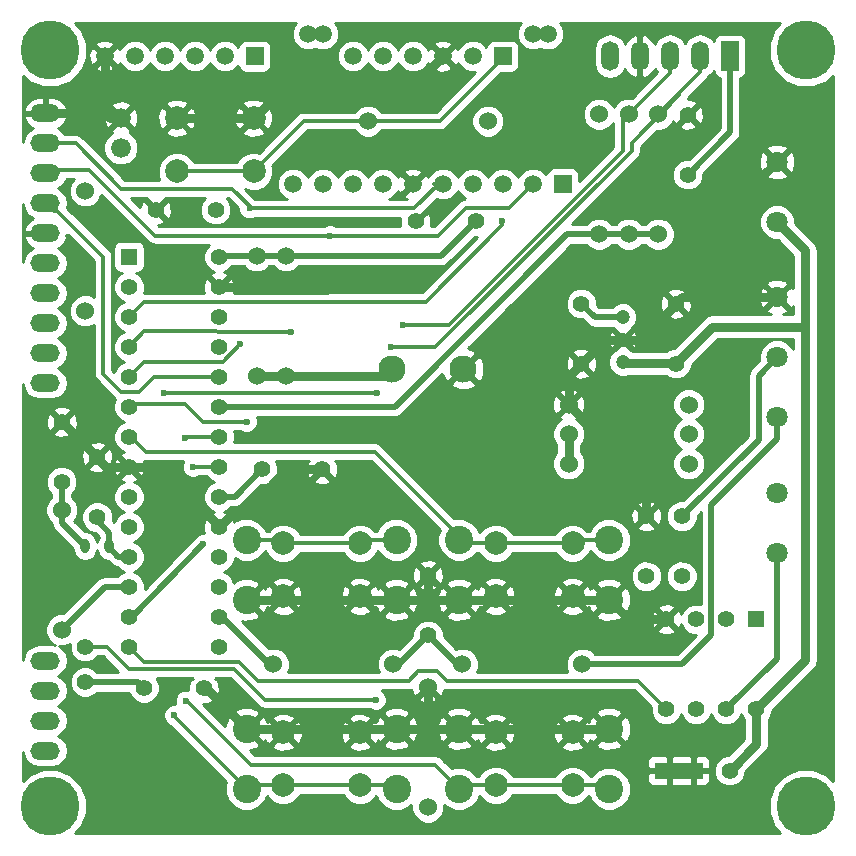
<source format=gtl>
G04 #@! TF.FileFunction,Copper,L1,Top,Signal*
%FSLAX46Y46*%
G04 Gerber Fmt 4.6, Leading zero omitted, Abs format (unit mm)*
G04 Created by KiCad (PCBNEW 4.0.1-stable) date 2017/06/24 18:28:34*
%MOMM*%
G01*
G04 APERTURE LIST*
%ADD10C,0.100000*%
%ADD11R,1.500000X1.500000*%
%ADD12C,1.500000*%
%ADD13C,1.397000*%
%ADD14C,2.000000*%
%ADD15C,2.400000*%
%ADD16R,1.397000X1.397000*%
%ADD17C,1.524000*%
%ADD18C,2.300000*%
%ADD19C,1.800000*%
%ADD20C,1.676400*%
%ADD21O,2.500000X1.500000*%
%ADD22C,1.200000*%
%ADD23R,1.500000X2.500000*%
%ADD24O,1.500000X2.500000*%
%ADD25C,5.000000*%
%ADD26O,0.800000X1.200000*%
%ADD27C,1.400000*%
%ADD28R,2.600000X1.400000*%
%ADD29R,1.600000X1.400000*%
%ADD30C,0.600000*%
%ADD31C,0.800000*%
%ADD32C,0.500000*%
%ADD33C,0.300000*%
%ADD34C,0.254000*%
G04 APERTURE END LIST*
D10*
D11*
X151430000Y-94330000D03*
D12*
X148890000Y-94330000D03*
X146350000Y-94330000D03*
X143810000Y-94330000D03*
X141270000Y-94330000D03*
X138730000Y-94330000D03*
X136190000Y-94330000D03*
X133650000Y-94330000D03*
X131110000Y-94330000D03*
X128570000Y-94330000D03*
X148890000Y-81630000D03*
X150160000Y-81630000D03*
X131110000Y-81630000D03*
X129840000Y-81630000D03*
D13*
X112000000Y-122540000D03*
X112000000Y-117460000D03*
D14*
X118750000Y-88750000D03*
X125250000Y-88750000D03*
X125250000Y-93250000D03*
X118750000Y-93250000D03*
D15*
X155350000Y-140460000D03*
X155350000Y-145540000D03*
X142650000Y-140460000D03*
X142650000Y-145540000D03*
D14*
X145750000Y-140750000D03*
X152250000Y-140750000D03*
X152250000Y-145250000D03*
X145750000Y-145250000D03*
D16*
X114690000Y-100490000D03*
D13*
X114690000Y-103030000D03*
X114690000Y-105570000D03*
X114690000Y-108110000D03*
X114690000Y-110650000D03*
X114690000Y-113190000D03*
X114690000Y-115730000D03*
X114690000Y-118270000D03*
X114690000Y-120810000D03*
X114690000Y-123350000D03*
X114690000Y-125890000D03*
X114690000Y-128430000D03*
X114690000Y-130970000D03*
X114690000Y-133510000D03*
X122310000Y-133510000D03*
X122310000Y-130970000D03*
X122310000Y-128430000D03*
X122310000Y-125890000D03*
X122310000Y-123350000D03*
X122310000Y-120810000D03*
X122310000Y-118270000D03*
X122310000Y-115730000D03*
X122310000Y-113190000D03*
X122310000Y-110650000D03*
X122310000Y-108110000D03*
X122310000Y-105570000D03*
X122310000Y-103030000D03*
X122310000Y-100490000D03*
D17*
X134920000Y-89000000D03*
X145080000Y-89000000D03*
D15*
X124650000Y-129540000D03*
X124650000Y-124460000D03*
X137350000Y-129540000D03*
X137350000Y-124460000D03*
D14*
X134250000Y-129250000D03*
X127750000Y-129250000D03*
X127750000Y-124750000D03*
X134250000Y-124750000D03*
D15*
X142650000Y-129540000D03*
X142650000Y-124460000D03*
X155350000Y-129540000D03*
X155350000Y-124460000D03*
D14*
X152250000Y-129250000D03*
X145750000Y-129250000D03*
X145750000Y-124750000D03*
X152250000Y-124750000D03*
D18*
X137000000Y-110000000D03*
X143000000Y-110000000D03*
D13*
X162000000Y-93540000D03*
X162000000Y-88460000D03*
D19*
X169564000Y-125540000D03*
X169564000Y-120460000D03*
D16*
X167810000Y-131190000D03*
D13*
X165270000Y-131190000D03*
X162730000Y-131190000D03*
X160190000Y-131190000D03*
X160190000Y-138810000D03*
X162730000Y-138810000D03*
X165270000Y-138810000D03*
X167810000Y-138810000D03*
D19*
X169564000Y-97540000D03*
X169564000Y-92460000D03*
D11*
X125350000Y-83500000D03*
D12*
X122810000Y-83500000D03*
X120270000Y-83500000D03*
X117730000Y-83500000D03*
X115190000Y-83500000D03*
X112650000Y-83500000D03*
D11*
X146350000Y-83500000D03*
D12*
X143810000Y-83500000D03*
X141270000Y-83500000D03*
X138730000Y-83500000D03*
X136190000Y-83500000D03*
X133650000Y-83500000D03*
D19*
X169564000Y-114080000D03*
X169564000Y-109000000D03*
X169564000Y-103920000D03*
D13*
X116960000Y-96500000D03*
X122040000Y-96500000D03*
D17*
X157000000Y-98580000D03*
X157000000Y-88420000D03*
D13*
X109000000Y-119540000D03*
X109000000Y-114460000D03*
X115960000Y-137000000D03*
X121040000Y-137000000D03*
X144040000Y-97500000D03*
X138960000Y-97500000D03*
X125960000Y-118500000D03*
X131040000Y-118500000D03*
X140000000Y-132540000D03*
X140000000Y-127460000D03*
X158500000Y-127540000D03*
X158500000Y-122460000D03*
D20*
X114000000Y-91270000D03*
X114000000Y-88730000D03*
D17*
X111000000Y-94920000D03*
X111000000Y-105080000D03*
X151920000Y-115500000D03*
X162080000Y-115500000D03*
X162080000Y-113000000D03*
X151920000Y-113000000D03*
X128000000Y-100420000D03*
X128000000Y-110580000D03*
X151920000Y-118000000D03*
X162080000Y-118000000D03*
X140000000Y-147080000D03*
X140000000Y-136920000D03*
X137080000Y-135000000D03*
X126920000Y-135000000D03*
X109000000Y-132080000D03*
X109000000Y-121920000D03*
X153080000Y-135000000D03*
X142920000Y-135000000D03*
X159500000Y-98580000D03*
X159500000Y-88420000D03*
X154500000Y-98580000D03*
X154500000Y-88420000D03*
D15*
X137350000Y-140460000D03*
X137350000Y-145540000D03*
X124650000Y-140460000D03*
X124650000Y-145540000D03*
D14*
X127750000Y-140750000D03*
X134250000Y-140750000D03*
X134250000Y-145250000D03*
X127750000Y-145250000D03*
D17*
X125500000Y-100420000D03*
X125500000Y-110580000D03*
D21*
X107615000Y-101030000D03*
X107615000Y-103570000D03*
X107615000Y-106110000D03*
X107615000Y-108650000D03*
X107615000Y-111190000D03*
X107615000Y-134685000D03*
X107615000Y-137225000D03*
X107615000Y-139765000D03*
X107615000Y-142305000D03*
X107615000Y-95950000D03*
X107615000Y-93410000D03*
X107615000Y-90870000D03*
X107615000Y-98490000D03*
X107615000Y-88330000D03*
D22*
X156500000Y-105595000D03*
X156500000Y-107500000D03*
X156500000Y-109405000D03*
D23*
X165580000Y-83500000D03*
D24*
X163040000Y-83500000D03*
X160500000Y-83500000D03*
X157960000Y-83500000D03*
X155420000Y-83500000D03*
D25*
X108000000Y-83000000D03*
X172000000Y-83000000D03*
X108000000Y-147000000D03*
X172000000Y-147000000D03*
D26*
X113016000Y-125000000D03*
X110984000Y-125000000D03*
D27*
X111000000Y-136500000D03*
X111000000Y-133500000D03*
D13*
X161000000Y-104460000D03*
X161000000Y-109540000D03*
D28*
X160460000Y-144000000D03*
D27*
X165540000Y-144000000D03*
D29*
X162492000Y-144000000D03*
D13*
X161500000Y-127540000D03*
X161500000Y-122460000D03*
X153000000Y-109540000D03*
X153000000Y-104460000D03*
D30*
X139000000Y-103000000D03*
X128400000Y-106900000D03*
X124126000Y-107893000D03*
X120100000Y-118300000D03*
X119400000Y-115800000D03*
X136868300Y-108142300D03*
X137917200Y-106242500D03*
X121000000Y-124800000D03*
X135600000Y-138000000D03*
X135700000Y-112000000D03*
X117700000Y-112000000D03*
X131728000Y-98691100D03*
X146300000Y-97500000D03*
X124900000Y-96400000D03*
X124650000Y-114444000D03*
X119500000Y-138090000D03*
X118500000Y-139306000D03*
D31*
X151920000Y-110620000D02*
X153000000Y-109540000D01*
X151920000Y-113000000D02*
X151920000Y-110620000D01*
X155040000Y-107500000D02*
X153000000Y-109540000D01*
X156500000Y-107500000D02*
X155040000Y-107500000D01*
X157960000Y-107500000D02*
X161000000Y-104460000D01*
X156500000Y-107500000D02*
X157960000Y-107500000D01*
X158500000Y-119580000D02*
X151920000Y-113000000D01*
X158500000Y-122460000D02*
X158500000Y-119580000D01*
X121190000Y-137000000D02*
X124650000Y-140460000D01*
X121040000Y-137000000D02*
X121190000Y-137000000D01*
X138970000Y-103030000D02*
X139000000Y-103000000D01*
X122310000Y-103030000D02*
X138970000Y-103030000D01*
X140000000Y-127460000D02*
X140000000Y-129540000D01*
X151960000Y-140460000D02*
X152250000Y-140750000D01*
X146040000Y-140460000D02*
X151960000Y-140460000D01*
X151960000Y-129540000D02*
X152250000Y-129250000D01*
X133960000Y-129540000D02*
X134250000Y-129250000D01*
X133960000Y-140460000D02*
X137350000Y-140460000D01*
X133960000Y-140460000D02*
X134250000Y-140750000D01*
X140000000Y-140460000D02*
X140000000Y-136920000D01*
X127750000Y-140690000D02*
X127750000Y-140750000D01*
X127520000Y-140460000D02*
X127750000Y-140690000D01*
X127750000Y-129274000D02*
X127750000Y-129250000D01*
X127484000Y-129540000D02*
X127750000Y-129274000D01*
X123660000Y-122000000D02*
X122310000Y-123350000D01*
X124600000Y-122000000D02*
X123660000Y-122000000D01*
X128100000Y-118500000D02*
X124600000Y-122000000D01*
X131040000Y-118500000D02*
X128100000Y-118500000D01*
X133960000Y-129540000D02*
X137350000Y-129540000D01*
X146040000Y-129540000D02*
X145750000Y-129250000D01*
X143000000Y-109900000D02*
X143000000Y-110000000D01*
X125250000Y-88750000D02*
X118750000Y-88750000D01*
X109000000Y-114460000D02*
X112000000Y-117460000D01*
X122310000Y-103030000D02*
X122030000Y-103030000D01*
X127900000Y-86100400D02*
X125250000Y-88750000D01*
X138670000Y-86100400D02*
X127900000Y-86100400D01*
X141270000Y-83500000D02*
X138670000Y-86100400D01*
X161092000Y-143982000D02*
X161092000Y-144000000D01*
X107615000Y-88330000D02*
X112650000Y-88330000D01*
X113050000Y-88730000D02*
X112650000Y-88330000D01*
X114000000Y-88730000D02*
X113050000Y-88730000D01*
X112650000Y-88330000D02*
X112650000Y-83500000D01*
X157000000Y-131190000D02*
X155350000Y-129540000D01*
X160190000Y-131190000D02*
X157000000Y-131190000D01*
X151960000Y-140460000D02*
X155350000Y-140460000D01*
X121260000Y-137220000D02*
X121040000Y-137000000D01*
X117290000Y-118270000D02*
X114690000Y-118270000D01*
X122370000Y-123350000D02*
X117290000Y-118270000D01*
X122310000Y-123350000D02*
X122370000Y-123350000D01*
X112000000Y-117560000D02*
X112000000Y-117460000D01*
X112710000Y-118270000D02*
X112000000Y-117560000D01*
X114690000Y-118270000D02*
X112710000Y-118270000D01*
X169564000Y-103920000D02*
X167000000Y-103920000D01*
X161540000Y-103920000D02*
X161000000Y-104460000D01*
X167000000Y-103920000D02*
X161540000Y-103920000D01*
X167000000Y-94800000D02*
X167000000Y-103920000D01*
X169540000Y-92460000D02*
X167000000Y-94800000D01*
X169564000Y-92460000D02*
X169540000Y-92460000D01*
X167000000Y-103920000D02*
X169564000Y-103920000D01*
X142650000Y-140460000D02*
X146040000Y-140460000D01*
X146040000Y-140460000D02*
X145750000Y-140750000D01*
X137350000Y-129540000D02*
X140000000Y-129540000D01*
X140000000Y-129540000D02*
X142650000Y-129540000D01*
X142650000Y-129540000D02*
X146040000Y-129540000D01*
X146040000Y-129540000D02*
X151960000Y-129540000D01*
X151960000Y-129540000D02*
X155350000Y-129540000D01*
X124650000Y-129540000D02*
X127484000Y-129540000D01*
X127484000Y-129540000D02*
X133960000Y-129540000D01*
X137350000Y-140460000D02*
X140000000Y-140460000D01*
X140000000Y-140460000D02*
X142650000Y-140460000D01*
X124650000Y-140460000D02*
X127520000Y-140460000D01*
X127520000Y-140460000D02*
X133960000Y-140460000D01*
X160460000Y-144000000D02*
X161092000Y-144000000D01*
X161092000Y-144000000D02*
X162492000Y-144000000D01*
D32*
X165580000Y-89960000D02*
X165580000Y-83500000D01*
X162000000Y-93540000D02*
X165580000Y-89960000D01*
X159500000Y-98580000D02*
X157000000Y-98580000D01*
X157000000Y-98580000D02*
X154500000Y-98580000D01*
X137177000Y-113190000D02*
X122310000Y-113190000D01*
X151787000Y-98580000D02*
X137177000Y-113190000D01*
X154500000Y-98580000D02*
X151787000Y-98580000D01*
D33*
X141000000Y-89000000D02*
X134920000Y-89000000D01*
X146350000Y-83650000D02*
X141000000Y-89000000D01*
X146350000Y-83500000D02*
X146350000Y-83650000D01*
X129500000Y-89000000D02*
X125715000Y-92785000D01*
X134920000Y-89000000D02*
X129500000Y-89000000D01*
X125715000Y-92785000D02*
X125250000Y-93250000D01*
X125715000Y-92785000D02*
X125250000Y-93250000D01*
X125250000Y-93250000D02*
X118750000Y-93250000D01*
X116000000Y-106800000D02*
X128400000Y-106900000D01*
X114690000Y-108110000D02*
X116000000Y-106800000D01*
X115981000Y-109359000D02*
X114690000Y-110650000D01*
X122660000Y-109359000D02*
X115981000Y-109359000D01*
X124126000Y-107893000D02*
X122660000Y-109359000D01*
X120631000Y-118285000D02*
X120100000Y-118300000D01*
X122305000Y-118285000D02*
X120631000Y-118285000D01*
X122300000Y-118300000D02*
X122305000Y-118285000D01*
X122305000Y-118285000D02*
X122310000Y-118270000D01*
X119470000Y-115730000D02*
X122310000Y-115730000D01*
X119400000Y-115800000D02*
X119470000Y-115730000D01*
X122310000Y-128430000D02*
X122370000Y-128430000D01*
X163040000Y-84880000D02*
X161270000Y-86650000D01*
X163040000Y-83500000D02*
X163040000Y-84880000D01*
X161270000Y-86650000D02*
X159500000Y-88420000D01*
X140643400Y-108142300D02*
X136868300Y-108142300D01*
X157250100Y-91535600D02*
X140643400Y-108142300D01*
X157250100Y-90830100D02*
X157250100Y-91535600D01*
X161270000Y-86810200D02*
X157250100Y-90830100D01*
X161270000Y-86650000D02*
X161270000Y-86810200D01*
X160500000Y-84920000D02*
X157000000Y-88420000D01*
X160500000Y-83500000D02*
X160500000Y-84920000D01*
X141787600Y-106242500D02*
X137917200Y-106242500D01*
X156499700Y-91530400D02*
X141787600Y-106242500D01*
X156499700Y-88920300D02*
X156499700Y-91530400D01*
X157000000Y-88420000D02*
X156499700Y-88920300D01*
D31*
X136420000Y-110580000D02*
X137000000Y-110000000D01*
X128000000Y-110580000D02*
X136420000Y-110580000D01*
X125500000Y-110580000D02*
X128000000Y-110580000D01*
D32*
X169564000Y-134516000D02*
X169564000Y-125540000D01*
X165270000Y-138810000D02*
X169564000Y-134516000D01*
D31*
X171957000Y-99956600D02*
X171957000Y-106405000D01*
X169564000Y-97564000D02*
X171957000Y-99956600D01*
X169564000Y-97540000D02*
X169564000Y-97564000D01*
X171957000Y-134663000D02*
X167810000Y-138810000D01*
X171957000Y-106405000D02*
X171957000Y-134663000D01*
X167810000Y-141730000D02*
X165540000Y-144000000D01*
X167810000Y-138810000D02*
X167810000Y-141730000D01*
X161000000Y-109540000D02*
X161000000Y-109520000D01*
X164095000Y-106405000D02*
X171957000Y-106405000D01*
X161000000Y-109500000D02*
X164095000Y-106405000D01*
X161000000Y-109520000D02*
X161000000Y-109500000D01*
X156615000Y-109520000D02*
X156500000Y-109405000D01*
X161000000Y-109520000D02*
X156615000Y-109520000D01*
X151920000Y-115500000D02*
X151920000Y-118000000D01*
D32*
X141120000Y-100420000D02*
X144040000Y-97500000D01*
X128000000Y-100420000D02*
X141120000Y-100420000D01*
X114914000Y-130970000D02*
X114690000Y-130970000D01*
X121000000Y-124800000D02*
X114914000Y-130970000D01*
X125500000Y-100420000D02*
X128000000Y-100420000D01*
X122380000Y-100420000D02*
X122310000Y-100490000D01*
X125500000Y-100420000D02*
X122380000Y-100420000D01*
X115460000Y-136500000D02*
X115960000Y-137000000D01*
X111000000Y-136500000D02*
X115460000Y-136500000D01*
X154135000Y-105595000D02*
X153000000Y-104460000D01*
X156500000Y-105595000D02*
X154135000Y-105595000D01*
D33*
X157780000Y-136400000D02*
X160190000Y-138810000D01*
X141600000Y-136400000D02*
X157780000Y-136400000D01*
X140800000Y-135600000D02*
X141600000Y-136400000D01*
X139200000Y-135600000D02*
X140800000Y-135600000D01*
X138400000Y-136400000D02*
X139200000Y-135600000D01*
X125600000Y-136400000D02*
X138400000Y-136400000D01*
X124000000Y-134800000D02*
X125600000Y-136400000D01*
X116000000Y-134800000D02*
X124000000Y-134800000D01*
X114710000Y-133510000D02*
X116000000Y-134800000D01*
X114690000Y-133510000D02*
X114710000Y-133510000D01*
X111000000Y-133500000D02*
X112800000Y-133500000D01*
X112800000Y-133500000D02*
X114706000Y-135406000D01*
X114706000Y-135406000D02*
X123606000Y-135406000D01*
X123606000Y-135406000D02*
X126200000Y-138000000D01*
X126200000Y-138000000D02*
X135600000Y-138000000D01*
X135700000Y-112000000D02*
X117700000Y-112000000D01*
X126630000Y-135000000D02*
X126920000Y-135000000D01*
X126419000Y-134789000D02*
X126630000Y-135000000D01*
X126419000Y-134800000D02*
X126419000Y-134789000D01*
D32*
X122600000Y-130970000D02*
X126419000Y-134789000D01*
D33*
X122310000Y-130970000D02*
X122600000Y-130970000D01*
X146900000Y-96320200D02*
X148890000Y-94330000D01*
X143231000Y-96320200D02*
X146900000Y-96320200D01*
X140860000Y-98691100D02*
X143231000Y-96320200D01*
X131728000Y-98691100D02*
X140860000Y-98691100D01*
X122089000Y-107889000D02*
X122310000Y-108110000D01*
X116891047Y-98691100D02*
X131728000Y-98691100D01*
X111305047Y-93105000D02*
X116891047Y-98691100D01*
X107705000Y-93105000D02*
X111305047Y-93105000D01*
X107615000Y-93195000D02*
X107615000Y-93410000D01*
X107705000Y-93105000D02*
X107615000Y-93195000D01*
X107705000Y-93105000D02*
X107605000Y-93105000D01*
X146300000Y-97795100D02*
X146300000Y-97500000D01*
X139816000Y-104282000D02*
X146300000Y-97795100D01*
X115949000Y-104311000D02*
X139816000Y-104282000D01*
X114690000Y-105570000D02*
X115949000Y-104311000D01*
X138843000Y-96399600D02*
X125086000Y-96399600D01*
X140912000Y-94330000D02*
X138843000Y-96399600D01*
X124900000Y-96399600D02*
X124900000Y-96400000D01*
X125086000Y-96399600D02*
X124900000Y-96399600D01*
X110170302Y-90870000D02*
X107615000Y-90870000D01*
X114048302Y-94748500D02*
X110170302Y-90870000D01*
X123434000Y-94748500D02*
X114048302Y-94748500D01*
X125086000Y-96399600D02*
X123434000Y-94748500D01*
X140555000Y-94330000D02*
X140912000Y-94330000D01*
X140912000Y-94330000D02*
X141270000Y-94330000D01*
X107645000Y-95645000D02*
X108642000Y-96642400D01*
X107175000Y-95645000D02*
X107645000Y-95645000D01*
X108307000Y-96642400D02*
X107615000Y-95950000D01*
X108642000Y-96642400D02*
X108307000Y-96642400D01*
X116828000Y-110650000D02*
X122310000Y-110650000D01*
X115579000Y-111899000D02*
X116828000Y-110650000D01*
X113999000Y-111899000D02*
X115579000Y-111899000D01*
X112500000Y-110400000D02*
X113999000Y-111899000D01*
X112500000Y-100500000D02*
X112500000Y-110400000D01*
X108642000Y-96642400D02*
X112500000Y-100500000D01*
X114942000Y-112938000D02*
X114690000Y-113190000D01*
X119437000Y-112938000D02*
X114942000Y-112938000D01*
X120944000Y-114444000D02*
X119437000Y-112938000D01*
X124650000Y-114444000D02*
X120944000Y-114444000D01*
X127460000Y-124460000D02*
X127750000Y-124750000D01*
X124650000Y-124460000D02*
X127460000Y-124460000D01*
X134540000Y-124460000D02*
X134250000Y-124750000D01*
X137350000Y-124460000D02*
X134540000Y-124460000D01*
X134250000Y-124750000D02*
X127750000Y-124750000D01*
X140610000Y-143500000D02*
X142650000Y-145540000D01*
X125000000Y-143500000D02*
X140610000Y-143500000D01*
X119590000Y-138090000D02*
X125000000Y-143500000D01*
X119500000Y-138090000D02*
X119590000Y-138090000D01*
X155060000Y-145250000D02*
X155350000Y-145540000D01*
X152250000Y-145250000D02*
X155060000Y-145250000D01*
X142940000Y-145250000D02*
X142650000Y-145540000D01*
X145750000Y-145250000D02*
X142940000Y-145250000D01*
X145750000Y-145250000D02*
X152250000Y-145250000D01*
X142598000Y-145398000D02*
X142600000Y-145400000D01*
X142650000Y-145345000D02*
X142598000Y-145398000D01*
X142650000Y-145150000D02*
X142650000Y-145345000D01*
X142650000Y-145345000D02*
X142650000Y-145540000D01*
X118500000Y-139390000D02*
X124650000Y-145540000D01*
X118500000Y-139306000D02*
X118500000Y-139390000D01*
X137060000Y-145250000D02*
X137350000Y-145540000D01*
X134250000Y-145250000D02*
X137060000Y-145250000D01*
X127750000Y-145250000D02*
X134250000Y-145250000D01*
X124940000Y-145250000D02*
X124650000Y-145540000D01*
X127750000Y-145250000D02*
X124940000Y-145250000D01*
X145750000Y-124750000D02*
X152250000Y-124750000D01*
X142650000Y-124150000D02*
X142650000Y-124460000D01*
X135500000Y-117000000D02*
X142650000Y-124150000D01*
X116100000Y-117000000D02*
X135500000Y-117000000D01*
X114830000Y-115730000D02*
X116100000Y-117000000D01*
X114690000Y-115730000D02*
X114830000Y-115730000D01*
X142940000Y-124750000D02*
X142650000Y-124460000D01*
X145750000Y-124750000D02*
X142940000Y-124750000D01*
X152540000Y-124460000D02*
X152250000Y-124750000D01*
X155350000Y-124460000D02*
X152540000Y-124460000D01*
D32*
X113016000Y-123856000D02*
X112200000Y-123040000D01*
X113016000Y-125000000D02*
X113016000Y-123856000D01*
X113016000Y-125100000D02*
X113016000Y-125000000D01*
X113806000Y-125890000D02*
X113016000Y-125100000D01*
X114690000Y-125890000D02*
X113806000Y-125890000D01*
D33*
X112000000Y-122840000D02*
X112000000Y-122540000D01*
X112200000Y-123040000D02*
X112000000Y-122840000D01*
D32*
X109000000Y-121920000D02*
X109000000Y-119540000D01*
X109000000Y-123016000D02*
X110984000Y-125000000D01*
X109000000Y-121920000D02*
X109000000Y-123016000D01*
X112650000Y-128430000D02*
X114690000Y-128430000D01*
X109000000Y-132080000D02*
X112650000Y-128430000D01*
X169564000Y-115936000D02*
X169564000Y-114080000D01*
X164000000Y-121500000D02*
X169564000Y-115936000D01*
X164000000Y-132500000D02*
X164000000Y-121500000D01*
X161500000Y-135000000D02*
X164000000Y-132500000D01*
X153080000Y-135000000D02*
X161500000Y-135000000D01*
X123650000Y-120810000D02*
X125960000Y-118500000D01*
X122310000Y-120810000D02*
X123650000Y-120810000D01*
D33*
X142920000Y-135000000D02*
X142460000Y-135000000D01*
D32*
X142460000Y-135000000D02*
X140000000Y-132540000D01*
D33*
X137080000Y-135000000D02*
X137540000Y-135000000D01*
D32*
X137540000Y-135000000D02*
X140000000Y-132540000D01*
X168000000Y-110564000D02*
X169564000Y-109000000D01*
X168000000Y-116000000D02*
X168000000Y-110564000D01*
X161540000Y-122460000D02*
X168000000Y-116000000D01*
X161500000Y-122460000D02*
X161540000Y-122460000D01*
X169564000Y-109000000D02*
X169564000Y-109036000D01*
D34*
G36*
X128666539Y-80844436D02*
X128455241Y-81353298D01*
X128454760Y-81904285D01*
X128665169Y-82413515D01*
X129054436Y-82803461D01*
X129563298Y-83014759D01*
X130114285Y-83015240D01*
X130475260Y-82866089D01*
X130833298Y-83014759D01*
X131384285Y-83015240D01*
X131893515Y-82804831D01*
X132283461Y-82415564D01*
X132494759Y-81906702D01*
X132495240Y-81355715D01*
X132284831Y-80846485D01*
X132148584Y-80710000D01*
X147851209Y-80710000D01*
X147716539Y-80844436D01*
X147505241Y-81353298D01*
X147504760Y-81904285D01*
X147715169Y-82413515D01*
X148104436Y-82803461D01*
X148613298Y-83014759D01*
X149164285Y-83015240D01*
X149525260Y-82866089D01*
X149883298Y-83014759D01*
X150434285Y-83015240D01*
X150560543Y-82963071D01*
X154035000Y-82963071D01*
X154035000Y-84036929D01*
X154140427Y-84566946D01*
X154440657Y-85016272D01*
X154889983Y-85316502D01*
X155420000Y-85421929D01*
X155950017Y-85316502D01*
X156399343Y-85016272D01*
X156699573Y-84566946D01*
X156701846Y-84555520D01*
X156729028Y-84647349D01*
X157070460Y-85069145D01*
X157547316Y-85328173D01*
X157618815Y-85342318D01*
X157833000Y-85219656D01*
X157833000Y-83627000D01*
X157813000Y-83627000D01*
X157813000Y-83373000D01*
X157833000Y-83373000D01*
X157833000Y-81780344D01*
X157618815Y-81657682D01*
X157547316Y-81671827D01*
X157070460Y-81930855D01*
X156729028Y-82352651D01*
X156701846Y-82444480D01*
X156699573Y-82433054D01*
X156399343Y-81983728D01*
X155950017Y-81683498D01*
X155420000Y-81578071D01*
X154889983Y-81683498D01*
X154440657Y-81983728D01*
X154140427Y-82433054D01*
X154035000Y-82963071D01*
X150560543Y-82963071D01*
X150943515Y-82804831D01*
X151333461Y-82415564D01*
X151544759Y-81906702D01*
X151545240Y-81355715D01*
X151334831Y-80846485D01*
X151198584Y-80710000D01*
X169856567Y-80710000D01*
X169343826Y-81221847D01*
X168865546Y-82373674D01*
X168864457Y-83620854D01*
X169340727Y-84773515D01*
X170221847Y-85656174D01*
X171373674Y-86134454D01*
X172620854Y-86135543D01*
X173773515Y-85659273D01*
X174290000Y-85143689D01*
X174290000Y-144856567D01*
X173778153Y-144343826D01*
X172626326Y-143865546D01*
X171379146Y-143864457D01*
X170226485Y-144340727D01*
X169343826Y-145221847D01*
X168865546Y-146373674D01*
X168864457Y-147620854D01*
X169340727Y-148773515D01*
X169856311Y-149290000D01*
X110143433Y-149290000D01*
X110656174Y-148778153D01*
X111134454Y-147626326D01*
X111135543Y-146379146D01*
X110659273Y-145226485D01*
X109778153Y-144343826D01*
X108626326Y-143865546D01*
X107379146Y-143864457D01*
X106226485Y-144340727D01*
X105710000Y-144856311D01*
X105710000Y-142390108D01*
X105798498Y-142835017D01*
X106098728Y-143284343D01*
X106548054Y-143584573D01*
X107078071Y-143690000D01*
X108151929Y-143690000D01*
X108681946Y-143584573D01*
X109131272Y-143284343D01*
X109431502Y-142835017D01*
X109536929Y-142305000D01*
X109431502Y-141774983D01*
X109131272Y-141325657D01*
X108696273Y-141035000D01*
X109131272Y-140744343D01*
X109431502Y-140295017D01*
X109536929Y-139765000D01*
X109431502Y-139234983D01*
X109131272Y-138785657D01*
X108696273Y-138495000D01*
X109131272Y-138204343D01*
X109431502Y-137755017D01*
X109536929Y-137225000D01*
X109431502Y-136694983D01*
X109131272Y-136245657D01*
X108696273Y-135955000D01*
X109131272Y-135664343D01*
X109431502Y-135215017D01*
X109536929Y-134685000D01*
X109431502Y-134154983D01*
X109131272Y-133705657D01*
X108788788Y-133476816D01*
X109276661Y-133477242D01*
X109665159Y-133316718D01*
X109664769Y-133764383D01*
X109867582Y-134255229D01*
X110242796Y-134631098D01*
X110733287Y-134834768D01*
X111264383Y-134835231D01*
X111755229Y-134632418D01*
X112103253Y-134285000D01*
X112474842Y-134285000D01*
X113804842Y-135615000D01*
X112002873Y-135615000D01*
X111757204Y-135368902D01*
X111266713Y-135165232D01*
X110735617Y-135164769D01*
X110244771Y-135367582D01*
X109868902Y-135742796D01*
X109665232Y-136233287D01*
X109664769Y-136764383D01*
X109867582Y-137255229D01*
X110242796Y-137631098D01*
X110733287Y-137834768D01*
X111264383Y-137835231D01*
X111755229Y-137632418D01*
X112003079Y-137385000D01*
X114676230Y-137385000D01*
X114828854Y-137754380D01*
X115203647Y-138129827D01*
X115693587Y-138333268D01*
X116224086Y-138333731D01*
X116714380Y-138131146D01*
X117089827Y-137756353D01*
X117293268Y-137266413D01*
X117293731Y-136735914D01*
X117091146Y-136245620D01*
X117036621Y-136191000D01*
X120051392Y-136191000D01*
X120105810Y-136245418D01*
X119870200Y-136307071D01*
X119694073Y-136807480D01*
X119713566Y-137166277D01*
X119686799Y-137155162D01*
X119314833Y-137154838D01*
X118971057Y-137296883D01*
X118707808Y-137559673D01*
X118565162Y-137903201D01*
X118564838Y-138275167D01*
X118604473Y-138371090D01*
X118314833Y-138370838D01*
X117971057Y-138512883D01*
X117707808Y-138775673D01*
X117565162Y-139119201D01*
X117564838Y-139491167D01*
X117706883Y-139834943D01*
X117969673Y-140098192D01*
X118189183Y-140189341D01*
X122920334Y-144920492D01*
X122815319Y-145173395D01*
X122814682Y-145903403D01*
X123093455Y-146578086D01*
X123609199Y-147094730D01*
X124283395Y-147374681D01*
X125013403Y-147375318D01*
X125688086Y-147096545D01*
X126204730Y-146580801D01*
X126370275Y-146182125D01*
X126822637Y-146635278D01*
X127423352Y-146884716D01*
X128073795Y-146885284D01*
X128674943Y-146636894D01*
X129135278Y-146177363D01*
X129194392Y-146035000D01*
X132805283Y-146035000D01*
X132863106Y-146174943D01*
X133322637Y-146635278D01*
X133923352Y-146884716D01*
X134573795Y-146885284D01*
X135174943Y-146636894D01*
X135630040Y-146182592D01*
X135793455Y-146578086D01*
X136309199Y-147094730D01*
X136983395Y-147374681D01*
X137713403Y-147375318D01*
X138388086Y-147096545D01*
X138603172Y-146881833D01*
X138602758Y-147356661D01*
X138814990Y-147870303D01*
X139207630Y-148263629D01*
X139720900Y-148476757D01*
X140276661Y-148477242D01*
X140790303Y-148265010D01*
X141183629Y-147872370D01*
X141396757Y-147359100D01*
X141397173Y-146882334D01*
X141609199Y-147094730D01*
X142283395Y-147374681D01*
X143013403Y-147375318D01*
X143688086Y-147096545D01*
X144204730Y-146580801D01*
X144370275Y-146182125D01*
X144822637Y-146635278D01*
X145423352Y-146884716D01*
X146073795Y-146885284D01*
X146674943Y-146636894D01*
X147135278Y-146177363D01*
X147194392Y-146035000D01*
X150805283Y-146035000D01*
X150863106Y-146174943D01*
X151322637Y-146635278D01*
X151923352Y-146884716D01*
X152573795Y-146885284D01*
X153174943Y-146636894D01*
X153630040Y-146182592D01*
X153793455Y-146578086D01*
X154309199Y-147094730D01*
X154983395Y-147374681D01*
X155713403Y-147375318D01*
X156388086Y-147096545D01*
X156904730Y-146580801D01*
X157184681Y-145906605D01*
X157185318Y-145176597D01*
X156906545Y-144501914D01*
X156690758Y-144285750D01*
X158525000Y-144285750D01*
X158525000Y-144826310D01*
X158621673Y-145059699D01*
X158800302Y-145238327D01*
X159033691Y-145335000D01*
X160174250Y-145335000D01*
X160333000Y-145176250D01*
X160333000Y-144127000D01*
X160587000Y-144127000D01*
X160587000Y-145176250D01*
X160745750Y-145335000D01*
X162206250Y-145335000D01*
X162365000Y-145176250D01*
X162365000Y-144898736D01*
X162395000Y-144826310D01*
X162395000Y-144285750D01*
X162365000Y-144255750D01*
X162365000Y-144127000D01*
X162619000Y-144127000D01*
X162619000Y-145176250D01*
X162777750Y-145335000D01*
X163418309Y-145335000D01*
X163651698Y-145238327D01*
X163830327Y-145059699D01*
X163927000Y-144826310D01*
X163927000Y-144285750D01*
X163768250Y-144127000D01*
X162619000Y-144127000D01*
X162365000Y-144127000D01*
X160587000Y-144127000D01*
X160333000Y-144127000D01*
X158683750Y-144127000D01*
X158525000Y-144285750D01*
X156690758Y-144285750D01*
X156390801Y-143985270D01*
X155716605Y-143705319D01*
X154986597Y-143704682D01*
X154311914Y-143983455D01*
X153829529Y-144465000D01*
X153694717Y-144465000D01*
X153636894Y-144325057D01*
X153177363Y-143864722D01*
X152576648Y-143615284D01*
X151926205Y-143614716D01*
X151325057Y-143863106D01*
X150864722Y-144322637D01*
X150805608Y-144465000D01*
X147194717Y-144465000D01*
X147136894Y-144325057D01*
X146677363Y-143864722D01*
X146076648Y-143615284D01*
X145426205Y-143614716D01*
X144825057Y-143863106D01*
X144364722Y-144322637D01*
X144305608Y-144465000D01*
X144169695Y-144465000D01*
X143690801Y-143985270D01*
X143016605Y-143705319D01*
X142286597Y-143704682D01*
X142030611Y-143810453D01*
X141393848Y-143173690D01*
X158525000Y-143173690D01*
X158525000Y-143714250D01*
X158683750Y-143873000D01*
X160333000Y-143873000D01*
X160333000Y-142823750D01*
X160587000Y-142823750D01*
X160587000Y-143873000D01*
X162365000Y-143873000D01*
X162365000Y-143744250D01*
X162395000Y-143714250D01*
X162395000Y-143173690D01*
X162365000Y-143101264D01*
X162365000Y-142823750D01*
X162619000Y-142823750D01*
X162619000Y-143873000D01*
X163768250Y-143873000D01*
X163927000Y-143714250D01*
X163927000Y-143173690D01*
X163830327Y-142940301D01*
X163651698Y-142761673D01*
X163418309Y-142665000D01*
X162777750Y-142665000D01*
X162619000Y-142823750D01*
X162365000Y-142823750D01*
X162206250Y-142665000D01*
X160745750Y-142665000D01*
X160587000Y-142823750D01*
X160333000Y-142823750D01*
X160174250Y-142665000D01*
X159033691Y-142665000D01*
X158800302Y-142761673D01*
X158621673Y-142940301D01*
X158525000Y-143173690D01*
X141393848Y-143173690D01*
X141165079Y-142944921D01*
X140910407Y-142774755D01*
X140610000Y-142715000D01*
X125325158Y-142715000D01*
X124898780Y-142288622D01*
X125067443Y-142283786D01*
X125644435Y-142044788D01*
X125705338Y-141902532D01*
X126777073Y-141902532D01*
X126875736Y-142169387D01*
X127485461Y-142395908D01*
X128135460Y-142371856D01*
X128624264Y-142169387D01*
X128722927Y-141902532D01*
X133277073Y-141902532D01*
X133375736Y-142169387D01*
X133985461Y-142395908D01*
X134635460Y-142371856D01*
X135124264Y-142169387D01*
X135222927Y-141902532D01*
X135077570Y-141757175D01*
X136232430Y-141757175D01*
X136355565Y-142044788D01*
X137037734Y-142304707D01*
X137767443Y-142283786D01*
X138344435Y-142044788D01*
X138467570Y-141757175D01*
X141532430Y-141757175D01*
X141655565Y-142044788D01*
X142337734Y-142304707D01*
X143067443Y-142283786D01*
X143644435Y-142044788D01*
X143705338Y-141902532D01*
X144777073Y-141902532D01*
X144875736Y-142169387D01*
X145485461Y-142395908D01*
X146135460Y-142371856D01*
X146624264Y-142169387D01*
X146722927Y-141902532D01*
X151277073Y-141902532D01*
X151375736Y-142169387D01*
X151985461Y-142395908D01*
X152635460Y-142371856D01*
X153124264Y-142169387D01*
X153222927Y-141902532D01*
X153077570Y-141757175D01*
X154232430Y-141757175D01*
X154355565Y-142044788D01*
X155037734Y-142304707D01*
X155767443Y-142283786D01*
X156344435Y-142044788D01*
X156467570Y-141757175D01*
X155350000Y-140639605D01*
X154232430Y-141757175D01*
X153077570Y-141757175D01*
X152250000Y-140929605D01*
X151277073Y-141902532D01*
X146722927Y-141902532D01*
X145750000Y-140929605D01*
X144777073Y-141902532D01*
X143705338Y-141902532D01*
X143767570Y-141757175D01*
X142650000Y-140639605D01*
X141532430Y-141757175D01*
X138467570Y-141757175D01*
X137350000Y-140639605D01*
X136232430Y-141757175D01*
X135077570Y-141757175D01*
X134250000Y-140929605D01*
X133277073Y-141902532D01*
X128722927Y-141902532D01*
X127750000Y-140929605D01*
X126777073Y-141902532D01*
X125705338Y-141902532D01*
X125767570Y-141757175D01*
X124650000Y-140639605D01*
X124635858Y-140653748D01*
X124456253Y-140474143D01*
X124470395Y-140460000D01*
X124829605Y-140460000D01*
X125947175Y-141577570D01*
X126234788Y-141454435D01*
X126246996Y-141422395D01*
X126330613Y-141624264D01*
X126597468Y-141722927D01*
X127570395Y-140750000D01*
X127929605Y-140750000D01*
X128902532Y-141722927D01*
X129169387Y-141624264D01*
X129395908Y-141014539D01*
X129376331Y-140485461D01*
X132604092Y-140485461D01*
X132628144Y-141135460D01*
X132830613Y-141624264D01*
X133097468Y-141722927D01*
X134070395Y-140750000D01*
X134429605Y-140750000D01*
X135402532Y-141722927D01*
X135669387Y-141624264D01*
X135747957Y-141412778D01*
X135765212Y-141454435D01*
X136052825Y-141577570D01*
X137170395Y-140460000D01*
X137529605Y-140460000D01*
X138647175Y-141577570D01*
X138934788Y-141454435D01*
X139194707Y-140772266D01*
X139176802Y-140147734D01*
X140805293Y-140147734D01*
X140826214Y-140877443D01*
X141065212Y-141454435D01*
X141352825Y-141577570D01*
X142470395Y-140460000D01*
X142829605Y-140460000D01*
X143947175Y-141577570D01*
X144234788Y-141454435D01*
X144246996Y-141422395D01*
X144330613Y-141624264D01*
X144597468Y-141722927D01*
X145570395Y-140750000D01*
X145929605Y-140750000D01*
X146902532Y-141722927D01*
X147169387Y-141624264D01*
X147395908Y-141014539D01*
X147376331Y-140485461D01*
X150604092Y-140485461D01*
X150628144Y-141135460D01*
X150830613Y-141624264D01*
X151097468Y-141722927D01*
X152070395Y-140750000D01*
X152429605Y-140750000D01*
X153402532Y-141722927D01*
X153669387Y-141624264D01*
X153747957Y-141412778D01*
X153765212Y-141454435D01*
X154052825Y-141577570D01*
X155170395Y-140460000D01*
X155529605Y-140460000D01*
X156647175Y-141577570D01*
X156934788Y-141454435D01*
X157194707Y-140772266D01*
X157173786Y-140042557D01*
X156934788Y-139465565D01*
X156647175Y-139342430D01*
X155529605Y-140460000D01*
X155170395Y-140460000D01*
X154052825Y-139342430D01*
X153765212Y-139465565D01*
X153616394Y-139856143D01*
X153402532Y-139777073D01*
X152429605Y-140750000D01*
X152070395Y-140750000D01*
X151097468Y-139777073D01*
X150830613Y-139875736D01*
X150604092Y-140485461D01*
X147376331Y-140485461D01*
X147371856Y-140364540D01*
X147169387Y-139875736D01*
X146902532Y-139777073D01*
X145929605Y-140750000D01*
X145570395Y-140750000D01*
X144597468Y-139777073D01*
X144394849Y-139851986D01*
X144289425Y-139597468D01*
X144777073Y-139597468D01*
X145750000Y-140570395D01*
X146722927Y-139597468D01*
X151277073Y-139597468D01*
X152250000Y-140570395D01*
X153222927Y-139597468D01*
X153124264Y-139330613D01*
X152672631Y-139162825D01*
X154232430Y-139162825D01*
X155350000Y-140280395D01*
X156467570Y-139162825D01*
X156344435Y-138875212D01*
X155662266Y-138615293D01*
X154932557Y-138636214D01*
X154355565Y-138875212D01*
X154232430Y-139162825D01*
X152672631Y-139162825D01*
X152514539Y-139104092D01*
X151864540Y-139128144D01*
X151375736Y-139330613D01*
X151277073Y-139597468D01*
X146722927Y-139597468D01*
X146624264Y-139330613D01*
X146014539Y-139104092D01*
X145364540Y-139128144D01*
X144875736Y-139330613D01*
X144777073Y-139597468D01*
X144289425Y-139597468D01*
X144234788Y-139465565D01*
X143947175Y-139342430D01*
X142829605Y-140460000D01*
X142470395Y-140460000D01*
X141352825Y-139342430D01*
X141065212Y-139465565D01*
X140805293Y-140147734D01*
X139176802Y-140147734D01*
X139173786Y-140042557D01*
X138934788Y-139465565D01*
X138647175Y-139342430D01*
X137529605Y-140460000D01*
X137170395Y-140460000D01*
X136052825Y-139342430D01*
X135765212Y-139465565D01*
X135616394Y-139856143D01*
X135402532Y-139777073D01*
X134429605Y-140750000D01*
X134070395Y-140750000D01*
X133097468Y-139777073D01*
X132830613Y-139875736D01*
X132604092Y-140485461D01*
X129376331Y-140485461D01*
X129371856Y-140364540D01*
X129169387Y-139875736D01*
X128902532Y-139777073D01*
X127929605Y-140750000D01*
X127570395Y-140750000D01*
X126597468Y-139777073D01*
X126394849Y-139851986D01*
X126289425Y-139597468D01*
X126777073Y-139597468D01*
X127750000Y-140570395D01*
X128722927Y-139597468D01*
X133277073Y-139597468D01*
X134250000Y-140570395D01*
X135222927Y-139597468D01*
X135124264Y-139330613D01*
X134672631Y-139162825D01*
X136232430Y-139162825D01*
X137350000Y-140280395D01*
X138467570Y-139162825D01*
X141532430Y-139162825D01*
X142650000Y-140280395D01*
X143767570Y-139162825D01*
X143644435Y-138875212D01*
X142962266Y-138615293D01*
X142232557Y-138636214D01*
X141655565Y-138875212D01*
X141532430Y-139162825D01*
X138467570Y-139162825D01*
X138344435Y-138875212D01*
X137662266Y-138615293D01*
X136932557Y-138636214D01*
X136355565Y-138875212D01*
X136232430Y-139162825D01*
X134672631Y-139162825D01*
X134514539Y-139104092D01*
X133864540Y-139128144D01*
X133375736Y-139330613D01*
X133277073Y-139597468D01*
X128722927Y-139597468D01*
X128624264Y-139330613D01*
X128014539Y-139104092D01*
X127364540Y-139128144D01*
X126875736Y-139330613D01*
X126777073Y-139597468D01*
X126289425Y-139597468D01*
X126234788Y-139465565D01*
X125947175Y-139342430D01*
X124829605Y-140460000D01*
X124470395Y-140460000D01*
X123352825Y-139342430D01*
X123065212Y-139465565D01*
X122805293Y-140147734D01*
X122806692Y-140196534D01*
X121772983Y-139162825D01*
X123532430Y-139162825D01*
X124650000Y-140280395D01*
X125767570Y-139162825D01*
X125644435Y-138875212D01*
X124962266Y-138615293D01*
X124232557Y-138636214D01*
X123655565Y-138875212D01*
X123532430Y-139162825D01*
X121772983Y-139162825D01*
X120950489Y-138340331D01*
X121377199Y-138317148D01*
X121732929Y-138169800D01*
X121794583Y-137934188D01*
X121040000Y-137179605D01*
X121025858Y-137193748D01*
X120846253Y-137014143D01*
X120860395Y-137000000D01*
X120846253Y-136985858D01*
X121025858Y-136806253D01*
X121040000Y-136820395D01*
X121054143Y-136806253D01*
X121233748Y-136985858D01*
X121219605Y-137000000D01*
X121974188Y-137754583D01*
X122209800Y-137692929D01*
X122385927Y-137192520D01*
X122357148Y-136662801D01*
X122209800Y-136307071D01*
X121974190Y-136245418D01*
X122028608Y-136191000D01*
X123280842Y-136191000D01*
X125644921Y-138555079D01*
X125899593Y-138725245D01*
X126200000Y-138785000D01*
X135062494Y-138785000D01*
X135069673Y-138792192D01*
X135413201Y-138934838D01*
X135785167Y-138935162D01*
X136128943Y-138793117D01*
X136392192Y-138530327D01*
X136534838Y-138186799D01*
X136535087Y-137900213D01*
X139199392Y-137900213D01*
X139268857Y-138142397D01*
X139792302Y-138329144D01*
X140347368Y-138301362D01*
X140731143Y-138142397D01*
X140800608Y-137900213D01*
X140000000Y-137099605D01*
X139199392Y-137900213D01*
X136535087Y-137900213D01*
X136535162Y-137814833D01*
X136393117Y-137471057D01*
X136130327Y-137207808D01*
X136075400Y-137185000D01*
X138400000Y-137185000D01*
X138612401Y-137142751D01*
X138618638Y-137267368D01*
X138777603Y-137651143D01*
X139019787Y-137720608D01*
X139820395Y-136920000D01*
X139806253Y-136905858D01*
X139985858Y-136726253D01*
X140000000Y-136740395D01*
X140014143Y-136726253D01*
X140193748Y-136905858D01*
X140179605Y-136920000D01*
X140980213Y-137720608D01*
X141222397Y-137651143D01*
X141402702Y-137145755D01*
X141600000Y-137185000D01*
X157454842Y-137185000D01*
X158856694Y-138586852D01*
X158856269Y-139074086D01*
X159058854Y-139564380D01*
X159433647Y-139939827D01*
X159923587Y-140143268D01*
X160454086Y-140143731D01*
X160944380Y-139941146D01*
X161319827Y-139566353D01*
X161460094Y-139228554D01*
X161598854Y-139564380D01*
X161973647Y-139939827D01*
X162463587Y-140143268D01*
X162994086Y-140143731D01*
X163484380Y-139941146D01*
X163859827Y-139566353D01*
X164000094Y-139228554D01*
X164138854Y-139564380D01*
X164513647Y-139939827D01*
X165003587Y-140143268D01*
X165534086Y-140143731D01*
X166024380Y-139941146D01*
X166399827Y-139566353D01*
X166540094Y-139228554D01*
X166678854Y-139564380D01*
X166775000Y-139660694D01*
X166775000Y-141301289D01*
X165411401Y-142664887D01*
X165275617Y-142664769D01*
X164784771Y-142867582D01*
X164408902Y-143242796D01*
X164205232Y-143733287D01*
X164204769Y-144264383D01*
X164407582Y-144755229D01*
X164782796Y-145131098D01*
X165273287Y-145334768D01*
X165804383Y-145335231D01*
X166295229Y-145132418D01*
X166671098Y-144757204D01*
X166874768Y-144266713D01*
X166874888Y-144128824D01*
X168541853Y-142461858D01*
X168541856Y-142461856D01*
X168766215Y-142126077D01*
X168845001Y-141730000D01*
X168845000Y-141729995D01*
X168845000Y-139661015D01*
X168939827Y-139566353D01*
X169143268Y-139076413D01*
X169143387Y-138940325D01*
X172688853Y-135394858D01*
X172688856Y-135394856D01*
X172913215Y-135059077D01*
X172924966Y-135000000D01*
X172992001Y-134663000D01*
X172992000Y-134662995D01*
X172992000Y-99956600D01*
X172991992Y-99956559D01*
X172992001Y-99956513D01*
X172950989Y-99750427D01*
X172913215Y-99560523D01*
X172913191Y-99560487D01*
X172913182Y-99560443D01*
X172803107Y-99395733D01*
X172688856Y-99224744D01*
X172688818Y-99224718D01*
X172688794Y-99224683D01*
X171098917Y-97635072D01*
X171099265Y-97236009D01*
X170866068Y-96671629D01*
X170434643Y-96239449D01*
X169870670Y-96005267D01*
X169260009Y-96004735D01*
X168695629Y-96237932D01*
X168263449Y-96669357D01*
X168029267Y-97233330D01*
X168028735Y-97843991D01*
X168261932Y-98408371D01*
X168693357Y-98840551D01*
X169257330Y-99074733D01*
X169611460Y-99075042D01*
X170922000Y-100385363D01*
X170922000Y-103157412D01*
X170900643Y-103105852D01*
X170644159Y-103019446D01*
X169743605Y-103920000D01*
X170644159Y-104820554D01*
X170900643Y-104734148D01*
X170922000Y-104675773D01*
X170922000Y-105370000D01*
X170104480Y-105370000D01*
X170378148Y-105256643D01*
X170464554Y-105000159D01*
X169564000Y-104099605D01*
X168663446Y-105000159D01*
X168749852Y-105256643D01*
X169059689Y-105370000D01*
X164095005Y-105370000D01*
X164095000Y-105369999D01*
X163698923Y-105448785D01*
X163363144Y-105673144D01*
X160829937Y-108206351D01*
X160735914Y-108206269D01*
X160245620Y-108408854D01*
X160169341Y-108485000D01*
X157326635Y-108485000D01*
X157200485Y-108358629D01*
X157163785Y-108343390D01*
X156500000Y-107679605D01*
X155836881Y-108342724D01*
X155801343Y-108357408D01*
X155453629Y-108704515D01*
X155265215Y-109158266D01*
X155264786Y-109649579D01*
X155452408Y-110103657D01*
X155799515Y-110451371D01*
X156253266Y-110639785D01*
X156744579Y-110640214D01*
X156950812Y-110555000D01*
X160129020Y-110555000D01*
X160243647Y-110669827D01*
X160733587Y-110873268D01*
X161264086Y-110873731D01*
X161754380Y-110671146D01*
X162129827Y-110296353D01*
X162333268Y-109806413D01*
X162333422Y-109630290D01*
X164523712Y-107440000D01*
X170922000Y-107440000D01*
X170922000Y-108266995D01*
X170866068Y-108131629D01*
X170434643Y-107699449D01*
X169870670Y-107465267D01*
X169260009Y-107464735D01*
X168695629Y-107697932D01*
X168263449Y-108129357D01*
X168029267Y-108693330D01*
X168028753Y-109283668D01*
X167374210Y-109938210D01*
X167182367Y-110225325D01*
X167177090Y-110251856D01*
X167114999Y-110564000D01*
X167115000Y-110564005D01*
X167115000Y-115633421D01*
X161621814Y-121126606D01*
X161235914Y-121126269D01*
X160745620Y-121328854D01*
X160370173Y-121703647D01*
X160166732Y-122193587D01*
X160166269Y-122724086D01*
X160368854Y-123214380D01*
X160743647Y-123589827D01*
X161233587Y-123793268D01*
X161764086Y-123793731D01*
X162254380Y-123591146D01*
X162629827Y-123216353D01*
X162833268Y-122726413D01*
X162833537Y-122418043D01*
X163115000Y-122136580D01*
X163115000Y-129905974D01*
X162996413Y-129856732D01*
X162465914Y-129856269D01*
X161975620Y-130058854D01*
X161600173Y-130433647D01*
X161466686Y-130755118D01*
X161359800Y-130497071D01*
X161124188Y-130435417D01*
X160369605Y-131190000D01*
X161124188Y-131944583D01*
X161359800Y-131882929D01*
X161458083Y-131603688D01*
X161598854Y-131944380D01*
X161973647Y-132319827D01*
X162463587Y-132523268D01*
X162724925Y-132523496D01*
X161133420Y-134115000D01*
X154170478Y-134115000D01*
X153872370Y-133816371D01*
X153359100Y-133603243D01*
X152803339Y-133602758D01*
X152289697Y-133814990D01*
X151896371Y-134207630D01*
X151683243Y-134720900D01*
X151682758Y-135276661D01*
X151822556Y-135615000D01*
X144177279Y-135615000D01*
X144316757Y-135279100D01*
X144317242Y-134723339D01*
X144105010Y-134209697D01*
X143712370Y-133816371D01*
X143199100Y-133603243D01*
X142643339Y-133602758D01*
X142410531Y-133698952D01*
X141333429Y-132621849D01*
X141333731Y-132275914D01*
X141271040Y-132124188D01*
X159435417Y-132124188D01*
X159497071Y-132359800D01*
X159997480Y-132535927D01*
X160527199Y-132507148D01*
X160882929Y-132359800D01*
X160944583Y-132124188D01*
X160190000Y-131369605D01*
X159435417Y-132124188D01*
X141271040Y-132124188D01*
X141131146Y-131785620D01*
X140756353Y-131410173D01*
X140266413Y-131206732D01*
X139735914Y-131206269D01*
X139245620Y-131408854D01*
X138870173Y-131783647D01*
X138666732Y-132273587D01*
X138666428Y-132621993D01*
X137589505Y-133698915D01*
X137359100Y-133603243D01*
X136803339Y-133602758D01*
X136289697Y-133814990D01*
X135896371Y-134207630D01*
X135683243Y-134720900D01*
X135682758Y-135276661D01*
X135822556Y-135615000D01*
X128177279Y-135615000D01*
X128316757Y-135279100D01*
X128317242Y-134723339D01*
X128105010Y-134209697D01*
X127712370Y-133816371D01*
X127199100Y-133603243D01*
X126643339Y-133602758D01*
X126530826Y-133649247D01*
X124222307Y-131340727D01*
X124337734Y-131384707D01*
X125067443Y-131363786D01*
X125644435Y-131124788D01*
X125767570Y-130837175D01*
X124650000Y-129719605D01*
X124635858Y-129733748D01*
X124456253Y-129554143D01*
X124470395Y-129540000D01*
X124829605Y-129540000D01*
X125947175Y-130657570D01*
X126234788Y-130534435D01*
X126285045Y-130402532D01*
X126777073Y-130402532D01*
X126875736Y-130669387D01*
X127485461Y-130895908D01*
X128135460Y-130871856D01*
X128624264Y-130669387D01*
X128722927Y-130402532D01*
X133277073Y-130402532D01*
X133375736Y-130669387D01*
X133985461Y-130895908D01*
X134635460Y-130871856D01*
X134719187Y-130837175D01*
X136232430Y-130837175D01*
X136355565Y-131124788D01*
X137037734Y-131384707D01*
X137767443Y-131363786D01*
X138344435Y-131124788D01*
X138467570Y-130837175D01*
X141532430Y-130837175D01*
X141655565Y-131124788D01*
X142337734Y-131384707D01*
X143067443Y-131363786D01*
X143644435Y-131124788D01*
X143767570Y-130837175D01*
X142650000Y-129719605D01*
X141532430Y-130837175D01*
X138467570Y-130837175D01*
X137350000Y-129719605D01*
X136232430Y-130837175D01*
X134719187Y-130837175D01*
X135124264Y-130669387D01*
X135222927Y-130402532D01*
X134250000Y-129429605D01*
X133277073Y-130402532D01*
X128722927Y-130402532D01*
X127750000Y-129429605D01*
X126777073Y-130402532D01*
X126285045Y-130402532D01*
X126383606Y-130143857D01*
X126597468Y-130222927D01*
X127570395Y-129250000D01*
X127929605Y-129250000D01*
X128902532Y-130222927D01*
X129169387Y-130124264D01*
X129395908Y-129514539D01*
X129376331Y-128985461D01*
X132604092Y-128985461D01*
X132628144Y-129635460D01*
X132830613Y-130124264D01*
X133097468Y-130222927D01*
X134070395Y-129250000D01*
X134429605Y-129250000D01*
X135402532Y-130222927D01*
X135605151Y-130148014D01*
X135765212Y-130534435D01*
X136052825Y-130657570D01*
X137170395Y-129540000D01*
X137529605Y-129540000D01*
X138647175Y-130657570D01*
X138934788Y-130534435D01*
X139194707Y-129852266D01*
X139176802Y-129227734D01*
X140805293Y-129227734D01*
X140826214Y-129957443D01*
X141065212Y-130534435D01*
X141352825Y-130657570D01*
X142470395Y-129540000D01*
X142829605Y-129540000D01*
X143947175Y-130657570D01*
X144234788Y-130534435D01*
X144285045Y-130402532D01*
X144777073Y-130402532D01*
X144875736Y-130669387D01*
X145485461Y-130895908D01*
X146135460Y-130871856D01*
X146624264Y-130669387D01*
X146722927Y-130402532D01*
X151277073Y-130402532D01*
X151375736Y-130669387D01*
X151985461Y-130895908D01*
X152635460Y-130871856D01*
X152719187Y-130837175D01*
X154232430Y-130837175D01*
X154355565Y-131124788D01*
X155037734Y-131384707D01*
X155767443Y-131363786D01*
X156344435Y-131124788D01*
X156398939Y-130997480D01*
X158844073Y-130997480D01*
X158872852Y-131527199D01*
X159020200Y-131882929D01*
X159255812Y-131944583D01*
X160010395Y-131190000D01*
X159255812Y-130435417D01*
X159020200Y-130497071D01*
X158844073Y-130997480D01*
X156398939Y-130997480D01*
X156467570Y-130837175D01*
X155350000Y-129719605D01*
X154232430Y-130837175D01*
X152719187Y-130837175D01*
X153124264Y-130669387D01*
X153222927Y-130402532D01*
X152250000Y-129429605D01*
X151277073Y-130402532D01*
X146722927Y-130402532D01*
X145750000Y-129429605D01*
X144777073Y-130402532D01*
X144285045Y-130402532D01*
X144383606Y-130143857D01*
X144597468Y-130222927D01*
X145570395Y-129250000D01*
X145929605Y-129250000D01*
X146902532Y-130222927D01*
X147169387Y-130124264D01*
X147395908Y-129514539D01*
X147376331Y-128985461D01*
X150604092Y-128985461D01*
X150628144Y-129635460D01*
X150830613Y-130124264D01*
X151097468Y-130222927D01*
X152070395Y-129250000D01*
X152429605Y-129250000D01*
X153402532Y-130222927D01*
X153605151Y-130148014D01*
X153765212Y-130534435D01*
X154052825Y-130657570D01*
X155170395Y-129540000D01*
X155529605Y-129540000D01*
X156647175Y-130657570D01*
X156934788Y-130534435D01*
X157040948Y-130255812D01*
X159435417Y-130255812D01*
X160190000Y-131010395D01*
X160944583Y-130255812D01*
X160882929Y-130020200D01*
X160382520Y-129844073D01*
X159852801Y-129872852D01*
X159497071Y-130020200D01*
X159435417Y-130255812D01*
X157040948Y-130255812D01*
X157194707Y-129852266D01*
X157173786Y-129122557D01*
X156934788Y-128545565D01*
X156647175Y-128422430D01*
X155529605Y-129540000D01*
X155170395Y-129540000D01*
X154052825Y-128422430D01*
X153765212Y-128545565D01*
X153753004Y-128577605D01*
X153669387Y-128375736D01*
X153402532Y-128277073D01*
X152429605Y-129250000D01*
X152070395Y-129250000D01*
X151097468Y-128277073D01*
X150830613Y-128375736D01*
X150604092Y-128985461D01*
X147376331Y-128985461D01*
X147371856Y-128864540D01*
X147169387Y-128375736D01*
X146902532Y-128277073D01*
X145929605Y-129250000D01*
X145570395Y-129250000D01*
X144597468Y-128277073D01*
X144330613Y-128375736D01*
X144252043Y-128587222D01*
X144234788Y-128545565D01*
X143947175Y-128422430D01*
X142829605Y-129540000D01*
X142470395Y-129540000D01*
X141352825Y-128422430D01*
X141065212Y-128545565D01*
X140805293Y-129227734D01*
X139176802Y-129227734D01*
X139173786Y-129122557D01*
X138934788Y-128545565D01*
X138647175Y-128422430D01*
X137529605Y-129540000D01*
X137170395Y-129540000D01*
X136052825Y-128422430D01*
X135765212Y-128545565D01*
X135753004Y-128577605D01*
X135669387Y-128375736D01*
X135402532Y-128277073D01*
X134429605Y-129250000D01*
X134070395Y-129250000D01*
X133097468Y-128277073D01*
X132830613Y-128375736D01*
X132604092Y-128985461D01*
X129376331Y-128985461D01*
X129371856Y-128864540D01*
X129169387Y-128375736D01*
X128902532Y-128277073D01*
X127929605Y-129250000D01*
X127570395Y-129250000D01*
X126597468Y-128277073D01*
X126330613Y-128375736D01*
X126252043Y-128587222D01*
X126234788Y-128545565D01*
X125947175Y-128422430D01*
X124829605Y-129540000D01*
X124470395Y-129540000D01*
X124456253Y-129525858D01*
X124635858Y-129346253D01*
X124650000Y-129360395D01*
X125767570Y-128242825D01*
X125705339Y-128097468D01*
X126777073Y-128097468D01*
X127750000Y-129070395D01*
X128722927Y-128097468D01*
X133277073Y-128097468D01*
X134250000Y-129070395D01*
X135077570Y-128242825D01*
X136232430Y-128242825D01*
X137350000Y-129360395D01*
X138316207Y-128394188D01*
X139245417Y-128394188D01*
X139307071Y-128629800D01*
X139807480Y-128805927D01*
X140337199Y-128777148D01*
X140692929Y-128629800D01*
X140754583Y-128394188D01*
X140603220Y-128242825D01*
X141532430Y-128242825D01*
X142650000Y-129360395D01*
X143767570Y-128242825D01*
X143705339Y-128097468D01*
X144777073Y-128097468D01*
X145750000Y-129070395D01*
X146722927Y-128097468D01*
X151277073Y-128097468D01*
X152250000Y-129070395D01*
X153077570Y-128242825D01*
X154232430Y-128242825D01*
X155350000Y-129360395D01*
X156467570Y-128242825D01*
X156344435Y-127955212D01*
X155947799Y-127804086D01*
X157166269Y-127804086D01*
X157368854Y-128294380D01*
X157743647Y-128669827D01*
X158233587Y-128873268D01*
X158764086Y-128873731D01*
X159254380Y-128671146D01*
X159629827Y-128296353D01*
X159833268Y-127806413D01*
X159833270Y-127804086D01*
X160166269Y-127804086D01*
X160368854Y-128294380D01*
X160743647Y-128669827D01*
X161233587Y-128873268D01*
X161764086Y-128873731D01*
X162254380Y-128671146D01*
X162629827Y-128296353D01*
X162833268Y-127806413D01*
X162833731Y-127275914D01*
X162631146Y-126785620D01*
X162256353Y-126410173D01*
X161766413Y-126206732D01*
X161235914Y-126206269D01*
X160745620Y-126408854D01*
X160370173Y-126783647D01*
X160166732Y-127273587D01*
X160166269Y-127804086D01*
X159833270Y-127804086D01*
X159833731Y-127275914D01*
X159631146Y-126785620D01*
X159256353Y-126410173D01*
X158766413Y-126206732D01*
X158235914Y-126206269D01*
X157745620Y-126408854D01*
X157370173Y-126783647D01*
X157166732Y-127273587D01*
X157166269Y-127804086D01*
X155947799Y-127804086D01*
X155662266Y-127695293D01*
X154932557Y-127716214D01*
X154355565Y-127955212D01*
X154232430Y-128242825D01*
X153077570Y-128242825D01*
X153222927Y-128097468D01*
X153124264Y-127830613D01*
X152514539Y-127604092D01*
X151864540Y-127628144D01*
X151375736Y-127830613D01*
X151277073Y-128097468D01*
X146722927Y-128097468D01*
X146624264Y-127830613D01*
X146014539Y-127604092D01*
X145364540Y-127628144D01*
X144875736Y-127830613D01*
X144777073Y-128097468D01*
X143705339Y-128097468D01*
X143644435Y-127955212D01*
X142962266Y-127695293D01*
X142232557Y-127716214D01*
X141655565Y-127955212D01*
X141532430Y-128242825D01*
X140603220Y-128242825D01*
X140000000Y-127639605D01*
X139245417Y-128394188D01*
X138316207Y-128394188D01*
X138467570Y-128242825D01*
X138344435Y-127955212D01*
X137662266Y-127695293D01*
X136932557Y-127716214D01*
X136355565Y-127955212D01*
X136232430Y-128242825D01*
X135077570Y-128242825D01*
X135222927Y-128097468D01*
X135124264Y-127830613D01*
X134514539Y-127604092D01*
X133864540Y-127628144D01*
X133375736Y-127830613D01*
X133277073Y-128097468D01*
X128722927Y-128097468D01*
X128624264Y-127830613D01*
X128014539Y-127604092D01*
X127364540Y-127628144D01*
X126875736Y-127830613D01*
X126777073Y-128097468D01*
X125705339Y-128097468D01*
X125644435Y-127955212D01*
X124962266Y-127695293D01*
X124232557Y-127716214D01*
X123655565Y-127955212D01*
X123605240Y-128072759D01*
X123441146Y-127675620D01*
X123066353Y-127300173D01*
X122987620Y-127267480D01*
X138654073Y-127267480D01*
X138682852Y-127797199D01*
X138830200Y-128152929D01*
X139065812Y-128214583D01*
X139820395Y-127460000D01*
X140179605Y-127460000D01*
X140934188Y-128214583D01*
X141169800Y-128152929D01*
X141345927Y-127652520D01*
X141317148Y-127122801D01*
X141169800Y-126767071D01*
X140934188Y-126705417D01*
X140179605Y-127460000D01*
X139820395Y-127460000D01*
X139065812Y-126705417D01*
X138830200Y-126767071D01*
X138654073Y-127267480D01*
X122987620Y-127267480D01*
X122728554Y-127159906D01*
X123064380Y-127021146D01*
X123439827Y-126646353D01*
X123489880Y-126525812D01*
X139245417Y-126525812D01*
X140000000Y-127280395D01*
X140754583Y-126525812D01*
X140692929Y-126290200D01*
X140192520Y-126114073D01*
X139662801Y-126142852D01*
X139307071Y-126290200D01*
X139245417Y-126525812D01*
X123489880Y-126525812D01*
X123643268Y-126156413D01*
X123643379Y-126028923D01*
X124283395Y-126294681D01*
X125013403Y-126295318D01*
X125688086Y-126016545D01*
X126204730Y-125500801D01*
X126248048Y-125396481D01*
X126363106Y-125674943D01*
X126822637Y-126135278D01*
X127423352Y-126384716D01*
X128073795Y-126385284D01*
X128674943Y-126136894D01*
X129135278Y-125677363D01*
X129194392Y-125535000D01*
X132805283Y-125535000D01*
X132863106Y-125674943D01*
X133322637Y-126135278D01*
X133923352Y-126384716D01*
X134573795Y-126385284D01*
X135174943Y-126136894D01*
X135635278Y-125677363D01*
X135751691Y-125397009D01*
X135793455Y-125498086D01*
X136309199Y-126014730D01*
X136983395Y-126294681D01*
X137713403Y-126295318D01*
X138388086Y-126016545D01*
X138904730Y-125500801D01*
X139184681Y-124826605D01*
X139185318Y-124096597D01*
X138906545Y-123421914D01*
X138390801Y-122905270D01*
X137716605Y-122625319D01*
X136986597Y-122624682D01*
X136311914Y-122903455D01*
X135795270Y-123419199D01*
X135689052Y-123675000D01*
X135487099Y-123675000D01*
X135177363Y-123364722D01*
X134576648Y-123115284D01*
X133926205Y-123114716D01*
X133325057Y-123363106D01*
X132864722Y-123822637D01*
X132805608Y-123965000D01*
X129194717Y-123965000D01*
X129136894Y-123825057D01*
X128677363Y-123364722D01*
X128076648Y-123115284D01*
X127426205Y-123114716D01*
X126825057Y-123363106D01*
X126512617Y-123675000D01*
X126311118Y-123675000D01*
X126206545Y-123421914D01*
X125690801Y-122905270D01*
X125016605Y-122625319D01*
X124286597Y-122624682D01*
X123611914Y-122903455D01*
X123590649Y-122924683D01*
X123479800Y-122657071D01*
X123244188Y-122595417D01*
X122489605Y-123350000D01*
X122503748Y-123364143D01*
X122324143Y-123543748D01*
X122310000Y-123529605D01*
X122295858Y-123543748D01*
X122116253Y-123364143D01*
X122130395Y-123350000D01*
X121375812Y-122595417D01*
X121140200Y-122657071D01*
X120964073Y-123157480D01*
X120992852Y-123687199D01*
X121066523Y-123865057D01*
X120814833Y-123864838D01*
X120471057Y-124006883D01*
X120207808Y-124269673D01*
X120155309Y-124396103D01*
X116023365Y-128585077D01*
X116023731Y-128165914D01*
X115821146Y-127675620D01*
X115446353Y-127300173D01*
X115108554Y-127159906D01*
X115444380Y-127021146D01*
X115819827Y-126646353D01*
X116023268Y-126156413D01*
X116023731Y-125625914D01*
X115821146Y-125135620D01*
X115446353Y-124760173D01*
X115108554Y-124619906D01*
X115444380Y-124481146D01*
X115819827Y-124106353D01*
X116023268Y-123616413D01*
X116023731Y-123085914D01*
X115821146Y-122595620D01*
X115446353Y-122220173D01*
X115108554Y-122079906D01*
X115444380Y-121941146D01*
X115819827Y-121566353D01*
X116023268Y-121076413D01*
X116023731Y-120545914D01*
X115821146Y-120055620D01*
X115446353Y-119680173D01*
X115124882Y-119546686D01*
X115382929Y-119439800D01*
X115444583Y-119204188D01*
X114690000Y-118449605D01*
X113935417Y-119204188D01*
X113997071Y-119439800D01*
X114276312Y-119538083D01*
X113935620Y-119678854D01*
X113560173Y-120053647D01*
X113356732Y-120543587D01*
X113356269Y-121074086D01*
X113558854Y-121564380D01*
X113933647Y-121939827D01*
X114271446Y-122080094D01*
X113935620Y-122218854D01*
X113560173Y-122593647D01*
X113397349Y-122985770D01*
X113299446Y-122887866D01*
X113333268Y-122806413D01*
X113333731Y-122275914D01*
X113131146Y-121785620D01*
X112756353Y-121410173D01*
X112266413Y-121206732D01*
X111735914Y-121206269D01*
X111245620Y-121408854D01*
X110870173Y-121783647D01*
X110666732Y-122273587D01*
X110666269Y-122804086D01*
X110868854Y-123294380D01*
X111243647Y-123669827D01*
X111733587Y-123873268D01*
X111781730Y-123873310D01*
X112131000Y-124222579D01*
X112131000Y-124273147D01*
X112059785Y-124379728D01*
X112000000Y-124680286D01*
X111940215Y-124379728D01*
X111715856Y-124043949D01*
X111380077Y-123819590D01*
X110984000Y-123740805D01*
X110977648Y-123742069D01*
X110065687Y-122830107D01*
X110183629Y-122712370D01*
X110396757Y-122199100D01*
X110397242Y-121643339D01*
X110185010Y-121129697D01*
X109885000Y-120829163D01*
X109885000Y-120540754D01*
X110129827Y-120296353D01*
X110333268Y-119806413D01*
X110333731Y-119275914D01*
X110131146Y-118785620D01*
X109756353Y-118410173D01*
X109717857Y-118394188D01*
X111245417Y-118394188D01*
X111307071Y-118629800D01*
X111807480Y-118805927D01*
X112337199Y-118777148D01*
X112692929Y-118629800D01*
X112754583Y-118394188D01*
X112000000Y-117639605D01*
X111245417Y-118394188D01*
X109717857Y-118394188D01*
X109266413Y-118206732D01*
X108735914Y-118206269D01*
X108245620Y-118408854D01*
X107870173Y-118783647D01*
X107666732Y-119273587D01*
X107666269Y-119804086D01*
X107868854Y-120294380D01*
X108115000Y-120540956D01*
X108115000Y-120829522D01*
X107816371Y-121127630D01*
X107603243Y-121640900D01*
X107602758Y-122196661D01*
X107814990Y-122710303D01*
X108115000Y-123010837D01*
X108115000Y-123015995D01*
X108114999Y-123016000D01*
X108143142Y-123157480D01*
X108182367Y-123354675D01*
X108323065Y-123565245D01*
X108374210Y-123641790D01*
X109949000Y-125216579D01*
X109949000Y-125224195D01*
X110027785Y-125620272D01*
X110252144Y-125956051D01*
X110587923Y-126180410D01*
X110984000Y-126259195D01*
X111380077Y-126180410D01*
X111715856Y-125956051D01*
X111940215Y-125620272D01*
X112000000Y-125319714D01*
X112059785Y-125620272D01*
X112284144Y-125956051D01*
X112619923Y-126180410D01*
X112900676Y-126236256D01*
X113180208Y-126515787D01*
X113180210Y-126515790D01*
X113467325Y-126707633D01*
X113523516Y-126718810D01*
X113660320Y-126746023D01*
X113933647Y-127019827D01*
X114271446Y-127160094D01*
X113935620Y-127298854D01*
X113689044Y-127545000D01*
X112650005Y-127545000D01*
X112650000Y-127544999D01*
X112311326Y-127612366D01*
X112311324Y-127612367D01*
X112311325Y-127612367D01*
X112024210Y-127804210D01*
X112024208Y-127804213D01*
X109145294Y-130683126D01*
X108723339Y-130682758D01*
X108209697Y-130894990D01*
X107816371Y-131287630D01*
X107603243Y-131800900D01*
X107602758Y-132356661D01*
X107814990Y-132870303D01*
X108207630Y-133263629D01*
X108426981Y-133354711D01*
X108151929Y-133300000D01*
X107078071Y-133300000D01*
X106548054Y-133405427D01*
X106098728Y-133705657D01*
X105798498Y-134154983D01*
X105710000Y-134599892D01*
X105710000Y-117267480D01*
X110654073Y-117267480D01*
X110682852Y-117797199D01*
X110830200Y-118152929D01*
X111065812Y-118214583D01*
X111820395Y-117460000D01*
X112179605Y-117460000D01*
X112934188Y-118214583D01*
X113169800Y-118152929D01*
X113196355Y-118077480D01*
X113344073Y-118077480D01*
X113372852Y-118607199D01*
X113520200Y-118962929D01*
X113755812Y-119024583D01*
X114510395Y-118270000D01*
X113755812Y-117515417D01*
X113520200Y-117577071D01*
X113344073Y-118077480D01*
X113196355Y-118077480D01*
X113345927Y-117652520D01*
X113317148Y-117122801D01*
X113169800Y-116767071D01*
X112934188Y-116705417D01*
X112179605Y-117460000D01*
X111820395Y-117460000D01*
X111065812Y-116705417D01*
X110830200Y-116767071D01*
X110654073Y-117267480D01*
X105710000Y-117267480D01*
X105710000Y-116525812D01*
X111245417Y-116525812D01*
X112000000Y-117280395D01*
X112754583Y-116525812D01*
X112692929Y-116290200D01*
X112192520Y-116114073D01*
X111662801Y-116142852D01*
X111307071Y-116290200D01*
X111245417Y-116525812D01*
X105710000Y-116525812D01*
X105710000Y-115394188D01*
X108245417Y-115394188D01*
X108307071Y-115629800D01*
X108807480Y-115805927D01*
X109337199Y-115777148D01*
X109692929Y-115629800D01*
X109754583Y-115394188D01*
X109000000Y-114639605D01*
X108245417Y-115394188D01*
X105710000Y-115394188D01*
X105710000Y-114267480D01*
X107654073Y-114267480D01*
X107682852Y-114797199D01*
X107830200Y-115152929D01*
X108065812Y-115214583D01*
X108820395Y-114460000D01*
X109179605Y-114460000D01*
X109934188Y-115214583D01*
X110169800Y-115152929D01*
X110345927Y-114652520D01*
X110317148Y-114122801D01*
X110169800Y-113767071D01*
X109934188Y-113705417D01*
X109179605Y-114460000D01*
X108820395Y-114460000D01*
X108065812Y-113705417D01*
X107830200Y-113767071D01*
X107654073Y-114267480D01*
X105710000Y-114267480D01*
X105710000Y-113525812D01*
X108245417Y-113525812D01*
X109000000Y-114280395D01*
X109754583Y-113525812D01*
X109692929Y-113290200D01*
X109192520Y-113114073D01*
X108662801Y-113142852D01*
X108307071Y-113290200D01*
X108245417Y-113525812D01*
X105710000Y-113525812D01*
X105710000Y-111275108D01*
X105798498Y-111720017D01*
X106098728Y-112169343D01*
X106548054Y-112469573D01*
X107078071Y-112575000D01*
X108151929Y-112575000D01*
X108681946Y-112469573D01*
X109131272Y-112169343D01*
X109431502Y-111720017D01*
X109536929Y-111190000D01*
X109431502Y-110659983D01*
X109131272Y-110210657D01*
X108696273Y-109920000D01*
X109131272Y-109629343D01*
X109431502Y-109180017D01*
X109536929Y-108650000D01*
X109431502Y-108119983D01*
X109131272Y-107670657D01*
X108696273Y-107380000D01*
X109131272Y-107089343D01*
X109431502Y-106640017D01*
X109536929Y-106110000D01*
X109431502Y-105579983D01*
X109131272Y-105130657D01*
X108696273Y-104840000D01*
X109131272Y-104549343D01*
X109431502Y-104100017D01*
X109536929Y-103570000D01*
X109431502Y-103039983D01*
X109131272Y-102590657D01*
X108696273Y-102300000D01*
X109131272Y-102009343D01*
X109431502Y-101560017D01*
X109536929Y-101030000D01*
X109431502Y-100499983D01*
X109131272Y-100050657D01*
X108681946Y-99750427D01*
X108670520Y-99748154D01*
X108762349Y-99720972D01*
X109184145Y-99379540D01*
X109443173Y-98902684D01*
X109457318Y-98831185D01*
X109334657Y-98617002D01*
X109500000Y-98617002D01*
X109500000Y-98610411D01*
X111715000Y-100825182D01*
X111715000Y-103864244D01*
X111279100Y-103683243D01*
X110723339Y-103682758D01*
X110209697Y-103894990D01*
X109816371Y-104287630D01*
X109603243Y-104800900D01*
X109602758Y-105356661D01*
X109814990Y-105870303D01*
X110207630Y-106263629D01*
X110720900Y-106476757D01*
X111276661Y-106477242D01*
X111715000Y-106296124D01*
X111715000Y-110400000D01*
X111774755Y-110700407D01*
X111944921Y-110955079D01*
X113443921Y-112454079D01*
X113528283Y-112510448D01*
X113356732Y-112923587D01*
X113356269Y-113454086D01*
X113558854Y-113944380D01*
X113933647Y-114319827D01*
X114271446Y-114460094D01*
X113935620Y-114598854D01*
X113560173Y-114973647D01*
X113356732Y-115463587D01*
X113356269Y-115994086D01*
X113558854Y-116484380D01*
X113933647Y-116859827D01*
X114255118Y-116993314D01*
X113997071Y-117100200D01*
X113935417Y-117335812D01*
X114690000Y-118090395D01*
X114704143Y-118076253D01*
X114883748Y-118255858D01*
X114869605Y-118270000D01*
X115624188Y-119024583D01*
X115859800Y-118962929D01*
X116035927Y-118462520D01*
X116007148Y-117932801D01*
X115932093Y-117751601D01*
X116100000Y-117785000D01*
X119301444Y-117785000D01*
X119165162Y-118113201D01*
X119164838Y-118485167D01*
X119306883Y-118828943D01*
X119569673Y-119092192D01*
X119913201Y-119234838D01*
X120285167Y-119235162D01*
X120628943Y-119093117D01*
X120652100Y-119070000D01*
X121224395Y-119070000D01*
X121553647Y-119399827D01*
X121891446Y-119540094D01*
X121555620Y-119678854D01*
X121180173Y-120053647D01*
X120976732Y-120543587D01*
X120976269Y-121074086D01*
X121178854Y-121564380D01*
X121553647Y-121939827D01*
X121875118Y-122073314D01*
X121617071Y-122180200D01*
X121555417Y-122415812D01*
X122310000Y-123170395D01*
X123064583Y-122415812D01*
X123002929Y-122180200D01*
X122723688Y-122081917D01*
X123064380Y-121941146D01*
X123310956Y-121695000D01*
X123649995Y-121695000D01*
X123650000Y-121695001D01*
X123932484Y-121638810D01*
X123988675Y-121627633D01*
X124275790Y-121435790D01*
X125878150Y-119833429D01*
X126224086Y-119833731D01*
X126714380Y-119631146D01*
X126911681Y-119434188D01*
X130285417Y-119434188D01*
X130347071Y-119669800D01*
X130847480Y-119845927D01*
X131377199Y-119817148D01*
X131732929Y-119669800D01*
X131794583Y-119434188D01*
X131040000Y-118679605D01*
X130285417Y-119434188D01*
X126911681Y-119434188D01*
X127089827Y-119256353D01*
X127293268Y-118766413D01*
X127293731Y-118235914D01*
X127107417Y-117785000D01*
X129954545Y-117785000D01*
X129870200Y-117807071D01*
X129694073Y-118307480D01*
X129722852Y-118837199D01*
X129870200Y-119192929D01*
X130105812Y-119254583D01*
X130860395Y-118500000D01*
X130846253Y-118485858D01*
X131025858Y-118306253D01*
X131040000Y-118320395D01*
X131054143Y-118306253D01*
X131233748Y-118485858D01*
X131219605Y-118500000D01*
X131974188Y-119254583D01*
X132209800Y-119192929D01*
X132385927Y-118692520D01*
X132357148Y-118162801D01*
X132209800Y-117807071D01*
X132125455Y-117785000D01*
X135174842Y-117785000D01*
X141011289Y-123621447D01*
X140815319Y-124093395D01*
X140814682Y-124823403D01*
X141093455Y-125498086D01*
X141609199Y-126014730D01*
X142283395Y-126294681D01*
X143013403Y-126295318D01*
X143688086Y-126016545D01*
X144170471Y-125535000D01*
X144305283Y-125535000D01*
X144363106Y-125674943D01*
X144822637Y-126135278D01*
X145423352Y-126384716D01*
X146073795Y-126385284D01*
X146674943Y-126136894D01*
X147135278Y-125677363D01*
X147194392Y-125535000D01*
X150805283Y-125535000D01*
X150863106Y-125674943D01*
X151322637Y-126135278D01*
X151923352Y-126384716D01*
X152573795Y-126385284D01*
X153174943Y-126136894D01*
X153635278Y-125677363D01*
X153751691Y-125397009D01*
X153793455Y-125498086D01*
X154309199Y-126014730D01*
X154983395Y-126294681D01*
X155713403Y-126295318D01*
X156388086Y-126016545D01*
X156904730Y-125500801D01*
X157184681Y-124826605D01*
X157185318Y-124096597D01*
X156906545Y-123421914D01*
X156878868Y-123394188D01*
X157745417Y-123394188D01*
X157807071Y-123629800D01*
X158307480Y-123805927D01*
X158837199Y-123777148D01*
X159192929Y-123629800D01*
X159254583Y-123394188D01*
X158500000Y-122639605D01*
X157745417Y-123394188D01*
X156878868Y-123394188D01*
X156390801Y-122905270D01*
X155716605Y-122625319D01*
X154986597Y-122624682D01*
X154311914Y-122903455D01*
X153795270Y-123419199D01*
X153689052Y-123675000D01*
X153487099Y-123675000D01*
X153177363Y-123364722D01*
X152576648Y-123115284D01*
X151926205Y-123114716D01*
X151325057Y-123363106D01*
X150864722Y-123822637D01*
X150805608Y-123965000D01*
X147194717Y-123965000D01*
X147136894Y-123825057D01*
X146677363Y-123364722D01*
X146076648Y-123115284D01*
X145426205Y-123114716D01*
X144825057Y-123363106D01*
X144369960Y-123817408D01*
X144206545Y-123421914D01*
X143690801Y-122905270D01*
X143016605Y-122625319D01*
X142286597Y-122624682D01*
X142249973Y-122639815D01*
X141877638Y-122267480D01*
X157154073Y-122267480D01*
X157182852Y-122797199D01*
X157330200Y-123152929D01*
X157565812Y-123214583D01*
X158320395Y-122460000D01*
X158679605Y-122460000D01*
X159434188Y-123214583D01*
X159669800Y-123152929D01*
X159845927Y-122652520D01*
X159817148Y-122122801D01*
X159669800Y-121767071D01*
X159434188Y-121705417D01*
X158679605Y-122460000D01*
X158320395Y-122460000D01*
X157565812Y-121705417D01*
X157330200Y-121767071D01*
X157154073Y-122267480D01*
X141877638Y-122267480D01*
X141135970Y-121525812D01*
X157745417Y-121525812D01*
X158500000Y-122280395D01*
X159254583Y-121525812D01*
X159192929Y-121290200D01*
X158692520Y-121114073D01*
X158162801Y-121142852D01*
X157807071Y-121290200D01*
X157745417Y-121525812D01*
X141135970Y-121525812D01*
X136055079Y-116444921D01*
X135800407Y-116274755D01*
X135500000Y-116215000D01*
X123552503Y-116215000D01*
X123643268Y-115996413D01*
X123643459Y-115776661D01*
X150522758Y-115776661D01*
X150734990Y-116290303D01*
X150885000Y-116440575D01*
X150885000Y-117059260D01*
X150736371Y-117207630D01*
X150523243Y-117720900D01*
X150522758Y-118276661D01*
X150734990Y-118790303D01*
X151127630Y-119183629D01*
X151640900Y-119396757D01*
X152196661Y-119397242D01*
X152710303Y-119185010D01*
X153103629Y-118792370D01*
X153316757Y-118279100D01*
X153317242Y-117723339D01*
X153105010Y-117209697D01*
X152955000Y-117059425D01*
X152955000Y-116440740D01*
X153103629Y-116292370D01*
X153316757Y-115779100D01*
X153317242Y-115223339D01*
X153105010Y-114709697D01*
X152712370Y-114316371D01*
X152568497Y-114256630D01*
X152651143Y-114222397D01*
X152720608Y-113980213D01*
X151920000Y-113179605D01*
X151119392Y-113980213D01*
X151188857Y-114222397D01*
X151277367Y-114253974D01*
X151129697Y-114314990D01*
X150736371Y-114707630D01*
X150523243Y-115220900D01*
X150522758Y-115776661D01*
X123643459Y-115776661D01*
X123643731Y-115465914D01*
X123545840Y-115229000D01*
X124112494Y-115229000D01*
X124119673Y-115236192D01*
X124463201Y-115378838D01*
X124835167Y-115379162D01*
X125178943Y-115237117D01*
X125442192Y-114974327D01*
X125584838Y-114630799D01*
X125585162Y-114258833D01*
X125509204Y-114075000D01*
X137176995Y-114075000D01*
X137177000Y-114075001D01*
X137459484Y-114018810D01*
X137515675Y-114007633D01*
X137802790Y-113815790D01*
X138826278Y-112792302D01*
X150510856Y-112792302D01*
X150538638Y-113347368D01*
X150697603Y-113731143D01*
X150939787Y-113800608D01*
X151740395Y-113000000D01*
X152099605Y-113000000D01*
X152900213Y-113800608D01*
X153142397Y-113731143D01*
X153304540Y-113276661D01*
X160682758Y-113276661D01*
X160894990Y-113790303D01*
X161287630Y-114183629D01*
X161447228Y-114249900D01*
X161289697Y-114314990D01*
X160896371Y-114707630D01*
X160683243Y-115220900D01*
X160682758Y-115776661D01*
X160894990Y-116290303D01*
X161287630Y-116683629D01*
X161447228Y-116749900D01*
X161289697Y-116814990D01*
X160896371Y-117207630D01*
X160683243Y-117720900D01*
X160682758Y-118276661D01*
X160894990Y-118790303D01*
X161287630Y-119183629D01*
X161800900Y-119396757D01*
X162356661Y-119397242D01*
X162870303Y-119185010D01*
X163263629Y-118792370D01*
X163476757Y-118279100D01*
X163477242Y-117723339D01*
X163265010Y-117209697D01*
X162872370Y-116816371D01*
X162712772Y-116750100D01*
X162870303Y-116685010D01*
X163263629Y-116292370D01*
X163476757Y-115779100D01*
X163477242Y-115223339D01*
X163265010Y-114709697D01*
X162872370Y-114316371D01*
X162712772Y-114250100D01*
X162870303Y-114185010D01*
X163263629Y-113792370D01*
X163476757Y-113279100D01*
X163477242Y-112723339D01*
X163265010Y-112209697D01*
X162872370Y-111816371D01*
X162359100Y-111603243D01*
X161803339Y-111602758D01*
X161289697Y-111814990D01*
X160896371Y-112207630D01*
X160683243Y-112720900D01*
X160682758Y-113276661D01*
X153304540Y-113276661D01*
X153329144Y-113207698D01*
X153301362Y-112652632D01*
X153142397Y-112268857D01*
X152900213Y-112199392D01*
X152099605Y-113000000D01*
X151740395Y-113000000D01*
X150939787Y-112199392D01*
X150697603Y-112268857D01*
X150510856Y-112792302D01*
X138826278Y-112792302D01*
X139598793Y-112019787D01*
X151119392Y-112019787D01*
X151920000Y-112820395D01*
X152720608Y-112019787D01*
X152651143Y-111777603D01*
X152127698Y-111590856D01*
X151572632Y-111618638D01*
X151188857Y-111777603D01*
X151119392Y-112019787D01*
X139598793Y-112019787D01*
X140357555Y-111261025D01*
X141918581Y-111261025D01*
X142035601Y-111543446D01*
X142699663Y-111795018D01*
X143409448Y-111773314D01*
X143964399Y-111543446D01*
X144081419Y-111261025D01*
X143000000Y-110179605D01*
X141918581Y-111261025D01*
X140357555Y-111261025D01*
X141226165Y-110392415D01*
X141226686Y-110409448D01*
X141456554Y-110964399D01*
X141738975Y-111081419D01*
X142820395Y-110000000D01*
X143179605Y-110000000D01*
X144261025Y-111081419D01*
X144543446Y-110964399D01*
X144729156Y-110474188D01*
X152245417Y-110474188D01*
X152307071Y-110709800D01*
X152807480Y-110885927D01*
X153337199Y-110857148D01*
X153692929Y-110709800D01*
X153754583Y-110474188D01*
X153000000Y-109719605D01*
X152245417Y-110474188D01*
X144729156Y-110474188D01*
X144795018Y-110300337D01*
X144773314Y-109590552D01*
X144672631Y-109347480D01*
X151654073Y-109347480D01*
X151682852Y-109877199D01*
X151830200Y-110232929D01*
X152065812Y-110294583D01*
X152820395Y-109540000D01*
X153179605Y-109540000D01*
X153934188Y-110294583D01*
X154169800Y-110232929D01*
X154345927Y-109732520D01*
X154317148Y-109202801D01*
X154169800Y-108847071D01*
X153934188Y-108785417D01*
X153179605Y-109540000D01*
X152820395Y-109540000D01*
X152065812Y-108785417D01*
X151830200Y-108847071D01*
X151654073Y-109347480D01*
X144672631Y-109347480D01*
X144543446Y-109035601D01*
X144261025Y-108918581D01*
X143179605Y-110000000D01*
X142820395Y-110000000D01*
X142806252Y-109985858D01*
X142985858Y-109806252D01*
X143000000Y-109820395D01*
X144081419Y-108738975D01*
X144026244Y-108605812D01*
X152245417Y-108605812D01*
X153000000Y-109360395D01*
X153754583Y-108605812D01*
X153692929Y-108370200D01*
X153192520Y-108194073D01*
X152662801Y-108222852D01*
X152307071Y-108370200D01*
X152245417Y-108605812D01*
X144026244Y-108605812D01*
X143964399Y-108456554D01*
X143382479Y-108236101D01*
X144287543Y-107331036D01*
X155252193Y-107331036D01*
X155282518Y-107821413D01*
X155411836Y-108133617D01*
X155637265Y-108183130D01*
X156320395Y-107500000D01*
X156679605Y-107500000D01*
X157362735Y-108183130D01*
X157588164Y-108133617D01*
X157747807Y-107668964D01*
X157717482Y-107178587D01*
X157588164Y-106866383D01*
X157362735Y-106816870D01*
X156679605Y-107500000D01*
X156320395Y-107500000D01*
X155637265Y-106816870D01*
X155411836Y-106866383D01*
X155252193Y-107331036D01*
X144287543Y-107331036D01*
X146894493Y-104724086D01*
X151666269Y-104724086D01*
X151868854Y-105214380D01*
X152243647Y-105589827D01*
X152733587Y-105793268D01*
X153081993Y-105793572D01*
X153509208Y-106220787D01*
X153509210Y-106220790D01*
X153796325Y-106412633D01*
X154135000Y-106480000D01*
X155638426Y-106480000D01*
X155799515Y-106641371D01*
X155836215Y-106656610D01*
X156500000Y-107320395D01*
X157163119Y-106657276D01*
X157198657Y-106642592D01*
X157546371Y-106295485D01*
X157734785Y-105841734D01*
X157735175Y-105394188D01*
X160245417Y-105394188D01*
X160307071Y-105629800D01*
X160807480Y-105805927D01*
X161337199Y-105777148D01*
X161692929Y-105629800D01*
X161754583Y-105394188D01*
X161000000Y-104639605D01*
X160245417Y-105394188D01*
X157735175Y-105394188D01*
X157735214Y-105350421D01*
X157547592Y-104896343D01*
X157200485Y-104548629D01*
X156746734Y-104360215D01*
X156255421Y-104359786D01*
X155801343Y-104547408D01*
X155638467Y-104710000D01*
X154501579Y-104710000D01*
X154333429Y-104541850D01*
X154333668Y-104267480D01*
X159654073Y-104267480D01*
X159682852Y-104797199D01*
X159830200Y-105152929D01*
X160065812Y-105214583D01*
X160820395Y-104460000D01*
X161179605Y-104460000D01*
X161934188Y-105214583D01*
X162169800Y-105152929D01*
X162345927Y-104652520D01*
X162317148Y-104122801D01*
X162169800Y-103767071D01*
X161934188Y-103705417D01*
X161179605Y-104460000D01*
X160820395Y-104460000D01*
X160065812Y-103705417D01*
X159830200Y-103767071D01*
X159654073Y-104267480D01*
X154333668Y-104267480D01*
X154333731Y-104195914D01*
X154131146Y-103705620D01*
X153951652Y-103525812D01*
X160245417Y-103525812D01*
X161000000Y-104280395D01*
X161601059Y-103679336D01*
X168017542Y-103679336D01*
X168043161Y-104289460D01*
X168227357Y-104734148D01*
X168483841Y-104820554D01*
X169384395Y-103920000D01*
X168483841Y-103019446D01*
X168227357Y-103105852D01*
X168017542Y-103679336D01*
X161601059Y-103679336D01*
X161754583Y-103525812D01*
X161692929Y-103290200D01*
X161192520Y-103114073D01*
X160662801Y-103142852D01*
X160307071Y-103290200D01*
X160245417Y-103525812D01*
X153951652Y-103525812D01*
X153756353Y-103330173D01*
X153266413Y-103126732D01*
X152735914Y-103126269D01*
X152245620Y-103328854D01*
X151870173Y-103703647D01*
X151666732Y-104193587D01*
X151666269Y-104724086D01*
X146894493Y-104724086D01*
X148778738Y-102839841D01*
X168663446Y-102839841D01*
X169564000Y-103740395D01*
X170464554Y-102839841D01*
X170378148Y-102583357D01*
X169804664Y-102373542D01*
X169194540Y-102399161D01*
X168749852Y-102583357D01*
X168663446Y-102839841D01*
X148778738Y-102839841D01*
X152153579Y-99465000D01*
X153409522Y-99465000D01*
X153707630Y-99763629D01*
X154220900Y-99976757D01*
X154776661Y-99977242D01*
X155290303Y-99765010D01*
X155590837Y-99465000D01*
X155909522Y-99465000D01*
X156207630Y-99763629D01*
X156720900Y-99976757D01*
X157276661Y-99977242D01*
X157790303Y-99765010D01*
X158090837Y-99465000D01*
X158409522Y-99465000D01*
X158707630Y-99763629D01*
X159220900Y-99976757D01*
X159776661Y-99977242D01*
X160290303Y-99765010D01*
X160683629Y-99372370D01*
X160896757Y-98859100D01*
X160897242Y-98303339D01*
X160685010Y-97789697D01*
X160292370Y-97396371D01*
X159779100Y-97183243D01*
X159223339Y-97182758D01*
X158709697Y-97394990D01*
X158409163Y-97695000D01*
X158090478Y-97695000D01*
X157792370Y-97396371D01*
X157279100Y-97183243D01*
X156723339Y-97182758D01*
X156209697Y-97394990D01*
X155909163Y-97695000D01*
X155590478Y-97695000D01*
X155292370Y-97396371D01*
X154779100Y-97183243D01*
X154223339Y-97182758D01*
X153709697Y-97394990D01*
X153409163Y-97695000D01*
X152200858Y-97695000D01*
X157805179Y-92090679D01*
X157975345Y-91836007D01*
X158035100Y-91535600D01*
X158035100Y-91155258D01*
X159373468Y-89816890D01*
X159776661Y-89817242D01*
X160290303Y-89605010D01*
X160501493Y-89394188D01*
X161245417Y-89394188D01*
X161307071Y-89629800D01*
X161807480Y-89805927D01*
X162337199Y-89777148D01*
X162692929Y-89629800D01*
X162754583Y-89394188D01*
X162000000Y-88639605D01*
X161245417Y-89394188D01*
X160501493Y-89394188D01*
X160683629Y-89212370D01*
X160769331Y-89005977D01*
X160830200Y-89152929D01*
X161065812Y-89214583D01*
X161820395Y-88460000D01*
X162179605Y-88460000D01*
X162934188Y-89214583D01*
X163169800Y-89152929D01*
X163345927Y-88652520D01*
X163317148Y-88122801D01*
X163169800Y-87767071D01*
X162934188Y-87705417D01*
X162179605Y-88460000D01*
X161820395Y-88460000D01*
X161806253Y-88445858D01*
X161985858Y-88266253D01*
X162000000Y-88280395D01*
X162754583Y-87525812D01*
X162692929Y-87290200D01*
X162192520Y-87114073D01*
X161985411Y-87125325D01*
X161995245Y-87110607D01*
X162014040Y-87016118D01*
X163595079Y-85435079D01*
X163758427Y-85190610D01*
X164019343Y-85016272D01*
X164185790Y-84767166D01*
X164226838Y-84985317D01*
X164365910Y-85201441D01*
X164578110Y-85346431D01*
X164695000Y-85370102D01*
X164695000Y-89593421D01*
X162081849Y-92206571D01*
X161735914Y-92206269D01*
X161245620Y-92408854D01*
X160870173Y-92783647D01*
X160666732Y-93273587D01*
X160666269Y-93804086D01*
X160868854Y-94294380D01*
X161243647Y-94669827D01*
X161733587Y-94873268D01*
X162264086Y-94873731D01*
X162754380Y-94671146D01*
X163129827Y-94296353D01*
X163333268Y-93806413D01*
X163333500Y-93540159D01*
X168663446Y-93540159D01*
X168749852Y-93796643D01*
X169323336Y-94006458D01*
X169933460Y-93980839D01*
X170378148Y-93796643D01*
X170464554Y-93540159D01*
X169564000Y-92639605D01*
X168663446Y-93540159D01*
X163333500Y-93540159D01*
X163333572Y-93458008D01*
X164572243Y-92219336D01*
X168017542Y-92219336D01*
X168043161Y-92829460D01*
X168227357Y-93274148D01*
X168483841Y-93360554D01*
X169384395Y-92460000D01*
X169743605Y-92460000D01*
X170644159Y-93360554D01*
X170900643Y-93274148D01*
X171110458Y-92700664D01*
X171084839Y-92090540D01*
X170900643Y-91645852D01*
X170644159Y-91559446D01*
X169743605Y-92460000D01*
X169384395Y-92460000D01*
X168483841Y-91559446D01*
X168227357Y-91645852D01*
X168017542Y-92219336D01*
X164572243Y-92219336D01*
X165411738Y-91379841D01*
X168663446Y-91379841D01*
X169564000Y-92280395D01*
X170464554Y-91379841D01*
X170378148Y-91123357D01*
X169804664Y-90913542D01*
X169194540Y-90939161D01*
X168749852Y-91123357D01*
X168663446Y-91379841D01*
X165411738Y-91379841D01*
X166205787Y-90585792D01*
X166205790Y-90585790D01*
X166397633Y-90298675D01*
X166397634Y-90298674D01*
X166465001Y-89960000D01*
X166465000Y-89959995D01*
X166465000Y-85372038D01*
X166565317Y-85353162D01*
X166781441Y-85214090D01*
X166926431Y-85001890D01*
X166977440Y-84750000D01*
X166977440Y-82250000D01*
X166933162Y-82014683D01*
X166794090Y-81798559D01*
X166581890Y-81653569D01*
X166330000Y-81602560D01*
X164830000Y-81602560D01*
X164594683Y-81646838D01*
X164378559Y-81785910D01*
X164233569Y-81998110D01*
X164185979Y-82233116D01*
X164019343Y-81983728D01*
X163570017Y-81683498D01*
X163040000Y-81578071D01*
X162509983Y-81683498D01*
X162060657Y-81983728D01*
X161770000Y-82418727D01*
X161479343Y-81983728D01*
X161030017Y-81683498D01*
X160500000Y-81578071D01*
X159969983Y-81683498D01*
X159520657Y-81983728D01*
X159220427Y-82433054D01*
X159218154Y-82444480D01*
X159190972Y-82352651D01*
X158849540Y-81930855D01*
X158372684Y-81671827D01*
X158301185Y-81657682D01*
X158087000Y-81780344D01*
X158087000Y-83373000D01*
X158107000Y-83373000D01*
X158107000Y-83627000D01*
X158087000Y-83627000D01*
X158087000Y-85219656D01*
X158301185Y-85342318D01*
X158372684Y-85328173D01*
X158849540Y-85069145D01*
X159190972Y-84647349D01*
X159218154Y-84555520D01*
X159220427Y-84566946D01*
X159429699Y-84880144D01*
X157284399Y-87025443D01*
X157279100Y-87023243D01*
X156723339Y-87022758D01*
X156209697Y-87234990D01*
X155816371Y-87627630D01*
X155750100Y-87787228D01*
X155685010Y-87629697D01*
X155292370Y-87236371D01*
X154779100Y-87023243D01*
X154223339Y-87022758D01*
X153709697Y-87234990D01*
X153316371Y-87627630D01*
X153103243Y-88140900D01*
X153102758Y-88696661D01*
X153314990Y-89210303D01*
X153707630Y-89603629D01*
X154220900Y-89816757D01*
X154776661Y-89817242D01*
X155290303Y-89605010D01*
X155683629Y-89212370D01*
X155714700Y-89137543D01*
X155714700Y-91205242D01*
X152827440Y-94092502D01*
X152827440Y-93580000D01*
X152783162Y-93344683D01*
X152644090Y-93128559D01*
X152431890Y-92983569D01*
X152180000Y-92932560D01*
X150680000Y-92932560D01*
X150444683Y-92976838D01*
X150228559Y-93115910D01*
X150083569Y-93328110D01*
X150043645Y-93525262D01*
X149675564Y-93156539D01*
X149166702Y-92945241D01*
X148615715Y-92944760D01*
X148106485Y-93155169D01*
X147716539Y-93544436D01*
X147620024Y-93776870D01*
X147524831Y-93546485D01*
X147135564Y-93156539D01*
X146626702Y-92945241D01*
X146075715Y-92944760D01*
X145566485Y-93155169D01*
X145176539Y-93544436D01*
X145080024Y-93776870D01*
X144984831Y-93546485D01*
X144595564Y-93156539D01*
X144086702Y-92945241D01*
X143535715Y-92944760D01*
X143026485Y-93155169D01*
X142636539Y-93544436D01*
X142540024Y-93776870D01*
X142444831Y-93546485D01*
X142055564Y-93156539D01*
X141546702Y-92945241D01*
X140995715Y-92944760D01*
X140486485Y-93155169D01*
X140096539Y-93544436D01*
X140006623Y-93760979D01*
X139942460Y-93606077D01*
X139701517Y-93538088D01*
X138909605Y-94330000D01*
X138923748Y-94344143D01*
X138744143Y-94523748D01*
X138730000Y-94509605D01*
X137938088Y-95301517D01*
X138006077Y-95542460D01*
X138208779Y-95614600D01*
X136707853Y-95614600D01*
X136973515Y-95504831D01*
X137363461Y-95115564D01*
X137453377Y-94899021D01*
X137517540Y-95053923D01*
X137758483Y-95121912D01*
X138550395Y-94330000D01*
X137758483Y-93538088D01*
X137517540Y-93606077D01*
X137458268Y-93772621D01*
X137364831Y-93546485D01*
X137177157Y-93358483D01*
X137938088Y-93358483D01*
X138730000Y-94150395D01*
X139521912Y-93358483D01*
X139453923Y-93117540D01*
X138934829Y-92932799D01*
X138384552Y-92960770D01*
X138006077Y-93117540D01*
X137938088Y-93358483D01*
X137177157Y-93358483D01*
X136975564Y-93156539D01*
X136466702Y-92945241D01*
X135915715Y-92944760D01*
X135406485Y-93155169D01*
X135016539Y-93544436D01*
X134920024Y-93776870D01*
X134824831Y-93546485D01*
X134435564Y-93156539D01*
X133926702Y-92945241D01*
X133375715Y-92944760D01*
X132866485Y-93155169D01*
X132476539Y-93544436D01*
X132380024Y-93776870D01*
X132284831Y-93546485D01*
X131895564Y-93156539D01*
X131386702Y-92945241D01*
X130835715Y-92944760D01*
X130326485Y-93155169D01*
X129936539Y-93544436D01*
X129840024Y-93776870D01*
X129744831Y-93546485D01*
X129355564Y-93156539D01*
X128846702Y-92945241D01*
X128295715Y-92944760D01*
X127786485Y-93155169D01*
X127396539Y-93544436D01*
X127185241Y-94053298D01*
X127184760Y-94604285D01*
X127395169Y-95113515D01*
X127784436Y-95503461D01*
X128052088Y-95614600D01*
X125437107Y-95614600D01*
X125430327Y-95607808D01*
X125385692Y-95589274D01*
X124508321Y-94712381D01*
X124923352Y-94884716D01*
X125573795Y-94885284D01*
X126174943Y-94636894D01*
X126635278Y-94177363D01*
X126884716Y-93576648D01*
X126885284Y-92926205D01*
X126826418Y-92783740D01*
X129825158Y-89785000D01*
X133732799Y-89785000D01*
X133734990Y-89790303D01*
X134127630Y-90183629D01*
X134640900Y-90396757D01*
X135196661Y-90397242D01*
X135710303Y-90185010D01*
X136103629Y-89792370D01*
X136106689Y-89785000D01*
X141000000Y-89785000D01*
X141300407Y-89725245D01*
X141555079Y-89555079D01*
X141833497Y-89276661D01*
X143682758Y-89276661D01*
X143894990Y-89790303D01*
X144287630Y-90183629D01*
X144800900Y-90396757D01*
X145356661Y-90397242D01*
X145870303Y-90185010D01*
X146263629Y-89792370D01*
X146476757Y-89279100D01*
X146477242Y-88723339D01*
X146265010Y-88209697D01*
X145872370Y-87816371D01*
X145359100Y-87603243D01*
X144803339Y-87602758D01*
X144289697Y-87814990D01*
X143896371Y-88207630D01*
X143683243Y-88720900D01*
X143682758Y-89276661D01*
X141833497Y-89276661D01*
X146212718Y-84897440D01*
X147100000Y-84897440D01*
X147335317Y-84853162D01*
X147551441Y-84714090D01*
X147696431Y-84501890D01*
X147747440Y-84250000D01*
X147747440Y-82750000D01*
X147703162Y-82514683D01*
X147564090Y-82298559D01*
X147351890Y-82153569D01*
X147100000Y-82102560D01*
X145600000Y-82102560D01*
X145364683Y-82146838D01*
X145148559Y-82285910D01*
X145003569Y-82498110D01*
X144963645Y-82695262D01*
X144595564Y-82326539D01*
X144086702Y-82115241D01*
X143535715Y-82114760D01*
X143026485Y-82325169D01*
X142636539Y-82714436D01*
X142546623Y-82930979D01*
X142482460Y-82776077D01*
X142241517Y-82708088D01*
X141449605Y-83500000D01*
X142241517Y-84291912D01*
X142482460Y-84223923D01*
X142541732Y-84057379D01*
X142635169Y-84283515D01*
X143024436Y-84673461D01*
X143533298Y-84884759D01*
X144004672Y-84885170D01*
X140674842Y-88215000D01*
X136107201Y-88215000D01*
X136105010Y-88209697D01*
X135712370Y-87816371D01*
X135199100Y-87603243D01*
X134643339Y-87602758D01*
X134129697Y-87814990D01*
X133736371Y-88207630D01*
X133733311Y-88215000D01*
X129500000Y-88215000D01*
X129199593Y-88274755D01*
X128944921Y-88444921D01*
X125716490Y-91673352D01*
X125576648Y-91615284D01*
X124926205Y-91614716D01*
X124325057Y-91863106D01*
X123864722Y-92322637D01*
X123805608Y-92465000D01*
X120194717Y-92465000D01*
X120136894Y-92325057D01*
X119677363Y-91864722D01*
X119076648Y-91615284D01*
X118426205Y-91614716D01*
X117825057Y-91863106D01*
X117364722Y-92322637D01*
X117115284Y-92923352D01*
X117114716Y-93573795D01*
X117275739Y-93963500D01*
X114373490Y-93963500D01*
X111972052Y-91561752D01*
X112526545Y-91561752D01*
X112750353Y-92103411D01*
X113164409Y-92518190D01*
X113705677Y-92742944D01*
X114291752Y-92743455D01*
X114833411Y-92519647D01*
X115248190Y-92105591D01*
X115472944Y-91564323D01*
X115473455Y-90978248D01*
X115249647Y-90436589D01*
X114835591Y-90021810D01*
X114782005Y-89999559D01*
X114812587Y-89902532D01*
X117777073Y-89902532D01*
X117875736Y-90169387D01*
X118485461Y-90395908D01*
X119135460Y-90371856D01*
X119624264Y-90169387D01*
X119722927Y-89902532D01*
X124277073Y-89902532D01*
X124375736Y-90169387D01*
X124985461Y-90395908D01*
X125635460Y-90371856D01*
X126124264Y-90169387D01*
X126222927Y-89902532D01*
X125250000Y-88929605D01*
X124277073Y-89902532D01*
X119722927Y-89902532D01*
X118750000Y-88929605D01*
X117777073Y-89902532D01*
X114812587Y-89902532D01*
X114855808Y-89765413D01*
X114000000Y-88909605D01*
X113144192Y-89765413D01*
X113217871Y-89999164D01*
X113166589Y-90020353D01*
X112751810Y-90434409D01*
X112527056Y-90975677D01*
X112526545Y-91561752D01*
X111972052Y-91561752D01*
X110725417Y-90314957D01*
X110725395Y-90314943D01*
X110725381Y-90314921D01*
X110595133Y-90227893D01*
X110470755Y-90144775D01*
X110470731Y-90144770D01*
X110470708Y-90144755D01*
X110316896Y-90114160D01*
X110170353Y-90085000D01*
X110170327Y-90085005D01*
X110170302Y-90085000D01*
X109261128Y-90085000D01*
X109131272Y-89890657D01*
X108681946Y-89590427D01*
X108670520Y-89588154D01*
X108762349Y-89560972D01*
X109184145Y-89219540D01*
X109443173Y-88742684D01*
X109457318Y-88671185D01*
X109361629Y-88504097D01*
X112515023Y-88504097D01*
X112541611Y-89089569D01*
X112714510Y-89506983D01*
X112964587Y-89585808D01*
X113820395Y-88730000D01*
X114179605Y-88730000D01*
X115035413Y-89585808D01*
X115285490Y-89506983D01*
X115484977Y-88955903D01*
X115463613Y-88485461D01*
X117104092Y-88485461D01*
X117128144Y-89135460D01*
X117330613Y-89624264D01*
X117597468Y-89722927D01*
X118570395Y-88750000D01*
X118929605Y-88750000D01*
X119902532Y-89722927D01*
X120169387Y-89624264D01*
X120395908Y-89014539D01*
X120376331Y-88485461D01*
X123604092Y-88485461D01*
X123628144Y-89135460D01*
X123830613Y-89624264D01*
X124097468Y-89722927D01*
X125070395Y-88750000D01*
X125429605Y-88750000D01*
X126402532Y-89722927D01*
X126669387Y-89624264D01*
X126895908Y-89014539D01*
X126871856Y-88364540D01*
X126669387Y-87875736D01*
X126402532Y-87777073D01*
X125429605Y-88750000D01*
X125070395Y-88750000D01*
X124097468Y-87777073D01*
X123830613Y-87875736D01*
X123604092Y-88485461D01*
X120376331Y-88485461D01*
X120371856Y-88364540D01*
X120169387Y-87875736D01*
X119902532Y-87777073D01*
X118929605Y-88750000D01*
X118570395Y-88750000D01*
X117597468Y-87777073D01*
X117330613Y-87875736D01*
X117104092Y-88485461D01*
X115463613Y-88485461D01*
X115458389Y-88370431D01*
X115285490Y-87953017D01*
X115035413Y-87874192D01*
X114179605Y-88730000D01*
X113820395Y-88730000D01*
X112964587Y-87874192D01*
X112714510Y-87953017D01*
X112515023Y-88504097D01*
X109361629Y-88504097D01*
X109334656Y-88457000D01*
X107742000Y-88457000D01*
X107742000Y-88477000D01*
X107488000Y-88477000D01*
X107488000Y-88457000D01*
X105895344Y-88457000D01*
X105772682Y-88671185D01*
X105786827Y-88742684D01*
X106045855Y-89219540D01*
X106467651Y-89560972D01*
X106559480Y-89588154D01*
X106548054Y-89590427D01*
X106098728Y-89890657D01*
X105798498Y-90339983D01*
X105710000Y-90784892D01*
X105710000Y-87988815D01*
X105772682Y-87988815D01*
X105895344Y-88203000D01*
X107488000Y-88203000D01*
X107488000Y-86945000D01*
X107742000Y-86945000D01*
X107742000Y-88203000D01*
X109334656Y-88203000D01*
X109457318Y-87988815D01*
X109443173Y-87917316D01*
X109322187Y-87694587D01*
X113144192Y-87694587D01*
X114000000Y-88550395D01*
X114855808Y-87694587D01*
X114825196Y-87597468D01*
X117777073Y-87597468D01*
X118750000Y-88570395D01*
X119722927Y-87597468D01*
X124277073Y-87597468D01*
X125250000Y-88570395D01*
X126222927Y-87597468D01*
X126124264Y-87330613D01*
X125514539Y-87104092D01*
X124864540Y-87128144D01*
X124375736Y-87330613D01*
X124277073Y-87597468D01*
X119722927Y-87597468D01*
X119624264Y-87330613D01*
X119014539Y-87104092D01*
X118364540Y-87128144D01*
X117875736Y-87330613D01*
X117777073Y-87597468D01*
X114825196Y-87597468D01*
X114776983Y-87444510D01*
X114225903Y-87245023D01*
X113640431Y-87271611D01*
X113223017Y-87444510D01*
X113144192Y-87694587D01*
X109322187Y-87694587D01*
X109184145Y-87440460D01*
X108762349Y-87099028D01*
X108242000Y-86945000D01*
X107742000Y-86945000D01*
X107488000Y-86945000D01*
X106988000Y-86945000D01*
X106467651Y-87099028D01*
X106045855Y-87440460D01*
X105786827Y-87917316D01*
X105772682Y-87988815D01*
X105710000Y-87988815D01*
X105710000Y-85143433D01*
X106221847Y-85656174D01*
X107373674Y-86134454D01*
X108620854Y-86135543D01*
X109773515Y-85659273D01*
X110656174Y-84778153D01*
X110783500Y-84471517D01*
X111858088Y-84471517D01*
X111926077Y-84712460D01*
X112445171Y-84897201D01*
X112995448Y-84869230D01*
X113373923Y-84712460D01*
X113441912Y-84471517D01*
X112650000Y-83679605D01*
X111858088Y-84471517D01*
X110783500Y-84471517D01*
X111134454Y-83626326D01*
X111134743Y-83295171D01*
X111252799Y-83295171D01*
X111280770Y-83845448D01*
X111437540Y-84223923D01*
X111678483Y-84291912D01*
X112470395Y-83500000D01*
X112829605Y-83500000D01*
X113621517Y-84291912D01*
X113862460Y-84223923D01*
X113921732Y-84057379D01*
X114015169Y-84283515D01*
X114404436Y-84673461D01*
X114913298Y-84884759D01*
X115464285Y-84885240D01*
X115973515Y-84674831D01*
X116363461Y-84285564D01*
X116459976Y-84053130D01*
X116555169Y-84283515D01*
X116944436Y-84673461D01*
X117453298Y-84884759D01*
X118004285Y-84885240D01*
X118513515Y-84674831D01*
X118903461Y-84285564D01*
X118999976Y-84053130D01*
X119095169Y-84283515D01*
X119484436Y-84673461D01*
X119993298Y-84884759D01*
X120544285Y-84885240D01*
X121053515Y-84674831D01*
X121443461Y-84285564D01*
X121539976Y-84053130D01*
X121635169Y-84283515D01*
X122024436Y-84673461D01*
X122533298Y-84884759D01*
X123084285Y-84885240D01*
X123593515Y-84674831D01*
X123963080Y-84305909D01*
X123996838Y-84485317D01*
X124135910Y-84701441D01*
X124348110Y-84846431D01*
X124600000Y-84897440D01*
X126100000Y-84897440D01*
X126335317Y-84853162D01*
X126551441Y-84714090D01*
X126696431Y-84501890D01*
X126747440Y-84250000D01*
X126747440Y-83774285D01*
X132264760Y-83774285D01*
X132475169Y-84283515D01*
X132864436Y-84673461D01*
X133373298Y-84884759D01*
X133924285Y-84885240D01*
X134433515Y-84674831D01*
X134823461Y-84285564D01*
X134919976Y-84053130D01*
X135015169Y-84283515D01*
X135404436Y-84673461D01*
X135913298Y-84884759D01*
X136464285Y-84885240D01*
X136973515Y-84674831D01*
X137363461Y-84285564D01*
X137459976Y-84053130D01*
X137555169Y-84283515D01*
X137944436Y-84673461D01*
X138453298Y-84884759D01*
X139004285Y-84885240D01*
X139513515Y-84674831D01*
X139717183Y-84471517D01*
X140478088Y-84471517D01*
X140546077Y-84712460D01*
X141065171Y-84897201D01*
X141615448Y-84869230D01*
X141993923Y-84712460D01*
X142061912Y-84471517D01*
X141270000Y-83679605D01*
X140478088Y-84471517D01*
X139717183Y-84471517D01*
X139903461Y-84285564D01*
X139993377Y-84069021D01*
X140057540Y-84223923D01*
X140298483Y-84291912D01*
X141090395Y-83500000D01*
X140298483Y-82708088D01*
X140057540Y-82776077D01*
X139998268Y-82942621D01*
X139904831Y-82716485D01*
X139717157Y-82528483D01*
X140478088Y-82528483D01*
X141270000Y-83320395D01*
X142061912Y-82528483D01*
X141993923Y-82287540D01*
X141474829Y-82102799D01*
X140924552Y-82130770D01*
X140546077Y-82287540D01*
X140478088Y-82528483D01*
X139717157Y-82528483D01*
X139515564Y-82326539D01*
X139006702Y-82115241D01*
X138455715Y-82114760D01*
X137946485Y-82325169D01*
X137556539Y-82714436D01*
X137460024Y-82946870D01*
X137364831Y-82716485D01*
X136975564Y-82326539D01*
X136466702Y-82115241D01*
X135915715Y-82114760D01*
X135406485Y-82325169D01*
X135016539Y-82714436D01*
X134920024Y-82946870D01*
X134824831Y-82716485D01*
X134435564Y-82326539D01*
X133926702Y-82115241D01*
X133375715Y-82114760D01*
X132866485Y-82325169D01*
X132476539Y-82714436D01*
X132265241Y-83223298D01*
X132264760Y-83774285D01*
X126747440Y-83774285D01*
X126747440Y-82750000D01*
X126703162Y-82514683D01*
X126564090Y-82298559D01*
X126351890Y-82153569D01*
X126100000Y-82102560D01*
X124600000Y-82102560D01*
X124364683Y-82146838D01*
X124148559Y-82285910D01*
X124003569Y-82498110D01*
X123963645Y-82695262D01*
X123595564Y-82326539D01*
X123086702Y-82115241D01*
X122535715Y-82114760D01*
X122026485Y-82325169D01*
X121636539Y-82714436D01*
X121540024Y-82946870D01*
X121444831Y-82716485D01*
X121055564Y-82326539D01*
X120546702Y-82115241D01*
X119995715Y-82114760D01*
X119486485Y-82325169D01*
X119096539Y-82714436D01*
X119000024Y-82946870D01*
X118904831Y-82716485D01*
X118515564Y-82326539D01*
X118006702Y-82115241D01*
X117455715Y-82114760D01*
X116946485Y-82325169D01*
X116556539Y-82714436D01*
X116460024Y-82946870D01*
X116364831Y-82716485D01*
X115975564Y-82326539D01*
X115466702Y-82115241D01*
X114915715Y-82114760D01*
X114406485Y-82325169D01*
X114016539Y-82714436D01*
X113926623Y-82930979D01*
X113862460Y-82776077D01*
X113621517Y-82708088D01*
X112829605Y-83500000D01*
X112470395Y-83500000D01*
X111678483Y-82708088D01*
X111437540Y-82776077D01*
X111252799Y-83295171D01*
X111134743Y-83295171D01*
X111135412Y-82528483D01*
X111858088Y-82528483D01*
X112650000Y-83320395D01*
X113441912Y-82528483D01*
X113373923Y-82287540D01*
X112854829Y-82102799D01*
X112304552Y-82130770D01*
X111926077Y-82287540D01*
X111858088Y-82528483D01*
X111135412Y-82528483D01*
X111135543Y-82379146D01*
X110659273Y-81226485D01*
X110143689Y-80710000D01*
X128801209Y-80710000D01*
X128666539Y-80844436D01*
X128666539Y-80844436D01*
G37*
X128666539Y-80844436D02*
X128455241Y-81353298D01*
X128454760Y-81904285D01*
X128665169Y-82413515D01*
X129054436Y-82803461D01*
X129563298Y-83014759D01*
X130114285Y-83015240D01*
X130475260Y-82866089D01*
X130833298Y-83014759D01*
X131384285Y-83015240D01*
X131893515Y-82804831D01*
X132283461Y-82415564D01*
X132494759Y-81906702D01*
X132495240Y-81355715D01*
X132284831Y-80846485D01*
X132148584Y-80710000D01*
X147851209Y-80710000D01*
X147716539Y-80844436D01*
X147505241Y-81353298D01*
X147504760Y-81904285D01*
X147715169Y-82413515D01*
X148104436Y-82803461D01*
X148613298Y-83014759D01*
X149164285Y-83015240D01*
X149525260Y-82866089D01*
X149883298Y-83014759D01*
X150434285Y-83015240D01*
X150560543Y-82963071D01*
X154035000Y-82963071D01*
X154035000Y-84036929D01*
X154140427Y-84566946D01*
X154440657Y-85016272D01*
X154889983Y-85316502D01*
X155420000Y-85421929D01*
X155950017Y-85316502D01*
X156399343Y-85016272D01*
X156699573Y-84566946D01*
X156701846Y-84555520D01*
X156729028Y-84647349D01*
X157070460Y-85069145D01*
X157547316Y-85328173D01*
X157618815Y-85342318D01*
X157833000Y-85219656D01*
X157833000Y-83627000D01*
X157813000Y-83627000D01*
X157813000Y-83373000D01*
X157833000Y-83373000D01*
X157833000Y-81780344D01*
X157618815Y-81657682D01*
X157547316Y-81671827D01*
X157070460Y-81930855D01*
X156729028Y-82352651D01*
X156701846Y-82444480D01*
X156699573Y-82433054D01*
X156399343Y-81983728D01*
X155950017Y-81683498D01*
X155420000Y-81578071D01*
X154889983Y-81683498D01*
X154440657Y-81983728D01*
X154140427Y-82433054D01*
X154035000Y-82963071D01*
X150560543Y-82963071D01*
X150943515Y-82804831D01*
X151333461Y-82415564D01*
X151544759Y-81906702D01*
X151545240Y-81355715D01*
X151334831Y-80846485D01*
X151198584Y-80710000D01*
X169856567Y-80710000D01*
X169343826Y-81221847D01*
X168865546Y-82373674D01*
X168864457Y-83620854D01*
X169340727Y-84773515D01*
X170221847Y-85656174D01*
X171373674Y-86134454D01*
X172620854Y-86135543D01*
X173773515Y-85659273D01*
X174290000Y-85143689D01*
X174290000Y-144856567D01*
X173778153Y-144343826D01*
X172626326Y-143865546D01*
X171379146Y-143864457D01*
X170226485Y-144340727D01*
X169343826Y-145221847D01*
X168865546Y-146373674D01*
X168864457Y-147620854D01*
X169340727Y-148773515D01*
X169856311Y-149290000D01*
X110143433Y-149290000D01*
X110656174Y-148778153D01*
X111134454Y-147626326D01*
X111135543Y-146379146D01*
X110659273Y-145226485D01*
X109778153Y-144343826D01*
X108626326Y-143865546D01*
X107379146Y-143864457D01*
X106226485Y-144340727D01*
X105710000Y-144856311D01*
X105710000Y-142390108D01*
X105798498Y-142835017D01*
X106098728Y-143284343D01*
X106548054Y-143584573D01*
X107078071Y-143690000D01*
X108151929Y-143690000D01*
X108681946Y-143584573D01*
X109131272Y-143284343D01*
X109431502Y-142835017D01*
X109536929Y-142305000D01*
X109431502Y-141774983D01*
X109131272Y-141325657D01*
X108696273Y-141035000D01*
X109131272Y-140744343D01*
X109431502Y-140295017D01*
X109536929Y-139765000D01*
X109431502Y-139234983D01*
X109131272Y-138785657D01*
X108696273Y-138495000D01*
X109131272Y-138204343D01*
X109431502Y-137755017D01*
X109536929Y-137225000D01*
X109431502Y-136694983D01*
X109131272Y-136245657D01*
X108696273Y-135955000D01*
X109131272Y-135664343D01*
X109431502Y-135215017D01*
X109536929Y-134685000D01*
X109431502Y-134154983D01*
X109131272Y-133705657D01*
X108788788Y-133476816D01*
X109276661Y-133477242D01*
X109665159Y-133316718D01*
X109664769Y-133764383D01*
X109867582Y-134255229D01*
X110242796Y-134631098D01*
X110733287Y-134834768D01*
X111264383Y-134835231D01*
X111755229Y-134632418D01*
X112103253Y-134285000D01*
X112474842Y-134285000D01*
X113804842Y-135615000D01*
X112002873Y-135615000D01*
X111757204Y-135368902D01*
X111266713Y-135165232D01*
X110735617Y-135164769D01*
X110244771Y-135367582D01*
X109868902Y-135742796D01*
X109665232Y-136233287D01*
X109664769Y-136764383D01*
X109867582Y-137255229D01*
X110242796Y-137631098D01*
X110733287Y-137834768D01*
X111264383Y-137835231D01*
X111755229Y-137632418D01*
X112003079Y-137385000D01*
X114676230Y-137385000D01*
X114828854Y-137754380D01*
X115203647Y-138129827D01*
X115693587Y-138333268D01*
X116224086Y-138333731D01*
X116714380Y-138131146D01*
X117089827Y-137756353D01*
X117293268Y-137266413D01*
X117293731Y-136735914D01*
X117091146Y-136245620D01*
X117036621Y-136191000D01*
X120051392Y-136191000D01*
X120105810Y-136245418D01*
X119870200Y-136307071D01*
X119694073Y-136807480D01*
X119713566Y-137166277D01*
X119686799Y-137155162D01*
X119314833Y-137154838D01*
X118971057Y-137296883D01*
X118707808Y-137559673D01*
X118565162Y-137903201D01*
X118564838Y-138275167D01*
X118604473Y-138371090D01*
X118314833Y-138370838D01*
X117971057Y-138512883D01*
X117707808Y-138775673D01*
X117565162Y-139119201D01*
X117564838Y-139491167D01*
X117706883Y-139834943D01*
X117969673Y-140098192D01*
X118189183Y-140189341D01*
X122920334Y-144920492D01*
X122815319Y-145173395D01*
X122814682Y-145903403D01*
X123093455Y-146578086D01*
X123609199Y-147094730D01*
X124283395Y-147374681D01*
X125013403Y-147375318D01*
X125688086Y-147096545D01*
X126204730Y-146580801D01*
X126370275Y-146182125D01*
X126822637Y-146635278D01*
X127423352Y-146884716D01*
X128073795Y-146885284D01*
X128674943Y-146636894D01*
X129135278Y-146177363D01*
X129194392Y-146035000D01*
X132805283Y-146035000D01*
X132863106Y-146174943D01*
X133322637Y-146635278D01*
X133923352Y-146884716D01*
X134573795Y-146885284D01*
X135174943Y-146636894D01*
X135630040Y-146182592D01*
X135793455Y-146578086D01*
X136309199Y-147094730D01*
X136983395Y-147374681D01*
X137713403Y-147375318D01*
X138388086Y-147096545D01*
X138603172Y-146881833D01*
X138602758Y-147356661D01*
X138814990Y-147870303D01*
X139207630Y-148263629D01*
X139720900Y-148476757D01*
X140276661Y-148477242D01*
X140790303Y-148265010D01*
X141183629Y-147872370D01*
X141396757Y-147359100D01*
X141397173Y-146882334D01*
X141609199Y-147094730D01*
X142283395Y-147374681D01*
X143013403Y-147375318D01*
X143688086Y-147096545D01*
X144204730Y-146580801D01*
X144370275Y-146182125D01*
X144822637Y-146635278D01*
X145423352Y-146884716D01*
X146073795Y-146885284D01*
X146674943Y-146636894D01*
X147135278Y-146177363D01*
X147194392Y-146035000D01*
X150805283Y-146035000D01*
X150863106Y-146174943D01*
X151322637Y-146635278D01*
X151923352Y-146884716D01*
X152573795Y-146885284D01*
X153174943Y-146636894D01*
X153630040Y-146182592D01*
X153793455Y-146578086D01*
X154309199Y-147094730D01*
X154983395Y-147374681D01*
X155713403Y-147375318D01*
X156388086Y-147096545D01*
X156904730Y-146580801D01*
X157184681Y-145906605D01*
X157185318Y-145176597D01*
X156906545Y-144501914D01*
X156690758Y-144285750D01*
X158525000Y-144285750D01*
X158525000Y-144826310D01*
X158621673Y-145059699D01*
X158800302Y-145238327D01*
X159033691Y-145335000D01*
X160174250Y-145335000D01*
X160333000Y-145176250D01*
X160333000Y-144127000D01*
X160587000Y-144127000D01*
X160587000Y-145176250D01*
X160745750Y-145335000D01*
X162206250Y-145335000D01*
X162365000Y-145176250D01*
X162365000Y-144898736D01*
X162395000Y-144826310D01*
X162395000Y-144285750D01*
X162365000Y-144255750D01*
X162365000Y-144127000D01*
X162619000Y-144127000D01*
X162619000Y-145176250D01*
X162777750Y-145335000D01*
X163418309Y-145335000D01*
X163651698Y-145238327D01*
X163830327Y-145059699D01*
X163927000Y-144826310D01*
X163927000Y-144285750D01*
X163768250Y-144127000D01*
X162619000Y-144127000D01*
X162365000Y-144127000D01*
X160587000Y-144127000D01*
X160333000Y-144127000D01*
X158683750Y-144127000D01*
X158525000Y-144285750D01*
X156690758Y-144285750D01*
X156390801Y-143985270D01*
X155716605Y-143705319D01*
X154986597Y-143704682D01*
X154311914Y-143983455D01*
X153829529Y-144465000D01*
X153694717Y-144465000D01*
X153636894Y-144325057D01*
X153177363Y-143864722D01*
X152576648Y-143615284D01*
X151926205Y-143614716D01*
X151325057Y-143863106D01*
X150864722Y-144322637D01*
X150805608Y-144465000D01*
X147194717Y-144465000D01*
X147136894Y-144325057D01*
X146677363Y-143864722D01*
X146076648Y-143615284D01*
X145426205Y-143614716D01*
X144825057Y-143863106D01*
X144364722Y-144322637D01*
X144305608Y-144465000D01*
X144169695Y-144465000D01*
X143690801Y-143985270D01*
X143016605Y-143705319D01*
X142286597Y-143704682D01*
X142030611Y-143810453D01*
X141393848Y-143173690D01*
X158525000Y-143173690D01*
X158525000Y-143714250D01*
X158683750Y-143873000D01*
X160333000Y-143873000D01*
X160333000Y-142823750D01*
X160587000Y-142823750D01*
X160587000Y-143873000D01*
X162365000Y-143873000D01*
X162365000Y-143744250D01*
X162395000Y-143714250D01*
X162395000Y-143173690D01*
X162365000Y-143101264D01*
X162365000Y-142823750D01*
X162619000Y-142823750D01*
X162619000Y-143873000D01*
X163768250Y-143873000D01*
X163927000Y-143714250D01*
X163927000Y-143173690D01*
X163830327Y-142940301D01*
X163651698Y-142761673D01*
X163418309Y-142665000D01*
X162777750Y-142665000D01*
X162619000Y-142823750D01*
X162365000Y-142823750D01*
X162206250Y-142665000D01*
X160745750Y-142665000D01*
X160587000Y-142823750D01*
X160333000Y-142823750D01*
X160174250Y-142665000D01*
X159033691Y-142665000D01*
X158800302Y-142761673D01*
X158621673Y-142940301D01*
X158525000Y-143173690D01*
X141393848Y-143173690D01*
X141165079Y-142944921D01*
X140910407Y-142774755D01*
X140610000Y-142715000D01*
X125325158Y-142715000D01*
X124898780Y-142288622D01*
X125067443Y-142283786D01*
X125644435Y-142044788D01*
X125705338Y-141902532D01*
X126777073Y-141902532D01*
X126875736Y-142169387D01*
X127485461Y-142395908D01*
X128135460Y-142371856D01*
X128624264Y-142169387D01*
X128722927Y-141902532D01*
X133277073Y-141902532D01*
X133375736Y-142169387D01*
X133985461Y-142395908D01*
X134635460Y-142371856D01*
X135124264Y-142169387D01*
X135222927Y-141902532D01*
X135077570Y-141757175D01*
X136232430Y-141757175D01*
X136355565Y-142044788D01*
X137037734Y-142304707D01*
X137767443Y-142283786D01*
X138344435Y-142044788D01*
X138467570Y-141757175D01*
X141532430Y-141757175D01*
X141655565Y-142044788D01*
X142337734Y-142304707D01*
X143067443Y-142283786D01*
X143644435Y-142044788D01*
X143705338Y-141902532D01*
X144777073Y-141902532D01*
X144875736Y-142169387D01*
X145485461Y-142395908D01*
X146135460Y-142371856D01*
X146624264Y-142169387D01*
X146722927Y-141902532D01*
X151277073Y-141902532D01*
X151375736Y-142169387D01*
X151985461Y-142395908D01*
X152635460Y-142371856D01*
X153124264Y-142169387D01*
X153222927Y-141902532D01*
X153077570Y-141757175D01*
X154232430Y-141757175D01*
X154355565Y-142044788D01*
X155037734Y-142304707D01*
X155767443Y-142283786D01*
X156344435Y-142044788D01*
X156467570Y-141757175D01*
X155350000Y-140639605D01*
X154232430Y-141757175D01*
X153077570Y-141757175D01*
X152250000Y-140929605D01*
X151277073Y-141902532D01*
X146722927Y-141902532D01*
X145750000Y-140929605D01*
X144777073Y-141902532D01*
X143705338Y-141902532D01*
X143767570Y-141757175D01*
X142650000Y-140639605D01*
X141532430Y-141757175D01*
X138467570Y-141757175D01*
X137350000Y-140639605D01*
X136232430Y-141757175D01*
X135077570Y-141757175D01*
X134250000Y-140929605D01*
X133277073Y-141902532D01*
X128722927Y-141902532D01*
X127750000Y-140929605D01*
X126777073Y-141902532D01*
X125705338Y-141902532D01*
X125767570Y-141757175D01*
X124650000Y-140639605D01*
X124635858Y-140653748D01*
X124456253Y-140474143D01*
X124470395Y-140460000D01*
X124829605Y-140460000D01*
X125947175Y-141577570D01*
X126234788Y-141454435D01*
X126246996Y-141422395D01*
X126330613Y-141624264D01*
X126597468Y-141722927D01*
X127570395Y-140750000D01*
X127929605Y-140750000D01*
X128902532Y-141722927D01*
X129169387Y-141624264D01*
X129395908Y-141014539D01*
X129376331Y-140485461D01*
X132604092Y-140485461D01*
X132628144Y-141135460D01*
X132830613Y-141624264D01*
X133097468Y-141722927D01*
X134070395Y-140750000D01*
X134429605Y-140750000D01*
X135402532Y-141722927D01*
X135669387Y-141624264D01*
X135747957Y-141412778D01*
X135765212Y-141454435D01*
X136052825Y-141577570D01*
X137170395Y-140460000D01*
X137529605Y-140460000D01*
X138647175Y-141577570D01*
X138934788Y-141454435D01*
X139194707Y-140772266D01*
X139176802Y-140147734D01*
X140805293Y-140147734D01*
X140826214Y-140877443D01*
X141065212Y-141454435D01*
X141352825Y-141577570D01*
X142470395Y-140460000D01*
X142829605Y-140460000D01*
X143947175Y-141577570D01*
X144234788Y-141454435D01*
X144246996Y-141422395D01*
X144330613Y-141624264D01*
X144597468Y-141722927D01*
X145570395Y-140750000D01*
X145929605Y-140750000D01*
X146902532Y-141722927D01*
X147169387Y-141624264D01*
X147395908Y-141014539D01*
X147376331Y-140485461D01*
X150604092Y-140485461D01*
X150628144Y-141135460D01*
X150830613Y-141624264D01*
X151097468Y-141722927D01*
X152070395Y-140750000D01*
X152429605Y-140750000D01*
X153402532Y-141722927D01*
X153669387Y-141624264D01*
X153747957Y-141412778D01*
X153765212Y-141454435D01*
X154052825Y-141577570D01*
X155170395Y-140460000D01*
X155529605Y-140460000D01*
X156647175Y-141577570D01*
X156934788Y-141454435D01*
X157194707Y-140772266D01*
X157173786Y-140042557D01*
X156934788Y-139465565D01*
X156647175Y-139342430D01*
X155529605Y-140460000D01*
X155170395Y-140460000D01*
X154052825Y-139342430D01*
X153765212Y-139465565D01*
X153616394Y-139856143D01*
X153402532Y-139777073D01*
X152429605Y-140750000D01*
X152070395Y-140750000D01*
X151097468Y-139777073D01*
X150830613Y-139875736D01*
X150604092Y-140485461D01*
X147376331Y-140485461D01*
X147371856Y-140364540D01*
X147169387Y-139875736D01*
X146902532Y-139777073D01*
X145929605Y-140750000D01*
X145570395Y-140750000D01*
X144597468Y-139777073D01*
X144394849Y-139851986D01*
X144289425Y-139597468D01*
X144777073Y-139597468D01*
X145750000Y-140570395D01*
X146722927Y-139597468D01*
X151277073Y-139597468D01*
X152250000Y-140570395D01*
X153222927Y-139597468D01*
X153124264Y-139330613D01*
X152672631Y-139162825D01*
X154232430Y-139162825D01*
X155350000Y-140280395D01*
X156467570Y-139162825D01*
X156344435Y-138875212D01*
X155662266Y-138615293D01*
X154932557Y-138636214D01*
X154355565Y-138875212D01*
X154232430Y-139162825D01*
X152672631Y-139162825D01*
X152514539Y-139104092D01*
X151864540Y-139128144D01*
X151375736Y-139330613D01*
X151277073Y-139597468D01*
X146722927Y-139597468D01*
X146624264Y-139330613D01*
X146014539Y-139104092D01*
X145364540Y-139128144D01*
X144875736Y-139330613D01*
X144777073Y-139597468D01*
X144289425Y-139597468D01*
X144234788Y-139465565D01*
X143947175Y-139342430D01*
X142829605Y-140460000D01*
X142470395Y-140460000D01*
X141352825Y-139342430D01*
X141065212Y-139465565D01*
X140805293Y-140147734D01*
X139176802Y-140147734D01*
X139173786Y-140042557D01*
X138934788Y-139465565D01*
X138647175Y-139342430D01*
X137529605Y-140460000D01*
X137170395Y-140460000D01*
X136052825Y-139342430D01*
X135765212Y-139465565D01*
X135616394Y-139856143D01*
X135402532Y-139777073D01*
X134429605Y-140750000D01*
X134070395Y-140750000D01*
X133097468Y-139777073D01*
X132830613Y-139875736D01*
X132604092Y-140485461D01*
X129376331Y-140485461D01*
X129371856Y-140364540D01*
X129169387Y-139875736D01*
X128902532Y-139777073D01*
X127929605Y-140750000D01*
X127570395Y-140750000D01*
X126597468Y-139777073D01*
X126394849Y-139851986D01*
X126289425Y-139597468D01*
X126777073Y-139597468D01*
X127750000Y-140570395D01*
X128722927Y-139597468D01*
X133277073Y-139597468D01*
X134250000Y-140570395D01*
X135222927Y-139597468D01*
X135124264Y-139330613D01*
X134672631Y-139162825D01*
X136232430Y-139162825D01*
X137350000Y-140280395D01*
X138467570Y-139162825D01*
X141532430Y-139162825D01*
X142650000Y-140280395D01*
X143767570Y-139162825D01*
X143644435Y-138875212D01*
X142962266Y-138615293D01*
X142232557Y-138636214D01*
X141655565Y-138875212D01*
X141532430Y-139162825D01*
X138467570Y-139162825D01*
X138344435Y-138875212D01*
X137662266Y-138615293D01*
X136932557Y-138636214D01*
X136355565Y-138875212D01*
X136232430Y-139162825D01*
X134672631Y-139162825D01*
X134514539Y-139104092D01*
X133864540Y-139128144D01*
X133375736Y-139330613D01*
X133277073Y-139597468D01*
X128722927Y-139597468D01*
X128624264Y-139330613D01*
X128014539Y-139104092D01*
X127364540Y-139128144D01*
X126875736Y-139330613D01*
X126777073Y-139597468D01*
X126289425Y-139597468D01*
X126234788Y-139465565D01*
X125947175Y-139342430D01*
X124829605Y-140460000D01*
X124470395Y-140460000D01*
X123352825Y-139342430D01*
X123065212Y-139465565D01*
X122805293Y-140147734D01*
X122806692Y-140196534D01*
X121772983Y-139162825D01*
X123532430Y-139162825D01*
X124650000Y-140280395D01*
X125767570Y-139162825D01*
X125644435Y-138875212D01*
X124962266Y-138615293D01*
X124232557Y-138636214D01*
X123655565Y-138875212D01*
X123532430Y-139162825D01*
X121772983Y-139162825D01*
X120950489Y-138340331D01*
X121377199Y-138317148D01*
X121732929Y-138169800D01*
X121794583Y-137934188D01*
X121040000Y-137179605D01*
X121025858Y-137193748D01*
X120846253Y-137014143D01*
X120860395Y-137000000D01*
X120846253Y-136985858D01*
X121025858Y-136806253D01*
X121040000Y-136820395D01*
X121054143Y-136806253D01*
X121233748Y-136985858D01*
X121219605Y-137000000D01*
X121974188Y-137754583D01*
X122209800Y-137692929D01*
X122385927Y-137192520D01*
X122357148Y-136662801D01*
X122209800Y-136307071D01*
X121974190Y-136245418D01*
X122028608Y-136191000D01*
X123280842Y-136191000D01*
X125644921Y-138555079D01*
X125899593Y-138725245D01*
X126200000Y-138785000D01*
X135062494Y-138785000D01*
X135069673Y-138792192D01*
X135413201Y-138934838D01*
X135785167Y-138935162D01*
X136128943Y-138793117D01*
X136392192Y-138530327D01*
X136534838Y-138186799D01*
X136535087Y-137900213D01*
X139199392Y-137900213D01*
X139268857Y-138142397D01*
X139792302Y-138329144D01*
X140347368Y-138301362D01*
X140731143Y-138142397D01*
X140800608Y-137900213D01*
X140000000Y-137099605D01*
X139199392Y-137900213D01*
X136535087Y-137900213D01*
X136535162Y-137814833D01*
X136393117Y-137471057D01*
X136130327Y-137207808D01*
X136075400Y-137185000D01*
X138400000Y-137185000D01*
X138612401Y-137142751D01*
X138618638Y-137267368D01*
X138777603Y-137651143D01*
X139019787Y-137720608D01*
X139820395Y-136920000D01*
X139806253Y-136905858D01*
X139985858Y-136726253D01*
X140000000Y-136740395D01*
X140014143Y-136726253D01*
X140193748Y-136905858D01*
X140179605Y-136920000D01*
X140980213Y-137720608D01*
X141222397Y-137651143D01*
X141402702Y-137145755D01*
X141600000Y-137185000D01*
X157454842Y-137185000D01*
X158856694Y-138586852D01*
X158856269Y-139074086D01*
X159058854Y-139564380D01*
X159433647Y-139939827D01*
X159923587Y-140143268D01*
X160454086Y-140143731D01*
X160944380Y-139941146D01*
X161319827Y-139566353D01*
X161460094Y-139228554D01*
X161598854Y-139564380D01*
X161973647Y-139939827D01*
X162463587Y-140143268D01*
X162994086Y-140143731D01*
X163484380Y-139941146D01*
X163859827Y-139566353D01*
X164000094Y-139228554D01*
X164138854Y-139564380D01*
X164513647Y-139939827D01*
X165003587Y-140143268D01*
X165534086Y-140143731D01*
X166024380Y-139941146D01*
X166399827Y-139566353D01*
X166540094Y-139228554D01*
X166678854Y-139564380D01*
X166775000Y-139660694D01*
X166775000Y-141301289D01*
X165411401Y-142664887D01*
X165275617Y-142664769D01*
X164784771Y-142867582D01*
X164408902Y-143242796D01*
X164205232Y-143733287D01*
X164204769Y-144264383D01*
X164407582Y-144755229D01*
X164782796Y-145131098D01*
X165273287Y-145334768D01*
X165804383Y-145335231D01*
X166295229Y-145132418D01*
X166671098Y-144757204D01*
X166874768Y-144266713D01*
X166874888Y-144128824D01*
X168541853Y-142461858D01*
X168541856Y-142461856D01*
X168766215Y-142126077D01*
X168845001Y-141730000D01*
X168845000Y-141729995D01*
X168845000Y-139661015D01*
X168939827Y-139566353D01*
X169143268Y-139076413D01*
X169143387Y-138940325D01*
X172688853Y-135394858D01*
X172688856Y-135394856D01*
X172913215Y-135059077D01*
X172924966Y-135000000D01*
X172992001Y-134663000D01*
X172992000Y-134662995D01*
X172992000Y-99956600D01*
X172991992Y-99956559D01*
X172992001Y-99956513D01*
X172950989Y-99750427D01*
X172913215Y-99560523D01*
X172913191Y-99560487D01*
X172913182Y-99560443D01*
X172803107Y-99395733D01*
X172688856Y-99224744D01*
X172688818Y-99224718D01*
X172688794Y-99224683D01*
X171098917Y-97635072D01*
X171099265Y-97236009D01*
X170866068Y-96671629D01*
X170434643Y-96239449D01*
X169870670Y-96005267D01*
X169260009Y-96004735D01*
X168695629Y-96237932D01*
X168263449Y-96669357D01*
X168029267Y-97233330D01*
X168028735Y-97843991D01*
X168261932Y-98408371D01*
X168693357Y-98840551D01*
X169257330Y-99074733D01*
X169611460Y-99075042D01*
X170922000Y-100385363D01*
X170922000Y-103157412D01*
X170900643Y-103105852D01*
X170644159Y-103019446D01*
X169743605Y-103920000D01*
X170644159Y-104820554D01*
X170900643Y-104734148D01*
X170922000Y-104675773D01*
X170922000Y-105370000D01*
X170104480Y-105370000D01*
X170378148Y-105256643D01*
X170464554Y-105000159D01*
X169564000Y-104099605D01*
X168663446Y-105000159D01*
X168749852Y-105256643D01*
X169059689Y-105370000D01*
X164095005Y-105370000D01*
X164095000Y-105369999D01*
X163698923Y-105448785D01*
X163363144Y-105673144D01*
X160829937Y-108206351D01*
X160735914Y-108206269D01*
X160245620Y-108408854D01*
X160169341Y-108485000D01*
X157326635Y-108485000D01*
X157200485Y-108358629D01*
X157163785Y-108343390D01*
X156500000Y-107679605D01*
X155836881Y-108342724D01*
X155801343Y-108357408D01*
X155453629Y-108704515D01*
X155265215Y-109158266D01*
X155264786Y-109649579D01*
X155452408Y-110103657D01*
X155799515Y-110451371D01*
X156253266Y-110639785D01*
X156744579Y-110640214D01*
X156950812Y-110555000D01*
X160129020Y-110555000D01*
X160243647Y-110669827D01*
X160733587Y-110873268D01*
X161264086Y-110873731D01*
X161754380Y-110671146D01*
X162129827Y-110296353D01*
X162333268Y-109806413D01*
X162333422Y-109630290D01*
X164523712Y-107440000D01*
X170922000Y-107440000D01*
X170922000Y-108266995D01*
X170866068Y-108131629D01*
X170434643Y-107699449D01*
X169870670Y-107465267D01*
X169260009Y-107464735D01*
X168695629Y-107697932D01*
X168263449Y-108129357D01*
X168029267Y-108693330D01*
X168028753Y-109283668D01*
X167374210Y-109938210D01*
X167182367Y-110225325D01*
X167177090Y-110251856D01*
X167114999Y-110564000D01*
X167115000Y-110564005D01*
X167115000Y-115633421D01*
X161621814Y-121126606D01*
X161235914Y-121126269D01*
X160745620Y-121328854D01*
X160370173Y-121703647D01*
X160166732Y-122193587D01*
X160166269Y-122724086D01*
X160368854Y-123214380D01*
X160743647Y-123589827D01*
X161233587Y-123793268D01*
X161764086Y-123793731D01*
X162254380Y-123591146D01*
X162629827Y-123216353D01*
X162833268Y-122726413D01*
X162833537Y-122418043D01*
X163115000Y-122136580D01*
X163115000Y-129905974D01*
X162996413Y-129856732D01*
X162465914Y-129856269D01*
X161975620Y-130058854D01*
X161600173Y-130433647D01*
X161466686Y-130755118D01*
X161359800Y-130497071D01*
X161124188Y-130435417D01*
X160369605Y-131190000D01*
X161124188Y-131944583D01*
X161359800Y-131882929D01*
X161458083Y-131603688D01*
X161598854Y-131944380D01*
X161973647Y-132319827D01*
X162463587Y-132523268D01*
X162724925Y-132523496D01*
X161133420Y-134115000D01*
X154170478Y-134115000D01*
X153872370Y-133816371D01*
X153359100Y-133603243D01*
X152803339Y-133602758D01*
X152289697Y-133814990D01*
X151896371Y-134207630D01*
X151683243Y-134720900D01*
X151682758Y-135276661D01*
X151822556Y-135615000D01*
X144177279Y-135615000D01*
X144316757Y-135279100D01*
X144317242Y-134723339D01*
X144105010Y-134209697D01*
X143712370Y-133816371D01*
X143199100Y-133603243D01*
X142643339Y-133602758D01*
X142410531Y-133698952D01*
X141333429Y-132621849D01*
X141333731Y-132275914D01*
X141271040Y-132124188D01*
X159435417Y-132124188D01*
X159497071Y-132359800D01*
X159997480Y-132535927D01*
X160527199Y-132507148D01*
X160882929Y-132359800D01*
X160944583Y-132124188D01*
X160190000Y-131369605D01*
X159435417Y-132124188D01*
X141271040Y-132124188D01*
X141131146Y-131785620D01*
X140756353Y-131410173D01*
X140266413Y-131206732D01*
X139735914Y-131206269D01*
X139245620Y-131408854D01*
X138870173Y-131783647D01*
X138666732Y-132273587D01*
X138666428Y-132621993D01*
X137589505Y-133698915D01*
X137359100Y-133603243D01*
X136803339Y-133602758D01*
X136289697Y-133814990D01*
X135896371Y-134207630D01*
X135683243Y-134720900D01*
X135682758Y-135276661D01*
X135822556Y-135615000D01*
X128177279Y-135615000D01*
X128316757Y-135279100D01*
X128317242Y-134723339D01*
X128105010Y-134209697D01*
X127712370Y-133816371D01*
X127199100Y-133603243D01*
X126643339Y-133602758D01*
X126530826Y-133649247D01*
X124222307Y-131340727D01*
X124337734Y-131384707D01*
X125067443Y-131363786D01*
X125644435Y-131124788D01*
X125767570Y-130837175D01*
X124650000Y-129719605D01*
X124635858Y-129733748D01*
X124456253Y-129554143D01*
X124470395Y-129540000D01*
X124829605Y-129540000D01*
X125947175Y-130657570D01*
X126234788Y-130534435D01*
X126285045Y-130402532D01*
X126777073Y-130402532D01*
X126875736Y-130669387D01*
X127485461Y-130895908D01*
X128135460Y-130871856D01*
X128624264Y-130669387D01*
X128722927Y-130402532D01*
X133277073Y-130402532D01*
X133375736Y-130669387D01*
X133985461Y-130895908D01*
X134635460Y-130871856D01*
X134719187Y-130837175D01*
X136232430Y-130837175D01*
X136355565Y-131124788D01*
X137037734Y-131384707D01*
X137767443Y-131363786D01*
X138344435Y-131124788D01*
X138467570Y-130837175D01*
X141532430Y-130837175D01*
X141655565Y-131124788D01*
X142337734Y-131384707D01*
X143067443Y-131363786D01*
X143644435Y-131124788D01*
X143767570Y-130837175D01*
X142650000Y-129719605D01*
X141532430Y-130837175D01*
X138467570Y-130837175D01*
X137350000Y-129719605D01*
X136232430Y-130837175D01*
X134719187Y-130837175D01*
X135124264Y-130669387D01*
X135222927Y-130402532D01*
X134250000Y-129429605D01*
X133277073Y-130402532D01*
X128722927Y-130402532D01*
X127750000Y-129429605D01*
X126777073Y-130402532D01*
X126285045Y-130402532D01*
X126383606Y-130143857D01*
X126597468Y-130222927D01*
X127570395Y-129250000D01*
X127929605Y-129250000D01*
X128902532Y-130222927D01*
X129169387Y-130124264D01*
X129395908Y-129514539D01*
X129376331Y-128985461D01*
X132604092Y-128985461D01*
X132628144Y-129635460D01*
X132830613Y-130124264D01*
X133097468Y-130222927D01*
X134070395Y-129250000D01*
X134429605Y-129250000D01*
X135402532Y-130222927D01*
X135605151Y-130148014D01*
X135765212Y-130534435D01*
X136052825Y-130657570D01*
X137170395Y-129540000D01*
X137529605Y-129540000D01*
X138647175Y-130657570D01*
X138934788Y-130534435D01*
X139194707Y-129852266D01*
X139176802Y-129227734D01*
X140805293Y-129227734D01*
X140826214Y-129957443D01*
X141065212Y-130534435D01*
X141352825Y-130657570D01*
X142470395Y-129540000D01*
X142829605Y-129540000D01*
X143947175Y-130657570D01*
X144234788Y-130534435D01*
X144285045Y-130402532D01*
X144777073Y-130402532D01*
X144875736Y-130669387D01*
X145485461Y-130895908D01*
X146135460Y-130871856D01*
X146624264Y-130669387D01*
X146722927Y-130402532D01*
X151277073Y-130402532D01*
X151375736Y-130669387D01*
X151985461Y-130895908D01*
X152635460Y-130871856D01*
X152719187Y-130837175D01*
X154232430Y-130837175D01*
X154355565Y-131124788D01*
X155037734Y-131384707D01*
X155767443Y-131363786D01*
X156344435Y-131124788D01*
X156398939Y-130997480D01*
X158844073Y-130997480D01*
X158872852Y-131527199D01*
X159020200Y-131882929D01*
X159255812Y-131944583D01*
X160010395Y-131190000D01*
X159255812Y-130435417D01*
X159020200Y-130497071D01*
X158844073Y-130997480D01*
X156398939Y-130997480D01*
X156467570Y-130837175D01*
X155350000Y-129719605D01*
X154232430Y-130837175D01*
X152719187Y-130837175D01*
X153124264Y-130669387D01*
X153222927Y-130402532D01*
X152250000Y-129429605D01*
X151277073Y-130402532D01*
X146722927Y-130402532D01*
X145750000Y-129429605D01*
X144777073Y-130402532D01*
X144285045Y-130402532D01*
X144383606Y-130143857D01*
X144597468Y-130222927D01*
X145570395Y-129250000D01*
X145929605Y-129250000D01*
X146902532Y-130222927D01*
X147169387Y-130124264D01*
X147395908Y-129514539D01*
X147376331Y-128985461D01*
X150604092Y-128985461D01*
X150628144Y-129635460D01*
X150830613Y-130124264D01*
X151097468Y-130222927D01*
X152070395Y-129250000D01*
X152429605Y-129250000D01*
X153402532Y-130222927D01*
X153605151Y-130148014D01*
X153765212Y-130534435D01*
X154052825Y-130657570D01*
X155170395Y-129540000D01*
X155529605Y-129540000D01*
X156647175Y-130657570D01*
X156934788Y-130534435D01*
X157040948Y-130255812D01*
X159435417Y-130255812D01*
X160190000Y-131010395D01*
X160944583Y-130255812D01*
X160882929Y-130020200D01*
X160382520Y-129844073D01*
X159852801Y-129872852D01*
X159497071Y-130020200D01*
X159435417Y-130255812D01*
X157040948Y-130255812D01*
X157194707Y-129852266D01*
X157173786Y-129122557D01*
X156934788Y-128545565D01*
X156647175Y-128422430D01*
X155529605Y-129540000D01*
X155170395Y-129540000D01*
X154052825Y-128422430D01*
X153765212Y-128545565D01*
X153753004Y-128577605D01*
X153669387Y-128375736D01*
X153402532Y-128277073D01*
X152429605Y-129250000D01*
X152070395Y-129250000D01*
X151097468Y-128277073D01*
X150830613Y-128375736D01*
X150604092Y-128985461D01*
X147376331Y-128985461D01*
X147371856Y-128864540D01*
X147169387Y-128375736D01*
X146902532Y-128277073D01*
X145929605Y-129250000D01*
X145570395Y-129250000D01*
X144597468Y-128277073D01*
X144330613Y-128375736D01*
X144252043Y-128587222D01*
X144234788Y-128545565D01*
X143947175Y-128422430D01*
X142829605Y-129540000D01*
X142470395Y-129540000D01*
X141352825Y-128422430D01*
X141065212Y-128545565D01*
X140805293Y-129227734D01*
X139176802Y-129227734D01*
X139173786Y-129122557D01*
X138934788Y-128545565D01*
X138647175Y-128422430D01*
X137529605Y-129540000D01*
X137170395Y-129540000D01*
X136052825Y-128422430D01*
X135765212Y-128545565D01*
X135753004Y-128577605D01*
X135669387Y-128375736D01*
X135402532Y-128277073D01*
X134429605Y-129250000D01*
X134070395Y-129250000D01*
X133097468Y-128277073D01*
X132830613Y-128375736D01*
X132604092Y-128985461D01*
X129376331Y-128985461D01*
X129371856Y-128864540D01*
X129169387Y-128375736D01*
X128902532Y-128277073D01*
X127929605Y-129250000D01*
X127570395Y-129250000D01*
X126597468Y-128277073D01*
X126330613Y-128375736D01*
X126252043Y-128587222D01*
X126234788Y-128545565D01*
X125947175Y-128422430D01*
X124829605Y-129540000D01*
X124470395Y-129540000D01*
X124456253Y-129525858D01*
X124635858Y-129346253D01*
X124650000Y-129360395D01*
X125767570Y-128242825D01*
X125705339Y-128097468D01*
X126777073Y-128097468D01*
X127750000Y-129070395D01*
X128722927Y-128097468D01*
X133277073Y-128097468D01*
X134250000Y-129070395D01*
X135077570Y-128242825D01*
X136232430Y-128242825D01*
X137350000Y-129360395D01*
X138316207Y-128394188D01*
X139245417Y-128394188D01*
X139307071Y-128629800D01*
X139807480Y-128805927D01*
X140337199Y-128777148D01*
X140692929Y-128629800D01*
X140754583Y-128394188D01*
X140603220Y-128242825D01*
X141532430Y-128242825D01*
X142650000Y-129360395D01*
X143767570Y-128242825D01*
X143705339Y-128097468D01*
X144777073Y-128097468D01*
X145750000Y-129070395D01*
X146722927Y-128097468D01*
X151277073Y-128097468D01*
X152250000Y-129070395D01*
X153077570Y-128242825D01*
X154232430Y-128242825D01*
X155350000Y-129360395D01*
X156467570Y-128242825D01*
X156344435Y-127955212D01*
X155947799Y-127804086D01*
X157166269Y-127804086D01*
X157368854Y-128294380D01*
X157743647Y-128669827D01*
X158233587Y-128873268D01*
X158764086Y-128873731D01*
X159254380Y-128671146D01*
X159629827Y-128296353D01*
X159833268Y-127806413D01*
X159833270Y-127804086D01*
X160166269Y-127804086D01*
X160368854Y-128294380D01*
X160743647Y-128669827D01*
X161233587Y-128873268D01*
X161764086Y-128873731D01*
X162254380Y-128671146D01*
X162629827Y-128296353D01*
X162833268Y-127806413D01*
X162833731Y-127275914D01*
X162631146Y-126785620D01*
X162256353Y-126410173D01*
X161766413Y-126206732D01*
X161235914Y-126206269D01*
X160745620Y-126408854D01*
X160370173Y-126783647D01*
X160166732Y-127273587D01*
X160166269Y-127804086D01*
X159833270Y-127804086D01*
X159833731Y-127275914D01*
X159631146Y-126785620D01*
X159256353Y-126410173D01*
X158766413Y-126206732D01*
X158235914Y-126206269D01*
X157745620Y-126408854D01*
X157370173Y-126783647D01*
X157166732Y-127273587D01*
X157166269Y-127804086D01*
X155947799Y-127804086D01*
X155662266Y-127695293D01*
X154932557Y-127716214D01*
X154355565Y-127955212D01*
X154232430Y-128242825D01*
X153077570Y-128242825D01*
X153222927Y-128097468D01*
X153124264Y-127830613D01*
X152514539Y-127604092D01*
X151864540Y-127628144D01*
X151375736Y-127830613D01*
X151277073Y-128097468D01*
X146722927Y-128097468D01*
X146624264Y-127830613D01*
X146014539Y-127604092D01*
X145364540Y-127628144D01*
X144875736Y-127830613D01*
X144777073Y-128097468D01*
X143705339Y-128097468D01*
X143644435Y-127955212D01*
X142962266Y-127695293D01*
X142232557Y-127716214D01*
X141655565Y-127955212D01*
X141532430Y-128242825D01*
X140603220Y-128242825D01*
X140000000Y-127639605D01*
X139245417Y-128394188D01*
X138316207Y-128394188D01*
X138467570Y-128242825D01*
X138344435Y-127955212D01*
X137662266Y-127695293D01*
X136932557Y-127716214D01*
X136355565Y-127955212D01*
X136232430Y-128242825D01*
X135077570Y-128242825D01*
X135222927Y-128097468D01*
X135124264Y-127830613D01*
X134514539Y-127604092D01*
X133864540Y-127628144D01*
X133375736Y-127830613D01*
X133277073Y-128097468D01*
X128722927Y-128097468D01*
X128624264Y-127830613D01*
X128014539Y-127604092D01*
X127364540Y-127628144D01*
X126875736Y-127830613D01*
X126777073Y-128097468D01*
X125705339Y-128097468D01*
X125644435Y-127955212D01*
X124962266Y-127695293D01*
X124232557Y-127716214D01*
X123655565Y-127955212D01*
X123605240Y-128072759D01*
X123441146Y-127675620D01*
X123066353Y-127300173D01*
X122987620Y-127267480D01*
X138654073Y-127267480D01*
X138682852Y-127797199D01*
X138830200Y-128152929D01*
X139065812Y-128214583D01*
X139820395Y-127460000D01*
X140179605Y-127460000D01*
X140934188Y-128214583D01*
X141169800Y-128152929D01*
X141345927Y-127652520D01*
X141317148Y-127122801D01*
X141169800Y-126767071D01*
X140934188Y-126705417D01*
X140179605Y-127460000D01*
X139820395Y-127460000D01*
X139065812Y-126705417D01*
X138830200Y-126767071D01*
X138654073Y-127267480D01*
X122987620Y-127267480D01*
X122728554Y-127159906D01*
X123064380Y-127021146D01*
X123439827Y-126646353D01*
X123489880Y-126525812D01*
X139245417Y-126525812D01*
X140000000Y-127280395D01*
X140754583Y-126525812D01*
X140692929Y-126290200D01*
X140192520Y-126114073D01*
X139662801Y-126142852D01*
X139307071Y-126290200D01*
X139245417Y-126525812D01*
X123489880Y-126525812D01*
X123643268Y-126156413D01*
X123643379Y-126028923D01*
X124283395Y-126294681D01*
X125013403Y-126295318D01*
X125688086Y-126016545D01*
X126204730Y-125500801D01*
X126248048Y-125396481D01*
X126363106Y-125674943D01*
X126822637Y-126135278D01*
X127423352Y-126384716D01*
X128073795Y-126385284D01*
X128674943Y-126136894D01*
X129135278Y-125677363D01*
X129194392Y-125535000D01*
X132805283Y-125535000D01*
X132863106Y-125674943D01*
X133322637Y-126135278D01*
X133923352Y-126384716D01*
X134573795Y-126385284D01*
X135174943Y-126136894D01*
X135635278Y-125677363D01*
X135751691Y-125397009D01*
X135793455Y-125498086D01*
X136309199Y-126014730D01*
X136983395Y-126294681D01*
X137713403Y-126295318D01*
X138388086Y-126016545D01*
X138904730Y-125500801D01*
X139184681Y-124826605D01*
X139185318Y-124096597D01*
X138906545Y-123421914D01*
X138390801Y-122905270D01*
X137716605Y-122625319D01*
X136986597Y-122624682D01*
X136311914Y-122903455D01*
X135795270Y-123419199D01*
X135689052Y-123675000D01*
X135487099Y-123675000D01*
X135177363Y-123364722D01*
X134576648Y-123115284D01*
X133926205Y-123114716D01*
X133325057Y-123363106D01*
X132864722Y-123822637D01*
X132805608Y-123965000D01*
X129194717Y-123965000D01*
X129136894Y-123825057D01*
X128677363Y-123364722D01*
X128076648Y-123115284D01*
X127426205Y-123114716D01*
X126825057Y-123363106D01*
X126512617Y-123675000D01*
X126311118Y-123675000D01*
X126206545Y-123421914D01*
X125690801Y-122905270D01*
X125016605Y-122625319D01*
X124286597Y-122624682D01*
X123611914Y-122903455D01*
X123590649Y-122924683D01*
X123479800Y-122657071D01*
X123244188Y-122595417D01*
X122489605Y-123350000D01*
X122503748Y-123364143D01*
X122324143Y-123543748D01*
X122310000Y-123529605D01*
X122295858Y-123543748D01*
X122116253Y-123364143D01*
X122130395Y-123350000D01*
X121375812Y-122595417D01*
X121140200Y-122657071D01*
X120964073Y-123157480D01*
X120992852Y-123687199D01*
X121066523Y-123865057D01*
X120814833Y-123864838D01*
X120471057Y-124006883D01*
X120207808Y-124269673D01*
X120155309Y-124396103D01*
X116023365Y-128585077D01*
X116023731Y-128165914D01*
X115821146Y-127675620D01*
X115446353Y-127300173D01*
X115108554Y-127159906D01*
X115444380Y-127021146D01*
X115819827Y-126646353D01*
X116023268Y-126156413D01*
X116023731Y-125625914D01*
X115821146Y-125135620D01*
X115446353Y-124760173D01*
X115108554Y-124619906D01*
X115444380Y-124481146D01*
X115819827Y-124106353D01*
X116023268Y-123616413D01*
X116023731Y-123085914D01*
X115821146Y-122595620D01*
X115446353Y-122220173D01*
X115108554Y-122079906D01*
X115444380Y-121941146D01*
X115819827Y-121566353D01*
X116023268Y-121076413D01*
X116023731Y-120545914D01*
X115821146Y-120055620D01*
X115446353Y-119680173D01*
X115124882Y-119546686D01*
X115382929Y-119439800D01*
X115444583Y-119204188D01*
X114690000Y-118449605D01*
X113935417Y-119204188D01*
X113997071Y-119439800D01*
X114276312Y-119538083D01*
X113935620Y-119678854D01*
X113560173Y-120053647D01*
X113356732Y-120543587D01*
X113356269Y-121074086D01*
X113558854Y-121564380D01*
X113933647Y-121939827D01*
X114271446Y-122080094D01*
X113935620Y-122218854D01*
X113560173Y-122593647D01*
X113397349Y-122985770D01*
X113299446Y-122887866D01*
X113333268Y-122806413D01*
X113333731Y-122275914D01*
X113131146Y-121785620D01*
X112756353Y-121410173D01*
X112266413Y-121206732D01*
X111735914Y-121206269D01*
X111245620Y-121408854D01*
X110870173Y-121783647D01*
X110666732Y-122273587D01*
X110666269Y-122804086D01*
X110868854Y-123294380D01*
X111243647Y-123669827D01*
X111733587Y-123873268D01*
X111781730Y-123873310D01*
X112131000Y-124222579D01*
X112131000Y-124273147D01*
X112059785Y-124379728D01*
X112000000Y-124680286D01*
X111940215Y-124379728D01*
X111715856Y-124043949D01*
X111380077Y-123819590D01*
X110984000Y-123740805D01*
X110977648Y-123742069D01*
X110065687Y-122830107D01*
X110183629Y-122712370D01*
X110396757Y-122199100D01*
X110397242Y-121643339D01*
X110185010Y-121129697D01*
X109885000Y-120829163D01*
X109885000Y-120540754D01*
X110129827Y-120296353D01*
X110333268Y-119806413D01*
X110333731Y-119275914D01*
X110131146Y-118785620D01*
X109756353Y-118410173D01*
X109717857Y-118394188D01*
X111245417Y-118394188D01*
X111307071Y-118629800D01*
X111807480Y-118805927D01*
X112337199Y-118777148D01*
X112692929Y-118629800D01*
X112754583Y-118394188D01*
X112000000Y-117639605D01*
X111245417Y-118394188D01*
X109717857Y-118394188D01*
X109266413Y-118206732D01*
X108735914Y-118206269D01*
X108245620Y-118408854D01*
X107870173Y-118783647D01*
X107666732Y-119273587D01*
X107666269Y-119804086D01*
X107868854Y-120294380D01*
X108115000Y-120540956D01*
X108115000Y-120829522D01*
X107816371Y-121127630D01*
X107603243Y-121640900D01*
X107602758Y-122196661D01*
X107814990Y-122710303D01*
X108115000Y-123010837D01*
X108115000Y-123015995D01*
X108114999Y-123016000D01*
X108143142Y-123157480D01*
X108182367Y-123354675D01*
X108323065Y-123565245D01*
X108374210Y-123641790D01*
X109949000Y-125216579D01*
X109949000Y-125224195D01*
X110027785Y-125620272D01*
X110252144Y-125956051D01*
X110587923Y-126180410D01*
X110984000Y-126259195D01*
X111380077Y-126180410D01*
X111715856Y-125956051D01*
X111940215Y-125620272D01*
X112000000Y-125319714D01*
X112059785Y-125620272D01*
X112284144Y-125956051D01*
X112619923Y-126180410D01*
X112900676Y-126236256D01*
X113180208Y-126515787D01*
X113180210Y-126515790D01*
X113467325Y-126707633D01*
X113523516Y-126718810D01*
X113660320Y-126746023D01*
X113933647Y-127019827D01*
X114271446Y-127160094D01*
X113935620Y-127298854D01*
X113689044Y-127545000D01*
X112650005Y-127545000D01*
X112650000Y-127544999D01*
X112311326Y-127612366D01*
X112311324Y-127612367D01*
X112311325Y-127612367D01*
X112024210Y-127804210D01*
X112024208Y-127804213D01*
X109145294Y-130683126D01*
X108723339Y-130682758D01*
X108209697Y-130894990D01*
X107816371Y-131287630D01*
X107603243Y-131800900D01*
X107602758Y-132356661D01*
X107814990Y-132870303D01*
X108207630Y-133263629D01*
X108426981Y-133354711D01*
X108151929Y-133300000D01*
X107078071Y-133300000D01*
X106548054Y-133405427D01*
X106098728Y-133705657D01*
X105798498Y-134154983D01*
X105710000Y-134599892D01*
X105710000Y-117267480D01*
X110654073Y-117267480D01*
X110682852Y-117797199D01*
X110830200Y-118152929D01*
X111065812Y-118214583D01*
X111820395Y-117460000D01*
X112179605Y-117460000D01*
X112934188Y-118214583D01*
X113169800Y-118152929D01*
X113196355Y-118077480D01*
X113344073Y-118077480D01*
X113372852Y-118607199D01*
X113520200Y-118962929D01*
X113755812Y-119024583D01*
X114510395Y-118270000D01*
X113755812Y-117515417D01*
X113520200Y-117577071D01*
X113344073Y-118077480D01*
X113196355Y-118077480D01*
X113345927Y-117652520D01*
X113317148Y-117122801D01*
X113169800Y-116767071D01*
X112934188Y-116705417D01*
X112179605Y-117460000D01*
X111820395Y-117460000D01*
X111065812Y-116705417D01*
X110830200Y-116767071D01*
X110654073Y-117267480D01*
X105710000Y-117267480D01*
X105710000Y-116525812D01*
X111245417Y-116525812D01*
X112000000Y-117280395D01*
X112754583Y-116525812D01*
X112692929Y-116290200D01*
X112192520Y-116114073D01*
X111662801Y-116142852D01*
X111307071Y-116290200D01*
X111245417Y-116525812D01*
X105710000Y-116525812D01*
X105710000Y-115394188D01*
X108245417Y-115394188D01*
X108307071Y-115629800D01*
X108807480Y-115805927D01*
X109337199Y-115777148D01*
X109692929Y-115629800D01*
X109754583Y-115394188D01*
X109000000Y-114639605D01*
X108245417Y-115394188D01*
X105710000Y-115394188D01*
X105710000Y-114267480D01*
X107654073Y-114267480D01*
X107682852Y-114797199D01*
X107830200Y-115152929D01*
X108065812Y-115214583D01*
X108820395Y-114460000D01*
X109179605Y-114460000D01*
X109934188Y-115214583D01*
X110169800Y-115152929D01*
X110345927Y-114652520D01*
X110317148Y-114122801D01*
X110169800Y-113767071D01*
X109934188Y-113705417D01*
X109179605Y-114460000D01*
X108820395Y-114460000D01*
X108065812Y-113705417D01*
X107830200Y-113767071D01*
X107654073Y-114267480D01*
X105710000Y-114267480D01*
X105710000Y-113525812D01*
X108245417Y-113525812D01*
X109000000Y-114280395D01*
X109754583Y-113525812D01*
X109692929Y-113290200D01*
X109192520Y-113114073D01*
X108662801Y-113142852D01*
X108307071Y-113290200D01*
X108245417Y-113525812D01*
X105710000Y-113525812D01*
X105710000Y-111275108D01*
X105798498Y-111720017D01*
X106098728Y-112169343D01*
X106548054Y-112469573D01*
X107078071Y-112575000D01*
X108151929Y-112575000D01*
X108681946Y-112469573D01*
X109131272Y-112169343D01*
X109431502Y-111720017D01*
X109536929Y-111190000D01*
X109431502Y-110659983D01*
X109131272Y-110210657D01*
X108696273Y-109920000D01*
X109131272Y-109629343D01*
X109431502Y-109180017D01*
X109536929Y-108650000D01*
X109431502Y-108119983D01*
X109131272Y-107670657D01*
X108696273Y-107380000D01*
X109131272Y-107089343D01*
X109431502Y-106640017D01*
X109536929Y-106110000D01*
X109431502Y-105579983D01*
X109131272Y-105130657D01*
X108696273Y-104840000D01*
X109131272Y-104549343D01*
X109431502Y-104100017D01*
X109536929Y-103570000D01*
X109431502Y-103039983D01*
X109131272Y-102590657D01*
X108696273Y-102300000D01*
X109131272Y-102009343D01*
X109431502Y-101560017D01*
X109536929Y-101030000D01*
X109431502Y-100499983D01*
X109131272Y-100050657D01*
X108681946Y-99750427D01*
X108670520Y-99748154D01*
X108762349Y-99720972D01*
X109184145Y-99379540D01*
X109443173Y-98902684D01*
X109457318Y-98831185D01*
X109334657Y-98617002D01*
X109500000Y-98617002D01*
X109500000Y-98610411D01*
X111715000Y-100825182D01*
X111715000Y-103864244D01*
X111279100Y-103683243D01*
X110723339Y-103682758D01*
X110209697Y-103894990D01*
X109816371Y-104287630D01*
X109603243Y-104800900D01*
X109602758Y-105356661D01*
X109814990Y-105870303D01*
X110207630Y-106263629D01*
X110720900Y-106476757D01*
X111276661Y-106477242D01*
X111715000Y-106296124D01*
X111715000Y-110400000D01*
X111774755Y-110700407D01*
X111944921Y-110955079D01*
X113443921Y-112454079D01*
X113528283Y-112510448D01*
X113356732Y-112923587D01*
X113356269Y-113454086D01*
X113558854Y-113944380D01*
X113933647Y-114319827D01*
X114271446Y-114460094D01*
X113935620Y-114598854D01*
X113560173Y-114973647D01*
X113356732Y-115463587D01*
X113356269Y-115994086D01*
X113558854Y-116484380D01*
X113933647Y-116859827D01*
X114255118Y-116993314D01*
X113997071Y-117100200D01*
X113935417Y-117335812D01*
X114690000Y-118090395D01*
X114704143Y-118076253D01*
X114883748Y-118255858D01*
X114869605Y-118270000D01*
X115624188Y-119024583D01*
X115859800Y-118962929D01*
X116035927Y-118462520D01*
X116007148Y-117932801D01*
X115932093Y-117751601D01*
X116100000Y-117785000D01*
X119301444Y-117785000D01*
X119165162Y-118113201D01*
X119164838Y-118485167D01*
X119306883Y-118828943D01*
X119569673Y-119092192D01*
X119913201Y-119234838D01*
X120285167Y-119235162D01*
X120628943Y-119093117D01*
X120652100Y-119070000D01*
X121224395Y-119070000D01*
X121553647Y-119399827D01*
X121891446Y-119540094D01*
X121555620Y-119678854D01*
X121180173Y-120053647D01*
X120976732Y-120543587D01*
X120976269Y-121074086D01*
X121178854Y-121564380D01*
X121553647Y-121939827D01*
X121875118Y-122073314D01*
X121617071Y-122180200D01*
X121555417Y-122415812D01*
X122310000Y-123170395D01*
X123064583Y-122415812D01*
X123002929Y-122180200D01*
X122723688Y-122081917D01*
X123064380Y-121941146D01*
X123310956Y-121695000D01*
X123649995Y-121695000D01*
X123650000Y-121695001D01*
X123932484Y-121638810D01*
X123988675Y-121627633D01*
X124275790Y-121435790D01*
X125878150Y-119833429D01*
X126224086Y-119833731D01*
X126714380Y-119631146D01*
X126911681Y-119434188D01*
X130285417Y-119434188D01*
X130347071Y-119669800D01*
X130847480Y-119845927D01*
X131377199Y-119817148D01*
X131732929Y-119669800D01*
X131794583Y-119434188D01*
X131040000Y-118679605D01*
X130285417Y-119434188D01*
X126911681Y-119434188D01*
X127089827Y-119256353D01*
X127293268Y-118766413D01*
X127293731Y-118235914D01*
X127107417Y-117785000D01*
X129954545Y-117785000D01*
X129870200Y-117807071D01*
X129694073Y-118307480D01*
X129722852Y-118837199D01*
X129870200Y-119192929D01*
X130105812Y-119254583D01*
X130860395Y-118500000D01*
X130846253Y-118485858D01*
X131025858Y-118306253D01*
X131040000Y-118320395D01*
X131054143Y-118306253D01*
X131233748Y-118485858D01*
X131219605Y-118500000D01*
X131974188Y-119254583D01*
X132209800Y-119192929D01*
X132385927Y-118692520D01*
X132357148Y-118162801D01*
X132209800Y-117807071D01*
X132125455Y-117785000D01*
X135174842Y-117785000D01*
X141011289Y-123621447D01*
X140815319Y-124093395D01*
X140814682Y-124823403D01*
X141093455Y-125498086D01*
X141609199Y-126014730D01*
X142283395Y-126294681D01*
X143013403Y-126295318D01*
X143688086Y-126016545D01*
X144170471Y-125535000D01*
X144305283Y-125535000D01*
X144363106Y-125674943D01*
X144822637Y-126135278D01*
X145423352Y-126384716D01*
X146073795Y-126385284D01*
X146674943Y-126136894D01*
X147135278Y-125677363D01*
X147194392Y-125535000D01*
X150805283Y-125535000D01*
X150863106Y-125674943D01*
X151322637Y-126135278D01*
X151923352Y-126384716D01*
X152573795Y-126385284D01*
X153174943Y-126136894D01*
X153635278Y-125677363D01*
X153751691Y-125397009D01*
X153793455Y-125498086D01*
X154309199Y-126014730D01*
X154983395Y-126294681D01*
X155713403Y-126295318D01*
X156388086Y-126016545D01*
X156904730Y-125500801D01*
X157184681Y-124826605D01*
X157185318Y-124096597D01*
X156906545Y-123421914D01*
X156878868Y-123394188D01*
X157745417Y-123394188D01*
X157807071Y-123629800D01*
X158307480Y-123805927D01*
X158837199Y-123777148D01*
X159192929Y-123629800D01*
X159254583Y-123394188D01*
X158500000Y-122639605D01*
X157745417Y-123394188D01*
X156878868Y-123394188D01*
X156390801Y-122905270D01*
X155716605Y-122625319D01*
X154986597Y-122624682D01*
X154311914Y-122903455D01*
X153795270Y-123419199D01*
X153689052Y-123675000D01*
X153487099Y-123675000D01*
X153177363Y-123364722D01*
X152576648Y-123115284D01*
X151926205Y-123114716D01*
X151325057Y-123363106D01*
X150864722Y-123822637D01*
X150805608Y-123965000D01*
X147194717Y-123965000D01*
X147136894Y-123825057D01*
X146677363Y-123364722D01*
X146076648Y-123115284D01*
X145426205Y-123114716D01*
X144825057Y-123363106D01*
X144369960Y-123817408D01*
X144206545Y-123421914D01*
X143690801Y-122905270D01*
X143016605Y-122625319D01*
X142286597Y-122624682D01*
X142249973Y-122639815D01*
X141877638Y-122267480D01*
X157154073Y-122267480D01*
X157182852Y-122797199D01*
X157330200Y-123152929D01*
X157565812Y-123214583D01*
X158320395Y-122460000D01*
X158679605Y-122460000D01*
X159434188Y-123214583D01*
X159669800Y-123152929D01*
X159845927Y-122652520D01*
X159817148Y-122122801D01*
X159669800Y-121767071D01*
X159434188Y-121705417D01*
X158679605Y-122460000D01*
X158320395Y-122460000D01*
X157565812Y-121705417D01*
X157330200Y-121767071D01*
X157154073Y-122267480D01*
X141877638Y-122267480D01*
X141135970Y-121525812D01*
X157745417Y-121525812D01*
X158500000Y-122280395D01*
X159254583Y-121525812D01*
X159192929Y-121290200D01*
X158692520Y-121114073D01*
X158162801Y-121142852D01*
X157807071Y-121290200D01*
X157745417Y-121525812D01*
X141135970Y-121525812D01*
X136055079Y-116444921D01*
X135800407Y-116274755D01*
X135500000Y-116215000D01*
X123552503Y-116215000D01*
X123643268Y-115996413D01*
X123643459Y-115776661D01*
X150522758Y-115776661D01*
X150734990Y-116290303D01*
X150885000Y-116440575D01*
X150885000Y-117059260D01*
X150736371Y-117207630D01*
X150523243Y-117720900D01*
X150522758Y-118276661D01*
X150734990Y-118790303D01*
X151127630Y-119183629D01*
X151640900Y-119396757D01*
X152196661Y-119397242D01*
X152710303Y-119185010D01*
X153103629Y-118792370D01*
X153316757Y-118279100D01*
X153317242Y-117723339D01*
X153105010Y-117209697D01*
X152955000Y-117059425D01*
X152955000Y-116440740D01*
X153103629Y-116292370D01*
X153316757Y-115779100D01*
X153317242Y-115223339D01*
X153105010Y-114709697D01*
X152712370Y-114316371D01*
X152568497Y-114256630D01*
X152651143Y-114222397D01*
X152720608Y-113980213D01*
X151920000Y-113179605D01*
X151119392Y-113980213D01*
X151188857Y-114222397D01*
X151277367Y-114253974D01*
X151129697Y-114314990D01*
X150736371Y-114707630D01*
X150523243Y-115220900D01*
X150522758Y-115776661D01*
X123643459Y-115776661D01*
X123643731Y-115465914D01*
X123545840Y-115229000D01*
X124112494Y-115229000D01*
X124119673Y-115236192D01*
X124463201Y-115378838D01*
X124835167Y-115379162D01*
X125178943Y-115237117D01*
X125442192Y-114974327D01*
X125584838Y-114630799D01*
X125585162Y-114258833D01*
X125509204Y-114075000D01*
X137176995Y-114075000D01*
X137177000Y-114075001D01*
X137459484Y-114018810D01*
X137515675Y-114007633D01*
X137802790Y-113815790D01*
X138826278Y-112792302D01*
X150510856Y-112792302D01*
X150538638Y-113347368D01*
X150697603Y-113731143D01*
X150939787Y-113800608D01*
X151740395Y-113000000D01*
X152099605Y-113000000D01*
X152900213Y-113800608D01*
X153142397Y-113731143D01*
X153304540Y-113276661D01*
X160682758Y-113276661D01*
X160894990Y-113790303D01*
X161287630Y-114183629D01*
X161447228Y-114249900D01*
X161289697Y-114314990D01*
X160896371Y-114707630D01*
X160683243Y-115220900D01*
X160682758Y-115776661D01*
X160894990Y-116290303D01*
X161287630Y-116683629D01*
X161447228Y-116749900D01*
X161289697Y-116814990D01*
X160896371Y-117207630D01*
X160683243Y-117720900D01*
X160682758Y-118276661D01*
X160894990Y-118790303D01*
X161287630Y-119183629D01*
X161800900Y-119396757D01*
X162356661Y-119397242D01*
X162870303Y-119185010D01*
X163263629Y-118792370D01*
X163476757Y-118279100D01*
X163477242Y-117723339D01*
X163265010Y-117209697D01*
X162872370Y-116816371D01*
X162712772Y-116750100D01*
X162870303Y-116685010D01*
X163263629Y-116292370D01*
X163476757Y-115779100D01*
X163477242Y-115223339D01*
X163265010Y-114709697D01*
X162872370Y-114316371D01*
X162712772Y-114250100D01*
X162870303Y-114185010D01*
X163263629Y-113792370D01*
X163476757Y-113279100D01*
X163477242Y-112723339D01*
X163265010Y-112209697D01*
X162872370Y-111816371D01*
X162359100Y-111603243D01*
X161803339Y-111602758D01*
X161289697Y-111814990D01*
X160896371Y-112207630D01*
X160683243Y-112720900D01*
X160682758Y-113276661D01*
X153304540Y-113276661D01*
X153329144Y-113207698D01*
X153301362Y-112652632D01*
X153142397Y-112268857D01*
X152900213Y-112199392D01*
X152099605Y-113000000D01*
X151740395Y-113000000D01*
X150939787Y-112199392D01*
X150697603Y-112268857D01*
X150510856Y-112792302D01*
X138826278Y-112792302D01*
X139598793Y-112019787D01*
X151119392Y-112019787D01*
X151920000Y-112820395D01*
X152720608Y-112019787D01*
X152651143Y-111777603D01*
X152127698Y-111590856D01*
X151572632Y-111618638D01*
X151188857Y-111777603D01*
X151119392Y-112019787D01*
X139598793Y-112019787D01*
X140357555Y-111261025D01*
X141918581Y-111261025D01*
X142035601Y-111543446D01*
X142699663Y-111795018D01*
X143409448Y-111773314D01*
X143964399Y-111543446D01*
X144081419Y-111261025D01*
X143000000Y-110179605D01*
X141918581Y-111261025D01*
X140357555Y-111261025D01*
X141226165Y-110392415D01*
X141226686Y-110409448D01*
X141456554Y-110964399D01*
X141738975Y-111081419D01*
X142820395Y-110000000D01*
X143179605Y-110000000D01*
X144261025Y-111081419D01*
X144543446Y-110964399D01*
X144729156Y-110474188D01*
X152245417Y-110474188D01*
X152307071Y-110709800D01*
X152807480Y-110885927D01*
X153337199Y-110857148D01*
X153692929Y-110709800D01*
X153754583Y-110474188D01*
X153000000Y-109719605D01*
X152245417Y-110474188D01*
X144729156Y-110474188D01*
X144795018Y-110300337D01*
X144773314Y-109590552D01*
X144672631Y-109347480D01*
X151654073Y-109347480D01*
X151682852Y-109877199D01*
X151830200Y-110232929D01*
X152065812Y-110294583D01*
X152820395Y-109540000D01*
X153179605Y-109540000D01*
X153934188Y-110294583D01*
X154169800Y-110232929D01*
X154345927Y-109732520D01*
X154317148Y-109202801D01*
X154169800Y-108847071D01*
X153934188Y-108785417D01*
X153179605Y-109540000D01*
X152820395Y-109540000D01*
X152065812Y-108785417D01*
X151830200Y-108847071D01*
X151654073Y-109347480D01*
X144672631Y-109347480D01*
X144543446Y-109035601D01*
X144261025Y-108918581D01*
X143179605Y-110000000D01*
X142820395Y-110000000D01*
X142806252Y-109985858D01*
X142985858Y-109806252D01*
X143000000Y-109820395D01*
X144081419Y-108738975D01*
X144026244Y-108605812D01*
X152245417Y-108605812D01*
X153000000Y-109360395D01*
X153754583Y-108605812D01*
X153692929Y-108370200D01*
X153192520Y-108194073D01*
X152662801Y-108222852D01*
X152307071Y-108370200D01*
X152245417Y-108605812D01*
X144026244Y-108605812D01*
X143964399Y-108456554D01*
X143382479Y-108236101D01*
X144287543Y-107331036D01*
X155252193Y-107331036D01*
X155282518Y-107821413D01*
X155411836Y-108133617D01*
X155637265Y-108183130D01*
X156320395Y-107500000D01*
X156679605Y-107500000D01*
X157362735Y-108183130D01*
X157588164Y-108133617D01*
X157747807Y-107668964D01*
X157717482Y-107178587D01*
X157588164Y-106866383D01*
X157362735Y-106816870D01*
X156679605Y-107500000D01*
X156320395Y-107500000D01*
X155637265Y-106816870D01*
X155411836Y-106866383D01*
X155252193Y-107331036D01*
X144287543Y-107331036D01*
X146894493Y-104724086D01*
X151666269Y-104724086D01*
X151868854Y-105214380D01*
X152243647Y-105589827D01*
X152733587Y-105793268D01*
X153081993Y-105793572D01*
X153509208Y-106220787D01*
X153509210Y-106220790D01*
X153796325Y-106412633D01*
X154135000Y-106480000D01*
X155638426Y-106480000D01*
X155799515Y-106641371D01*
X155836215Y-106656610D01*
X156500000Y-107320395D01*
X157163119Y-106657276D01*
X157198657Y-106642592D01*
X157546371Y-106295485D01*
X157734785Y-105841734D01*
X157735175Y-105394188D01*
X160245417Y-105394188D01*
X160307071Y-105629800D01*
X160807480Y-105805927D01*
X161337199Y-105777148D01*
X161692929Y-105629800D01*
X161754583Y-105394188D01*
X161000000Y-104639605D01*
X160245417Y-105394188D01*
X157735175Y-105394188D01*
X157735214Y-105350421D01*
X157547592Y-104896343D01*
X157200485Y-104548629D01*
X156746734Y-104360215D01*
X156255421Y-104359786D01*
X155801343Y-104547408D01*
X155638467Y-104710000D01*
X154501579Y-104710000D01*
X154333429Y-104541850D01*
X154333668Y-104267480D01*
X159654073Y-104267480D01*
X159682852Y-104797199D01*
X159830200Y-105152929D01*
X160065812Y-105214583D01*
X160820395Y-104460000D01*
X161179605Y-104460000D01*
X161934188Y-105214583D01*
X162169800Y-105152929D01*
X162345927Y-104652520D01*
X162317148Y-104122801D01*
X162169800Y-103767071D01*
X161934188Y-103705417D01*
X161179605Y-104460000D01*
X160820395Y-104460000D01*
X160065812Y-103705417D01*
X159830200Y-103767071D01*
X159654073Y-104267480D01*
X154333668Y-104267480D01*
X154333731Y-104195914D01*
X154131146Y-103705620D01*
X153951652Y-103525812D01*
X160245417Y-103525812D01*
X161000000Y-104280395D01*
X161601059Y-103679336D01*
X168017542Y-103679336D01*
X168043161Y-104289460D01*
X168227357Y-104734148D01*
X168483841Y-104820554D01*
X169384395Y-103920000D01*
X168483841Y-103019446D01*
X168227357Y-103105852D01*
X168017542Y-103679336D01*
X161601059Y-103679336D01*
X161754583Y-103525812D01*
X161692929Y-103290200D01*
X161192520Y-103114073D01*
X160662801Y-103142852D01*
X160307071Y-103290200D01*
X160245417Y-103525812D01*
X153951652Y-103525812D01*
X153756353Y-103330173D01*
X153266413Y-103126732D01*
X152735914Y-103126269D01*
X152245620Y-103328854D01*
X151870173Y-103703647D01*
X151666732Y-104193587D01*
X151666269Y-104724086D01*
X146894493Y-104724086D01*
X148778738Y-102839841D01*
X168663446Y-102839841D01*
X169564000Y-103740395D01*
X170464554Y-102839841D01*
X170378148Y-102583357D01*
X169804664Y-102373542D01*
X169194540Y-102399161D01*
X168749852Y-102583357D01*
X168663446Y-102839841D01*
X148778738Y-102839841D01*
X152153579Y-99465000D01*
X153409522Y-99465000D01*
X153707630Y-99763629D01*
X154220900Y-99976757D01*
X154776661Y-99977242D01*
X155290303Y-99765010D01*
X155590837Y-99465000D01*
X155909522Y-99465000D01*
X156207630Y-99763629D01*
X156720900Y-99976757D01*
X157276661Y-99977242D01*
X157790303Y-99765010D01*
X158090837Y-99465000D01*
X158409522Y-99465000D01*
X158707630Y-99763629D01*
X159220900Y-99976757D01*
X159776661Y-99977242D01*
X160290303Y-99765010D01*
X160683629Y-99372370D01*
X160896757Y-98859100D01*
X160897242Y-98303339D01*
X160685010Y-97789697D01*
X160292370Y-97396371D01*
X159779100Y-97183243D01*
X159223339Y-97182758D01*
X158709697Y-97394990D01*
X158409163Y-97695000D01*
X158090478Y-97695000D01*
X157792370Y-97396371D01*
X157279100Y-97183243D01*
X156723339Y-97182758D01*
X156209697Y-97394990D01*
X155909163Y-97695000D01*
X155590478Y-97695000D01*
X155292370Y-97396371D01*
X154779100Y-97183243D01*
X154223339Y-97182758D01*
X153709697Y-97394990D01*
X153409163Y-97695000D01*
X152200858Y-97695000D01*
X157805179Y-92090679D01*
X157975345Y-91836007D01*
X158035100Y-91535600D01*
X158035100Y-91155258D01*
X159373468Y-89816890D01*
X159776661Y-89817242D01*
X160290303Y-89605010D01*
X160501493Y-89394188D01*
X161245417Y-89394188D01*
X161307071Y-89629800D01*
X161807480Y-89805927D01*
X162337199Y-89777148D01*
X162692929Y-89629800D01*
X162754583Y-89394188D01*
X162000000Y-88639605D01*
X161245417Y-89394188D01*
X160501493Y-89394188D01*
X160683629Y-89212370D01*
X160769331Y-89005977D01*
X160830200Y-89152929D01*
X161065812Y-89214583D01*
X161820395Y-88460000D01*
X162179605Y-88460000D01*
X162934188Y-89214583D01*
X163169800Y-89152929D01*
X163345927Y-88652520D01*
X163317148Y-88122801D01*
X163169800Y-87767071D01*
X162934188Y-87705417D01*
X162179605Y-88460000D01*
X161820395Y-88460000D01*
X161806253Y-88445858D01*
X161985858Y-88266253D01*
X162000000Y-88280395D01*
X162754583Y-87525812D01*
X162692929Y-87290200D01*
X162192520Y-87114073D01*
X161985411Y-87125325D01*
X161995245Y-87110607D01*
X162014040Y-87016118D01*
X163595079Y-85435079D01*
X163758427Y-85190610D01*
X164019343Y-85016272D01*
X164185790Y-84767166D01*
X164226838Y-84985317D01*
X164365910Y-85201441D01*
X164578110Y-85346431D01*
X164695000Y-85370102D01*
X164695000Y-89593421D01*
X162081849Y-92206571D01*
X161735914Y-92206269D01*
X161245620Y-92408854D01*
X160870173Y-92783647D01*
X160666732Y-93273587D01*
X160666269Y-93804086D01*
X160868854Y-94294380D01*
X161243647Y-94669827D01*
X161733587Y-94873268D01*
X162264086Y-94873731D01*
X162754380Y-94671146D01*
X163129827Y-94296353D01*
X163333268Y-93806413D01*
X163333500Y-93540159D01*
X168663446Y-93540159D01*
X168749852Y-93796643D01*
X169323336Y-94006458D01*
X169933460Y-93980839D01*
X170378148Y-93796643D01*
X170464554Y-93540159D01*
X169564000Y-92639605D01*
X168663446Y-93540159D01*
X163333500Y-93540159D01*
X163333572Y-93458008D01*
X164572243Y-92219336D01*
X168017542Y-92219336D01*
X168043161Y-92829460D01*
X168227357Y-93274148D01*
X168483841Y-93360554D01*
X169384395Y-92460000D01*
X169743605Y-92460000D01*
X170644159Y-93360554D01*
X170900643Y-93274148D01*
X171110458Y-92700664D01*
X171084839Y-92090540D01*
X170900643Y-91645852D01*
X170644159Y-91559446D01*
X169743605Y-92460000D01*
X169384395Y-92460000D01*
X168483841Y-91559446D01*
X168227357Y-91645852D01*
X168017542Y-92219336D01*
X164572243Y-92219336D01*
X165411738Y-91379841D01*
X168663446Y-91379841D01*
X169564000Y-92280395D01*
X170464554Y-91379841D01*
X170378148Y-91123357D01*
X169804664Y-90913542D01*
X169194540Y-90939161D01*
X168749852Y-91123357D01*
X168663446Y-91379841D01*
X165411738Y-91379841D01*
X166205787Y-90585792D01*
X166205790Y-90585790D01*
X166397633Y-90298675D01*
X166397634Y-90298674D01*
X166465001Y-89960000D01*
X166465000Y-89959995D01*
X166465000Y-85372038D01*
X166565317Y-85353162D01*
X166781441Y-85214090D01*
X166926431Y-85001890D01*
X166977440Y-84750000D01*
X166977440Y-82250000D01*
X166933162Y-82014683D01*
X166794090Y-81798559D01*
X166581890Y-81653569D01*
X166330000Y-81602560D01*
X164830000Y-81602560D01*
X164594683Y-81646838D01*
X164378559Y-81785910D01*
X164233569Y-81998110D01*
X164185979Y-82233116D01*
X164019343Y-81983728D01*
X163570017Y-81683498D01*
X163040000Y-81578071D01*
X162509983Y-81683498D01*
X162060657Y-81983728D01*
X161770000Y-82418727D01*
X161479343Y-81983728D01*
X161030017Y-81683498D01*
X160500000Y-81578071D01*
X159969983Y-81683498D01*
X159520657Y-81983728D01*
X159220427Y-82433054D01*
X159218154Y-82444480D01*
X159190972Y-82352651D01*
X158849540Y-81930855D01*
X158372684Y-81671827D01*
X158301185Y-81657682D01*
X158087000Y-81780344D01*
X158087000Y-83373000D01*
X158107000Y-83373000D01*
X158107000Y-83627000D01*
X158087000Y-83627000D01*
X158087000Y-85219656D01*
X158301185Y-85342318D01*
X158372684Y-85328173D01*
X158849540Y-85069145D01*
X159190972Y-84647349D01*
X159218154Y-84555520D01*
X159220427Y-84566946D01*
X159429699Y-84880144D01*
X157284399Y-87025443D01*
X157279100Y-87023243D01*
X156723339Y-87022758D01*
X156209697Y-87234990D01*
X155816371Y-87627630D01*
X155750100Y-87787228D01*
X155685010Y-87629697D01*
X155292370Y-87236371D01*
X154779100Y-87023243D01*
X154223339Y-87022758D01*
X153709697Y-87234990D01*
X153316371Y-87627630D01*
X153103243Y-88140900D01*
X153102758Y-88696661D01*
X153314990Y-89210303D01*
X153707630Y-89603629D01*
X154220900Y-89816757D01*
X154776661Y-89817242D01*
X155290303Y-89605010D01*
X155683629Y-89212370D01*
X155714700Y-89137543D01*
X155714700Y-91205242D01*
X152827440Y-94092502D01*
X152827440Y-93580000D01*
X152783162Y-93344683D01*
X152644090Y-93128559D01*
X152431890Y-92983569D01*
X152180000Y-92932560D01*
X150680000Y-92932560D01*
X150444683Y-92976838D01*
X150228559Y-93115910D01*
X150083569Y-93328110D01*
X150043645Y-93525262D01*
X149675564Y-93156539D01*
X149166702Y-92945241D01*
X148615715Y-92944760D01*
X148106485Y-93155169D01*
X147716539Y-93544436D01*
X147620024Y-93776870D01*
X147524831Y-93546485D01*
X147135564Y-93156539D01*
X146626702Y-92945241D01*
X146075715Y-92944760D01*
X145566485Y-93155169D01*
X145176539Y-93544436D01*
X145080024Y-93776870D01*
X144984831Y-93546485D01*
X144595564Y-93156539D01*
X144086702Y-92945241D01*
X143535715Y-92944760D01*
X143026485Y-93155169D01*
X142636539Y-93544436D01*
X142540024Y-93776870D01*
X142444831Y-93546485D01*
X142055564Y-93156539D01*
X141546702Y-92945241D01*
X140995715Y-92944760D01*
X140486485Y-93155169D01*
X140096539Y-93544436D01*
X140006623Y-93760979D01*
X139942460Y-93606077D01*
X139701517Y-93538088D01*
X138909605Y-94330000D01*
X138923748Y-94344143D01*
X138744143Y-94523748D01*
X138730000Y-94509605D01*
X137938088Y-95301517D01*
X138006077Y-95542460D01*
X138208779Y-95614600D01*
X136707853Y-95614600D01*
X136973515Y-95504831D01*
X137363461Y-95115564D01*
X137453377Y-94899021D01*
X137517540Y-95053923D01*
X137758483Y-95121912D01*
X138550395Y-94330000D01*
X137758483Y-93538088D01*
X137517540Y-93606077D01*
X137458268Y-93772621D01*
X137364831Y-93546485D01*
X137177157Y-93358483D01*
X137938088Y-93358483D01*
X138730000Y-94150395D01*
X139521912Y-93358483D01*
X139453923Y-93117540D01*
X138934829Y-92932799D01*
X138384552Y-92960770D01*
X138006077Y-93117540D01*
X137938088Y-93358483D01*
X137177157Y-93358483D01*
X136975564Y-93156539D01*
X136466702Y-92945241D01*
X135915715Y-92944760D01*
X135406485Y-93155169D01*
X135016539Y-93544436D01*
X134920024Y-93776870D01*
X134824831Y-93546485D01*
X134435564Y-93156539D01*
X133926702Y-92945241D01*
X133375715Y-92944760D01*
X132866485Y-93155169D01*
X132476539Y-93544436D01*
X132380024Y-93776870D01*
X132284831Y-93546485D01*
X131895564Y-93156539D01*
X131386702Y-92945241D01*
X130835715Y-92944760D01*
X130326485Y-93155169D01*
X129936539Y-93544436D01*
X129840024Y-93776870D01*
X129744831Y-93546485D01*
X129355564Y-93156539D01*
X128846702Y-92945241D01*
X128295715Y-92944760D01*
X127786485Y-93155169D01*
X127396539Y-93544436D01*
X127185241Y-94053298D01*
X127184760Y-94604285D01*
X127395169Y-95113515D01*
X127784436Y-95503461D01*
X128052088Y-95614600D01*
X125437107Y-95614600D01*
X125430327Y-95607808D01*
X125385692Y-95589274D01*
X124508321Y-94712381D01*
X124923352Y-94884716D01*
X125573795Y-94885284D01*
X126174943Y-94636894D01*
X126635278Y-94177363D01*
X126884716Y-93576648D01*
X126885284Y-92926205D01*
X126826418Y-92783740D01*
X129825158Y-89785000D01*
X133732799Y-89785000D01*
X133734990Y-89790303D01*
X134127630Y-90183629D01*
X134640900Y-90396757D01*
X135196661Y-90397242D01*
X135710303Y-90185010D01*
X136103629Y-89792370D01*
X136106689Y-89785000D01*
X141000000Y-89785000D01*
X141300407Y-89725245D01*
X141555079Y-89555079D01*
X141833497Y-89276661D01*
X143682758Y-89276661D01*
X143894990Y-89790303D01*
X144287630Y-90183629D01*
X144800900Y-90396757D01*
X145356661Y-90397242D01*
X145870303Y-90185010D01*
X146263629Y-89792370D01*
X146476757Y-89279100D01*
X146477242Y-88723339D01*
X146265010Y-88209697D01*
X145872370Y-87816371D01*
X145359100Y-87603243D01*
X144803339Y-87602758D01*
X144289697Y-87814990D01*
X143896371Y-88207630D01*
X143683243Y-88720900D01*
X143682758Y-89276661D01*
X141833497Y-89276661D01*
X146212718Y-84897440D01*
X147100000Y-84897440D01*
X147335317Y-84853162D01*
X147551441Y-84714090D01*
X147696431Y-84501890D01*
X147747440Y-84250000D01*
X147747440Y-82750000D01*
X147703162Y-82514683D01*
X147564090Y-82298559D01*
X147351890Y-82153569D01*
X147100000Y-82102560D01*
X145600000Y-82102560D01*
X145364683Y-82146838D01*
X145148559Y-82285910D01*
X145003569Y-82498110D01*
X144963645Y-82695262D01*
X144595564Y-82326539D01*
X144086702Y-82115241D01*
X143535715Y-82114760D01*
X143026485Y-82325169D01*
X142636539Y-82714436D01*
X142546623Y-82930979D01*
X142482460Y-82776077D01*
X142241517Y-82708088D01*
X141449605Y-83500000D01*
X142241517Y-84291912D01*
X142482460Y-84223923D01*
X142541732Y-84057379D01*
X142635169Y-84283515D01*
X143024436Y-84673461D01*
X143533298Y-84884759D01*
X144004672Y-84885170D01*
X140674842Y-88215000D01*
X136107201Y-88215000D01*
X136105010Y-88209697D01*
X135712370Y-87816371D01*
X135199100Y-87603243D01*
X134643339Y-87602758D01*
X134129697Y-87814990D01*
X133736371Y-88207630D01*
X133733311Y-88215000D01*
X129500000Y-88215000D01*
X129199593Y-88274755D01*
X128944921Y-88444921D01*
X125716490Y-91673352D01*
X125576648Y-91615284D01*
X124926205Y-91614716D01*
X124325057Y-91863106D01*
X123864722Y-92322637D01*
X123805608Y-92465000D01*
X120194717Y-92465000D01*
X120136894Y-92325057D01*
X119677363Y-91864722D01*
X119076648Y-91615284D01*
X118426205Y-91614716D01*
X117825057Y-91863106D01*
X117364722Y-92322637D01*
X117115284Y-92923352D01*
X117114716Y-93573795D01*
X117275739Y-93963500D01*
X114373490Y-93963500D01*
X111972052Y-91561752D01*
X112526545Y-91561752D01*
X112750353Y-92103411D01*
X113164409Y-92518190D01*
X113705677Y-92742944D01*
X114291752Y-92743455D01*
X114833411Y-92519647D01*
X115248190Y-92105591D01*
X115472944Y-91564323D01*
X115473455Y-90978248D01*
X115249647Y-90436589D01*
X114835591Y-90021810D01*
X114782005Y-89999559D01*
X114812587Y-89902532D01*
X117777073Y-89902532D01*
X117875736Y-90169387D01*
X118485461Y-90395908D01*
X119135460Y-90371856D01*
X119624264Y-90169387D01*
X119722927Y-89902532D01*
X124277073Y-89902532D01*
X124375736Y-90169387D01*
X124985461Y-90395908D01*
X125635460Y-90371856D01*
X126124264Y-90169387D01*
X126222927Y-89902532D01*
X125250000Y-88929605D01*
X124277073Y-89902532D01*
X119722927Y-89902532D01*
X118750000Y-88929605D01*
X117777073Y-89902532D01*
X114812587Y-89902532D01*
X114855808Y-89765413D01*
X114000000Y-88909605D01*
X113144192Y-89765413D01*
X113217871Y-89999164D01*
X113166589Y-90020353D01*
X112751810Y-90434409D01*
X112527056Y-90975677D01*
X112526545Y-91561752D01*
X111972052Y-91561752D01*
X110725417Y-90314957D01*
X110725395Y-90314943D01*
X110725381Y-90314921D01*
X110595133Y-90227893D01*
X110470755Y-90144775D01*
X110470731Y-90144770D01*
X110470708Y-90144755D01*
X110316896Y-90114160D01*
X110170353Y-90085000D01*
X110170327Y-90085005D01*
X110170302Y-90085000D01*
X109261128Y-90085000D01*
X109131272Y-89890657D01*
X108681946Y-89590427D01*
X108670520Y-89588154D01*
X108762349Y-89560972D01*
X109184145Y-89219540D01*
X109443173Y-88742684D01*
X109457318Y-88671185D01*
X109361629Y-88504097D01*
X112515023Y-88504097D01*
X112541611Y-89089569D01*
X112714510Y-89506983D01*
X112964587Y-89585808D01*
X113820395Y-88730000D01*
X114179605Y-88730000D01*
X115035413Y-89585808D01*
X115285490Y-89506983D01*
X115484977Y-88955903D01*
X115463613Y-88485461D01*
X117104092Y-88485461D01*
X117128144Y-89135460D01*
X117330613Y-89624264D01*
X117597468Y-89722927D01*
X118570395Y-88750000D01*
X118929605Y-88750000D01*
X119902532Y-89722927D01*
X120169387Y-89624264D01*
X120395908Y-89014539D01*
X120376331Y-88485461D01*
X123604092Y-88485461D01*
X123628144Y-89135460D01*
X123830613Y-89624264D01*
X124097468Y-89722927D01*
X125070395Y-88750000D01*
X125429605Y-88750000D01*
X126402532Y-89722927D01*
X126669387Y-89624264D01*
X126895908Y-89014539D01*
X126871856Y-88364540D01*
X126669387Y-87875736D01*
X126402532Y-87777073D01*
X125429605Y-88750000D01*
X125070395Y-88750000D01*
X124097468Y-87777073D01*
X123830613Y-87875736D01*
X123604092Y-88485461D01*
X120376331Y-88485461D01*
X120371856Y-88364540D01*
X120169387Y-87875736D01*
X119902532Y-87777073D01*
X118929605Y-88750000D01*
X118570395Y-88750000D01*
X117597468Y-87777073D01*
X117330613Y-87875736D01*
X117104092Y-88485461D01*
X115463613Y-88485461D01*
X115458389Y-88370431D01*
X115285490Y-87953017D01*
X115035413Y-87874192D01*
X114179605Y-88730000D01*
X113820395Y-88730000D01*
X112964587Y-87874192D01*
X112714510Y-87953017D01*
X112515023Y-88504097D01*
X109361629Y-88504097D01*
X109334656Y-88457000D01*
X107742000Y-88457000D01*
X107742000Y-88477000D01*
X107488000Y-88477000D01*
X107488000Y-88457000D01*
X105895344Y-88457000D01*
X105772682Y-88671185D01*
X105786827Y-88742684D01*
X106045855Y-89219540D01*
X106467651Y-89560972D01*
X106559480Y-89588154D01*
X106548054Y-89590427D01*
X106098728Y-89890657D01*
X105798498Y-90339983D01*
X105710000Y-90784892D01*
X105710000Y-87988815D01*
X105772682Y-87988815D01*
X105895344Y-88203000D01*
X107488000Y-88203000D01*
X107488000Y-86945000D01*
X107742000Y-86945000D01*
X107742000Y-88203000D01*
X109334656Y-88203000D01*
X109457318Y-87988815D01*
X109443173Y-87917316D01*
X109322187Y-87694587D01*
X113144192Y-87694587D01*
X114000000Y-88550395D01*
X114855808Y-87694587D01*
X114825196Y-87597468D01*
X117777073Y-87597468D01*
X118750000Y-88570395D01*
X119722927Y-87597468D01*
X124277073Y-87597468D01*
X125250000Y-88570395D01*
X126222927Y-87597468D01*
X126124264Y-87330613D01*
X125514539Y-87104092D01*
X124864540Y-87128144D01*
X124375736Y-87330613D01*
X124277073Y-87597468D01*
X119722927Y-87597468D01*
X119624264Y-87330613D01*
X119014539Y-87104092D01*
X118364540Y-87128144D01*
X117875736Y-87330613D01*
X117777073Y-87597468D01*
X114825196Y-87597468D01*
X114776983Y-87444510D01*
X114225903Y-87245023D01*
X113640431Y-87271611D01*
X113223017Y-87444510D01*
X113144192Y-87694587D01*
X109322187Y-87694587D01*
X109184145Y-87440460D01*
X108762349Y-87099028D01*
X108242000Y-86945000D01*
X107742000Y-86945000D01*
X107488000Y-86945000D01*
X106988000Y-86945000D01*
X106467651Y-87099028D01*
X106045855Y-87440460D01*
X105786827Y-87917316D01*
X105772682Y-87988815D01*
X105710000Y-87988815D01*
X105710000Y-85143433D01*
X106221847Y-85656174D01*
X107373674Y-86134454D01*
X108620854Y-86135543D01*
X109773515Y-85659273D01*
X110656174Y-84778153D01*
X110783500Y-84471517D01*
X111858088Y-84471517D01*
X111926077Y-84712460D01*
X112445171Y-84897201D01*
X112995448Y-84869230D01*
X113373923Y-84712460D01*
X113441912Y-84471517D01*
X112650000Y-83679605D01*
X111858088Y-84471517D01*
X110783500Y-84471517D01*
X111134454Y-83626326D01*
X111134743Y-83295171D01*
X111252799Y-83295171D01*
X111280770Y-83845448D01*
X111437540Y-84223923D01*
X111678483Y-84291912D01*
X112470395Y-83500000D01*
X112829605Y-83500000D01*
X113621517Y-84291912D01*
X113862460Y-84223923D01*
X113921732Y-84057379D01*
X114015169Y-84283515D01*
X114404436Y-84673461D01*
X114913298Y-84884759D01*
X115464285Y-84885240D01*
X115973515Y-84674831D01*
X116363461Y-84285564D01*
X116459976Y-84053130D01*
X116555169Y-84283515D01*
X116944436Y-84673461D01*
X117453298Y-84884759D01*
X118004285Y-84885240D01*
X118513515Y-84674831D01*
X118903461Y-84285564D01*
X118999976Y-84053130D01*
X119095169Y-84283515D01*
X119484436Y-84673461D01*
X119993298Y-84884759D01*
X120544285Y-84885240D01*
X121053515Y-84674831D01*
X121443461Y-84285564D01*
X121539976Y-84053130D01*
X121635169Y-84283515D01*
X122024436Y-84673461D01*
X122533298Y-84884759D01*
X123084285Y-84885240D01*
X123593515Y-84674831D01*
X123963080Y-84305909D01*
X123996838Y-84485317D01*
X124135910Y-84701441D01*
X124348110Y-84846431D01*
X124600000Y-84897440D01*
X126100000Y-84897440D01*
X126335317Y-84853162D01*
X126551441Y-84714090D01*
X126696431Y-84501890D01*
X126747440Y-84250000D01*
X126747440Y-83774285D01*
X132264760Y-83774285D01*
X132475169Y-84283515D01*
X132864436Y-84673461D01*
X133373298Y-84884759D01*
X133924285Y-84885240D01*
X134433515Y-84674831D01*
X134823461Y-84285564D01*
X134919976Y-84053130D01*
X135015169Y-84283515D01*
X135404436Y-84673461D01*
X135913298Y-84884759D01*
X136464285Y-84885240D01*
X136973515Y-84674831D01*
X137363461Y-84285564D01*
X137459976Y-84053130D01*
X137555169Y-84283515D01*
X137944436Y-84673461D01*
X138453298Y-84884759D01*
X139004285Y-84885240D01*
X139513515Y-84674831D01*
X139717183Y-84471517D01*
X140478088Y-84471517D01*
X140546077Y-84712460D01*
X141065171Y-84897201D01*
X141615448Y-84869230D01*
X141993923Y-84712460D01*
X142061912Y-84471517D01*
X141270000Y-83679605D01*
X140478088Y-84471517D01*
X139717183Y-84471517D01*
X139903461Y-84285564D01*
X139993377Y-84069021D01*
X140057540Y-84223923D01*
X140298483Y-84291912D01*
X141090395Y-83500000D01*
X140298483Y-82708088D01*
X140057540Y-82776077D01*
X139998268Y-82942621D01*
X139904831Y-82716485D01*
X139717157Y-82528483D01*
X140478088Y-82528483D01*
X141270000Y-83320395D01*
X142061912Y-82528483D01*
X141993923Y-82287540D01*
X141474829Y-82102799D01*
X140924552Y-82130770D01*
X140546077Y-82287540D01*
X140478088Y-82528483D01*
X139717157Y-82528483D01*
X139515564Y-82326539D01*
X139006702Y-82115241D01*
X138455715Y-82114760D01*
X137946485Y-82325169D01*
X137556539Y-82714436D01*
X137460024Y-82946870D01*
X137364831Y-82716485D01*
X136975564Y-82326539D01*
X136466702Y-82115241D01*
X135915715Y-82114760D01*
X135406485Y-82325169D01*
X135016539Y-82714436D01*
X134920024Y-82946870D01*
X134824831Y-82716485D01*
X134435564Y-82326539D01*
X133926702Y-82115241D01*
X133375715Y-82114760D01*
X132866485Y-82325169D01*
X132476539Y-82714436D01*
X132265241Y-83223298D01*
X132264760Y-83774285D01*
X126747440Y-83774285D01*
X126747440Y-82750000D01*
X126703162Y-82514683D01*
X126564090Y-82298559D01*
X126351890Y-82153569D01*
X126100000Y-82102560D01*
X124600000Y-82102560D01*
X124364683Y-82146838D01*
X124148559Y-82285910D01*
X124003569Y-82498110D01*
X123963645Y-82695262D01*
X123595564Y-82326539D01*
X123086702Y-82115241D01*
X122535715Y-82114760D01*
X122026485Y-82325169D01*
X121636539Y-82714436D01*
X121540024Y-82946870D01*
X121444831Y-82716485D01*
X121055564Y-82326539D01*
X120546702Y-82115241D01*
X119995715Y-82114760D01*
X119486485Y-82325169D01*
X119096539Y-82714436D01*
X119000024Y-82946870D01*
X118904831Y-82716485D01*
X118515564Y-82326539D01*
X118006702Y-82115241D01*
X117455715Y-82114760D01*
X116946485Y-82325169D01*
X116556539Y-82714436D01*
X116460024Y-82946870D01*
X116364831Y-82716485D01*
X115975564Y-82326539D01*
X115466702Y-82115241D01*
X114915715Y-82114760D01*
X114406485Y-82325169D01*
X114016539Y-82714436D01*
X113926623Y-82930979D01*
X113862460Y-82776077D01*
X113621517Y-82708088D01*
X112829605Y-83500000D01*
X112470395Y-83500000D01*
X111678483Y-82708088D01*
X111437540Y-82776077D01*
X111252799Y-83295171D01*
X111134743Y-83295171D01*
X111135412Y-82528483D01*
X111858088Y-82528483D01*
X112650000Y-83320395D01*
X113441912Y-82528483D01*
X113373923Y-82287540D01*
X112854829Y-82102799D01*
X112304552Y-82130770D01*
X111926077Y-82287540D01*
X111858088Y-82528483D01*
X111135412Y-82528483D01*
X111135543Y-82379146D01*
X110659273Y-81226485D01*
X110143689Y-80710000D01*
X128801209Y-80710000D01*
X128666539Y-80844436D01*
G36*
X109816371Y-94127630D02*
X109603243Y-94640900D01*
X109602758Y-95196661D01*
X109814990Y-95710303D01*
X110207630Y-96103629D01*
X110720900Y-96316757D01*
X111276661Y-96317242D01*
X111790303Y-96105010D01*
X112183629Y-95712370D01*
X112365129Y-95275269D01*
X116335963Y-99246174D01*
X116335966Y-99246176D01*
X116335968Y-99246179D01*
X116457540Y-99327410D01*
X116590634Y-99416342D01*
X116590638Y-99416343D01*
X116590641Y-99416345D01*
X116751612Y-99448364D01*
X116891040Y-99476100D01*
X116891044Y-99476099D01*
X116891047Y-99476100D01*
X121438169Y-99476100D01*
X121180173Y-99733647D01*
X120976732Y-100223587D01*
X120976269Y-100754086D01*
X121178854Y-101244380D01*
X121553647Y-101619827D01*
X121875118Y-101753314D01*
X121617071Y-101860200D01*
X121555417Y-102095812D01*
X122310000Y-102850395D01*
X123064583Y-102095812D01*
X123002929Y-101860200D01*
X122723688Y-101761917D01*
X123064380Y-101621146D01*
X123381078Y-101305000D01*
X124409522Y-101305000D01*
X124707630Y-101603629D01*
X125220900Y-101816757D01*
X125776661Y-101817242D01*
X126290303Y-101605010D01*
X126590837Y-101305000D01*
X126909522Y-101305000D01*
X127207630Y-101603629D01*
X127720900Y-101816757D01*
X128276661Y-101817242D01*
X128790303Y-101605010D01*
X129090837Y-101305000D01*
X141119995Y-101305000D01*
X141120000Y-101305001D01*
X141414837Y-101246353D01*
X141458675Y-101237633D01*
X141745790Y-101045790D01*
X141745791Y-101045789D01*
X143958150Y-98833429D01*
X144152056Y-98833598D01*
X139490344Y-103497396D01*
X123552364Y-103516761D01*
X123655927Y-103222520D01*
X123627148Y-102692801D01*
X123479800Y-102337071D01*
X123244188Y-102275417D01*
X122489605Y-103030000D01*
X122503748Y-103044143D01*
X122324143Y-103223748D01*
X122310000Y-103209605D01*
X122295858Y-103223748D01*
X122116253Y-103044143D01*
X122130395Y-103030000D01*
X121375812Y-102275417D01*
X121140200Y-102337071D01*
X120964073Y-102837480D01*
X120992852Y-103367199D01*
X121056059Y-103519794D01*
X115948046Y-103526001D01*
X115926111Y-103530392D01*
X116023268Y-103296413D01*
X116023731Y-102765914D01*
X115821146Y-102275620D01*
X115446353Y-101900173D01*
X115291663Y-101835940D01*
X115388500Y-101835940D01*
X115623817Y-101791662D01*
X115839941Y-101652590D01*
X115984931Y-101440390D01*
X116035940Y-101188500D01*
X116035940Y-99791500D01*
X115991662Y-99556183D01*
X115852590Y-99340059D01*
X115640390Y-99195069D01*
X115388500Y-99144060D01*
X113991500Y-99144060D01*
X113756183Y-99188338D01*
X113540059Y-99327410D01*
X113395069Y-99539610D01*
X113344060Y-99791500D01*
X113344060Y-101188500D01*
X113388338Y-101423817D01*
X113527410Y-101639941D01*
X113739610Y-101784931D01*
X113991500Y-101835940D01*
X114087884Y-101835940D01*
X113935620Y-101898854D01*
X113560173Y-102273647D01*
X113356732Y-102763587D01*
X113356269Y-103294086D01*
X113558854Y-103784380D01*
X113933647Y-104159827D01*
X114271446Y-104300094D01*
X113935620Y-104438854D01*
X113560173Y-104813647D01*
X113356732Y-105303587D01*
X113356269Y-105834086D01*
X113558854Y-106324380D01*
X113933647Y-106699827D01*
X114271446Y-106840094D01*
X113935620Y-106978854D01*
X113560173Y-107353647D01*
X113356732Y-107843587D01*
X113356269Y-108374086D01*
X113558854Y-108864380D01*
X113933647Y-109239827D01*
X114271446Y-109380094D01*
X113935620Y-109518854D01*
X113560173Y-109893647D01*
X113426273Y-110216115D01*
X113285000Y-110074842D01*
X113285000Y-100500000D01*
X113284996Y-100499980D01*
X113285000Y-100499959D01*
X113255629Y-100352344D01*
X113225245Y-100199594D01*
X113225233Y-100199576D01*
X113225229Y-100199556D01*
X113141179Y-100073780D01*
X113055079Y-99944921D01*
X113055062Y-99944909D01*
X113055050Y-99944892D01*
X109457766Y-96347981D01*
X109536929Y-95950000D01*
X109431502Y-95419983D01*
X109131272Y-94970657D01*
X108696273Y-94680000D01*
X109131272Y-94389343D01*
X109431502Y-93940017D01*
X109441451Y-93890000D01*
X110054416Y-93890000D01*
X109816371Y-94127630D01*
X109816371Y-94127630D01*
G37*
X109816371Y-94127630D02*
X109603243Y-94640900D01*
X109602758Y-95196661D01*
X109814990Y-95710303D01*
X110207630Y-96103629D01*
X110720900Y-96316757D01*
X111276661Y-96317242D01*
X111790303Y-96105010D01*
X112183629Y-95712370D01*
X112365129Y-95275269D01*
X116335963Y-99246174D01*
X116335966Y-99246176D01*
X116335968Y-99246179D01*
X116457540Y-99327410D01*
X116590634Y-99416342D01*
X116590638Y-99416343D01*
X116590641Y-99416345D01*
X116751612Y-99448364D01*
X116891040Y-99476100D01*
X116891044Y-99476099D01*
X116891047Y-99476100D01*
X121438169Y-99476100D01*
X121180173Y-99733647D01*
X120976732Y-100223587D01*
X120976269Y-100754086D01*
X121178854Y-101244380D01*
X121553647Y-101619827D01*
X121875118Y-101753314D01*
X121617071Y-101860200D01*
X121555417Y-102095812D01*
X122310000Y-102850395D01*
X123064583Y-102095812D01*
X123002929Y-101860200D01*
X122723688Y-101761917D01*
X123064380Y-101621146D01*
X123381078Y-101305000D01*
X124409522Y-101305000D01*
X124707630Y-101603629D01*
X125220900Y-101816757D01*
X125776661Y-101817242D01*
X126290303Y-101605010D01*
X126590837Y-101305000D01*
X126909522Y-101305000D01*
X127207630Y-101603629D01*
X127720900Y-101816757D01*
X128276661Y-101817242D01*
X128790303Y-101605010D01*
X129090837Y-101305000D01*
X141119995Y-101305000D01*
X141120000Y-101305001D01*
X141414837Y-101246353D01*
X141458675Y-101237633D01*
X141745790Y-101045790D01*
X141745791Y-101045789D01*
X143958150Y-98833429D01*
X144152056Y-98833598D01*
X139490344Y-103497396D01*
X123552364Y-103516761D01*
X123655927Y-103222520D01*
X123627148Y-102692801D01*
X123479800Y-102337071D01*
X123244188Y-102275417D01*
X122489605Y-103030000D01*
X122503748Y-103044143D01*
X122324143Y-103223748D01*
X122310000Y-103209605D01*
X122295858Y-103223748D01*
X122116253Y-103044143D01*
X122130395Y-103030000D01*
X121375812Y-102275417D01*
X121140200Y-102337071D01*
X120964073Y-102837480D01*
X120992852Y-103367199D01*
X121056059Y-103519794D01*
X115948046Y-103526001D01*
X115926111Y-103530392D01*
X116023268Y-103296413D01*
X116023731Y-102765914D01*
X115821146Y-102275620D01*
X115446353Y-101900173D01*
X115291663Y-101835940D01*
X115388500Y-101835940D01*
X115623817Y-101791662D01*
X115839941Y-101652590D01*
X115984931Y-101440390D01*
X116035940Y-101188500D01*
X116035940Y-99791500D01*
X115991662Y-99556183D01*
X115852590Y-99340059D01*
X115640390Y-99195069D01*
X115388500Y-99144060D01*
X113991500Y-99144060D01*
X113756183Y-99188338D01*
X113540059Y-99327410D01*
X113395069Y-99539610D01*
X113344060Y-99791500D01*
X113344060Y-101188500D01*
X113388338Y-101423817D01*
X113527410Y-101639941D01*
X113739610Y-101784931D01*
X113991500Y-101835940D01*
X114087884Y-101835940D01*
X113935620Y-101898854D01*
X113560173Y-102273647D01*
X113356732Y-102763587D01*
X113356269Y-103294086D01*
X113558854Y-103784380D01*
X113933647Y-104159827D01*
X114271446Y-104300094D01*
X113935620Y-104438854D01*
X113560173Y-104813647D01*
X113356732Y-105303587D01*
X113356269Y-105834086D01*
X113558854Y-106324380D01*
X113933647Y-106699827D01*
X114271446Y-106840094D01*
X113935620Y-106978854D01*
X113560173Y-107353647D01*
X113356732Y-107843587D01*
X113356269Y-108374086D01*
X113558854Y-108864380D01*
X113933647Y-109239827D01*
X114271446Y-109380094D01*
X113935620Y-109518854D01*
X113560173Y-109893647D01*
X113426273Y-110216115D01*
X113285000Y-110074842D01*
X113285000Y-100500000D01*
X113284996Y-100499980D01*
X113285000Y-100499959D01*
X113255629Y-100352344D01*
X113225245Y-100199594D01*
X113225233Y-100199576D01*
X113225229Y-100199556D01*
X113141179Y-100073780D01*
X113055079Y-99944921D01*
X113055062Y-99944909D01*
X113055050Y-99944892D01*
X109457766Y-96347981D01*
X109536929Y-95950000D01*
X109431502Y-95419983D01*
X109131272Y-94970657D01*
X108696273Y-94680000D01*
X109131272Y-94389343D01*
X109431502Y-93940017D01*
X109441451Y-93890000D01*
X110054416Y-93890000D01*
X109816371Y-94127630D01*
G36*
X105798498Y-96480017D02*
X106098728Y-96929343D01*
X106548054Y-97229573D01*
X106559480Y-97231846D01*
X106467651Y-97259028D01*
X106045855Y-97600460D01*
X105786827Y-98077316D01*
X105772682Y-98148815D01*
X105895344Y-98363000D01*
X107488000Y-98363000D01*
X107488000Y-98343000D01*
X107742000Y-98343000D01*
X107742000Y-98363000D01*
X107762000Y-98363000D01*
X107762000Y-98617000D01*
X107742000Y-98617000D01*
X107742000Y-98637000D01*
X107488000Y-98637000D01*
X107488000Y-98617000D01*
X105895344Y-98617000D01*
X105772682Y-98831185D01*
X105786827Y-98902684D01*
X106045855Y-99379540D01*
X106467651Y-99720972D01*
X106559480Y-99748154D01*
X106548054Y-99750427D01*
X106098728Y-100050657D01*
X105798498Y-100499983D01*
X105710000Y-100944892D01*
X105710000Y-96035108D01*
X105798498Y-96480017D01*
X105798498Y-96480017D01*
G37*
X105798498Y-96480017D02*
X106098728Y-96929343D01*
X106548054Y-97229573D01*
X106559480Y-97231846D01*
X106467651Y-97259028D01*
X106045855Y-97600460D01*
X105786827Y-98077316D01*
X105772682Y-98148815D01*
X105895344Y-98363000D01*
X107488000Y-98363000D01*
X107488000Y-98343000D01*
X107742000Y-98343000D01*
X107742000Y-98363000D01*
X107762000Y-98363000D01*
X107762000Y-98617000D01*
X107742000Y-98617000D01*
X107742000Y-98637000D01*
X107488000Y-98637000D01*
X107488000Y-98617000D01*
X105895344Y-98617000D01*
X105772682Y-98831185D01*
X105786827Y-98902684D01*
X106045855Y-99379540D01*
X106467651Y-99720972D01*
X106559480Y-99748154D01*
X106548054Y-99750427D01*
X106098728Y-100050657D01*
X105798498Y-100499983D01*
X105710000Y-100944892D01*
X105710000Y-96035108D01*
X105798498Y-96480017D01*
G36*
X116205417Y-95565812D02*
X116960000Y-96320395D01*
X117714583Y-95565812D01*
X117706128Y-95533500D01*
X121120687Y-95533500D01*
X120910173Y-95743647D01*
X120706732Y-96233587D01*
X120706269Y-96764086D01*
X120908854Y-97254380D01*
X121283647Y-97629827D01*
X121773587Y-97833268D01*
X122304086Y-97833731D01*
X122794380Y-97631146D01*
X123169827Y-97256353D01*
X123373268Y-96766413D01*
X123373731Y-96235914D01*
X123171146Y-95745620D01*
X122959395Y-95533500D01*
X123108967Y-95533500D01*
X123965009Y-96389075D01*
X123964838Y-96585167D01*
X124106883Y-96928943D01*
X124369673Y-97192192D01*
X124713201Y-97334838D01*
X125085167Y-97335162D01*
X125428943Y-97193117D01*
X125437475Y-97184600D01*
X137657323Y-97184600D01*
X137614073Y-97307480D01*
X137642852Y-97837199D01*
X137671392Y-97906100D01*
X132265506Y-97906100D01*
X132258327Y-97898908D01*
X131914799Y-97756262D01*
X131542833Y-97755938D01*
X131199057Y-97897983D01*
X131190926Y-97906100D01*
X117216209Y-97906100D01*
X117136015Y-97825905D01*
X117297199Y-97817148D01*
X117652929Y-97669800D01*
X117714583Y-97434188D01*
X116960000Y-96679605D01*
X116945858Y-96693748D01*
X116766253Y-96514143D01*
X116780395Y-96500000D01*
X117139605Y-96500000D01*
X117894188Y-97254583D01*
X118129800Y-97192929D01*
X118305927Y-96692520D01*
X118277148Y-96162801D01*
X118129800Y-95807071D01*
X117894188Y-95745417D01*
X117139605Y-96500000D01*
X116780395Y-96500000D01*
X116025812Y-95745417D01*
X115790200Y-95807071D01*
X115614996Y-96304858D01*
X114843652Y-95533500D01*
X116213872Y-95533500D01*
X116205417Y-95565812D01*
X116205417Y-95565812D01*
G37*
X116205417Y-95565812D02*
X116960000Y-96320395D01*
X117714583Y-95565812D01*
X117706128Y-95533500D01*
X121120687Y-95533500D01*
X120910173Y-95743647D01*
X120706732Y-96233587D01*
X120706269Y-96764086D01*
X120908854Y-97254380D01*
X121283647Y-97629827D01*
X121773587Y-97833268D01*
X122304086Y-97833731D01*
X122794380Y-97631146D01*
X123169827Y-97256353D01*
X123373268Y-96766413D01*
X123373731Y-96235914D01*
X123171146Y-95745620D01*
X122959395Y-95533500D01*
X123108967Y-95533500D01*
X123965009Y-96389075D01*
X123964838Y-96585167D01*
X124106883Y-96928943D01*
X124369673Y-97192192D01*
X124713201Y-97334838D01*
X125085167Y-97335162D01*
X125428943Y-97193117D01*
X125437475Y-97184600D01*
X137657323Y-97184600D01*
X137614073Y-97307480D01*
X137642852Y-97837199D01*
X137671392Y-97906100D01*
X132265506Y-97906100D01*
X132258327Y-97898908D01*
X131914799Y-97756262D01*
X131542833Y-97755938D01*
X131199057Y-97897983D01*
X131190926Y-97906100D01*
X117216209Y-97906100D01*
X117136015Y-97825905D01*
X117297199Y-97817148D01*
X117652929Y-97669800D01*
X117714583Y-97434188D01*
X116960000Y-96679605D01*
X116945858Y-96693748D01*
X116766253Y-96514143D01*
X116780395Y-96500000D01*
X117139605Y-96500000D01*
X117894188Y-97254583D01*
X118129800Y-97192929D01*
X118305927Y-96692520D01*
X118277148Y-96162801D01*
X118129800Y-95807071D01*
X117894188Y-95745417D01*
X117139605Y-96500000D01*
X116780395Y-96500000D01*
X116025812Y-95745417D01*
X115790200Y-95807071D01*
X115614996Y-96304858D01*
X114843652Y-95533500D01*
X116213872Y-95533500D01*
X116205417Y-95565812D01*
G36*
X142635169Y-95113515D02*
X143024436Y-95503461D01*
X143143018Y-95552701D01*
X143072238Y-95566780D01*
X142930609Y-95594949D01*
X142930603Y-95594953D01*
X142930594Y-95594955D01*
X142811763Y-95674355D01*
X142675933Y-95765109D01*
X140534852Y-97906100D01*
X140230754Y-97906100D01*
X140305927Y-97692520D01*
X140277148Y-97162801D01*
X140129800Y-96807071D01*
X139894188Y-96745417D01*
X139139605Y-97500000D01*
X139153748Y-97514143D01*
X138974143Y-97693748D01*
X138960000Y-97679605D01*
X138945858Y-97693748D01*
X138766253Y-97514143D01*
X138780395Y-97500000D01*
X138766253Y-97485858D01*
X138945858Y-97306253D01*
X138960000Y-97320395D01*
X139179946Y-97100449D01*
X139269151Y-97040826D01*
X139398079Y-96954679D01*
X139398112Y-96954629D01*
X139398159Y-96954598D01*
X140741969Y-95610398D01*
X140993298Y-95714759D01*
X141544285Y-95715240D01*
X142053515Y-95504831D01*
X142443461Y-95115564D01*
X142539976Y-94883130D01*
X142635169Y-95113515D01*
X142635169Y-95113515D01*
G37*
X142635169Y-95113515D02*
X143024436Y-95503461D01*
X143143018Y-95552701D01*
X143072238Y-95566780D01*
X142930609Y-95594949D01*
X142930603Y-95594953D01*
X142930594Y-95594955D01*
X142811763Y-95674355D01*
X142675933Y-95765109D01*
X140534852Y-97906100D01*
X140230754Y-97906100D01*
X140305927Y-97692520D01*
X140277148Y-97162801D01*
X140129800Y-96807071D01*
X139894188Y-96745417D01*
X139139605Y-97500000D01*
X139153748Y-97514143D01*
X138974143Y-97693748D01*
X138960000Y-97679605D01*
X138945858Y-97693748D01*
X138766253Y-97514143D01*
X138780395Y-97500000D01*
X138766253Y-97485858D01*
X138945858Y-97306253D01*
X138960000Y-97320395D01*
X139179946Y-97100449D01*
X139269151Y-97040826D01*
X139398079Y-96954679D01*
X139398112Y-96954629D01*
X139398159Y-96954598D01*
X140741969Y-95610398D01*
X140993298Y-95714759D01*
X141544285Y-95715240D01*
X142053515Y-95504831D01*
X142443461Y-95115564D01*
X142539976Y-94883130D01*
X142635169Y-95113515D01*
M02*

</source>
